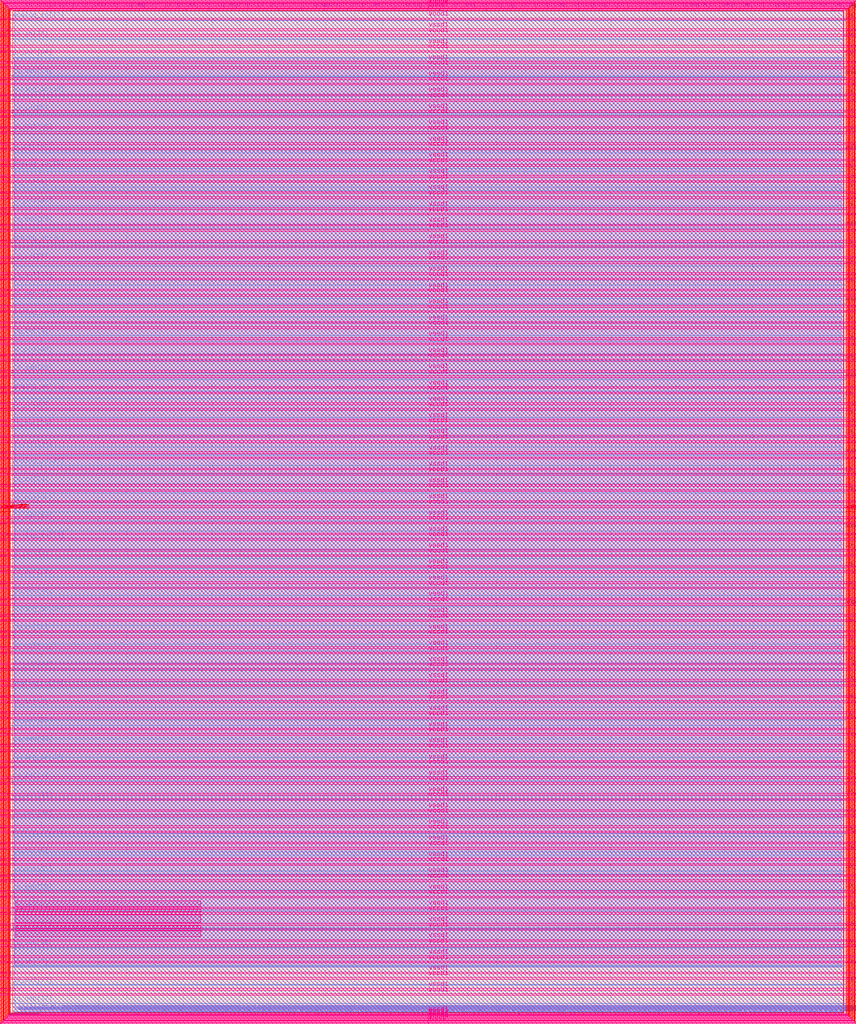
<source format=lef>
VERSION 5.7 ;
  NOWIREEXTENSIONATPIN ON ;
  DIVIDERCHAR "/" ;
  BUSBITCHARS "[]" ;
MACRO user_project_wrapper
  CLASS BLOCK ;
  FOREIGN user_project_wrapper ;
  ORIGIN 0.000 0.000 ;
  SIZE 2920.000 BY 3520.000 ;
  PIN analog_io[0]
    DIRECTION INOUT ;
    USE SIGNAL ;
    PORT
      LAYER met3 ;
        RECT 2917.600 1426.380 2924.800 1427.580 ;
    END
  END analog_io[0]
  PIN analog_io[10]
    DIRECTION INOUT ;
    USE SIGNAL ;
    PORT
      LAYER met2 ;
        RECT 2230.490 3517.600 2231.050 3524.800 ;
    END
  END analog_io[10]
  PIN analog_io[11]
    DIRECTION INOUT ;
    USE SIGNAL ;
    PORT
      LAYER met2 ;
        RECT 1905.730 3517.600 1906.290 3524.800 ;
    END
  END analog_io[11]
  PIN analog_io[12]
    DIRECTION INOUT ;
    USE SIGNAL ;
    PORT
      LAYER met2 ;
        RECT 1581.430 3517.600 1581.990 3524.800 ;
    END
  END analog_io[12]
  PIN analog_io[13]
    DIRECTION INOUT ;
    USE SIGNAL ;
    PORT
      LAYER met2 ;
        RECT 1257.130 3517.600 1257.690 3524.800 ;
    END
  END analog_io[13]
  PIN analog_io[14]
    DIRECTION INOUT ;
    USE SIGNAL ;
    PORT
      LAYER met2 ;
        RECT 932.370 3517.600 932.930 3524.800 ;
    END
  END analog_io[14]
  PIN analog_io[15]
    DIRECTION INOUT ;
    USE SIGNAL ;
    PORT
      LAYER met2 ;
        RECT 608.070 3517.600 608.630 3524.800 ;
    END
  END analog_io[15]
  PIN analog_io[16]
    DIRECTION INOUT ;
    USE SIGNAL ;
    PORT
      LAYER met2 ;
        RECT 283.770 3517.600 284.330 3524.800 ;
    END
  END analog_io[16]
  PIN analog_io[17]
    DIRECTION INOUT ;
    USE SIGNAL ;
    PORT
      LAYER met3 ;
        RECT -4.800 3486.100 2.400 3487.300 ;
    END
  END analog_io[17]
  PIN analog_io[18]
    DIRECTION INOUT ;
    USE SIGNAL ;
    PORT
      LAYER met3 ;
        RECT -4.800 3224.980 2.400 3226.180 ;
    END
  END analog_io[18]
  PIN analog_io[19]
    DIRECTION INOUT ;
    USE SIGNAL ;
    PORT
      LAYER met3 ;
        RECT -4.800 2964.540 2.400 2965.740 ;
    END
  END analog_io[19]
  PIN analog_io[1]
    DIRECTION INOUT ;
    USE SIGNAL ;
    PORT
      LAYER met3 ;
        RECT 2917.600 1692.260 2924.800 1693.460 ;
    END
  END analog_io[1]
  PIN analog_io[20]
    DIRECTION INOUT ;
    USE SIGNAL ;
    PORT
      LAYER met3 ;
        RECT -4.800 2703.420 2.400 2704.620 ;
    END
  END analog_io[20]
  PIN analog_io[21]
    DIRECTION INOUT ;
    USE SIGNAL ;
    PORT
      LAYER met3 ;
        RECT -4.800 2442.980 2.400 2444.180 ;
    END
  END analog_io[21]
  PIN analog_io[22]
    DIRECTION INOUT ;
    USE SIGNAL ;
    PORT
      LAYER met3 ;
        RECT -4.800 2182.540 2.400 2183.740 ;
    END
  END analog_io[22]
  PIN analog_io[23]
    DIRECTION INOUT ;
    USE SIGNAL ;
    PORT
      LAYER met3 ;
        RECT -4.800 1921.420 2.400 1922.620 ;
    END
  END analog_io[23]
  PIN analog_io[24]
    DIRECTION INOUT ;
    USE SIGNAL ;
    PORT
      LAYER met3 ;
        RECT -4.800 1660.980 2.400 1662.180 ;
    END
  END analog_io[24]
  PIN analog_io[25]
    DIRECTION INOUT ;
    USE SIGNAL ;
    PORT
      LAYER met3 ;
        RECT -4.800 1399.860 2.400 1401.060 ;
    END
  END analog_io[25]
  PIN analog_io[26]
    DIRECTION INOUT ;
    USE SIGNAL ;
    PORT
      LAYER met3 ;
        RECT -4.800 1139.420 2.400 1140.620 ;
    END
  END analog_io[26]
  PIN analog_io[27]
    DIRECTION INOUT ;
    USE SIGNAL ;
    PORT
      LAYER met3 ;
        RECT -4.800 878.980 2.400 880.180 ;
    END
  END analog_io[27]
  PIN analog_io[28]
    DIRECTION INOUT ;
    USE SIGNAL ;
    PORT
      LAYER met3 ;
        RECT -4.800 617.860 2.400 619.060 ;
    END
  END analog_io[28]
  PIN analog_io[2]
    DIRECTION INOUT ;
    USE SIGNAL ;
    PORT
      LAYER met3 ;
        RECT 2917.600 1958.140 2924.800 1959.340 ;
    END
  END analog_io[2]
  PIN analog_io[3]
    DIRECTION INOUT ;
    USE SIGNAL ;
    PORT
      LAYER met3 ;
        RECT 2917.600 2223.340 2924.800 2224.540 ;
    END
  END analog_io[3]
  PIN analog_io[4]
    DIRECTION INOUT ;
    USE SIGNAL ;
    PORT
      LAYER met3 ;
        RECT 2917.600 2489.220 2924.800 2490.420 ;
    END
  END analog_io[4]
  PIN analog_io[5]
    DIRECTION INOUT ;
    USE SIGNAL ;
    PORT
      LAYER met3 ;
        RECT 2917.600 2755.100 2924.800 2756.300 ;
    END
  END analog_io[5]
  PIN analog_io[6]
    DIRECTION INOUT ;
    USE SIGNAL ;
    PORT
      LAYER met3 ;
        RECT 2917.600 3020.300 2924.800 3021.500 ;
    END
  END analog_io[6]
  PIN analog_io[7]
    DIRECTION INOUT ;
    USE SIGNAL ;
    PORT
      LAYER met3 ;
        RECT 2917.600 3286.180 2924.800 3287.380 ;
    END
  END analog_io[7]
  PIN analog_io[8]
    DIRECTION INOUT ;
    USE SIGNAL ;
    PORT
      LAYER met2 ;
        RECT 2879.090 3517.600 2879.650 3524.800 ;
    END
  END analog_io[8]
  PIN analog_io[9]
    DIRECTION INOUT ;
    USE SIGNAL ;
    PORT
      LAYER met2 ;
        RECT 2554.790 3517.600 2555.350 3524.800 ;
    END
  END analog_io[9]
  PIN io_in[0]
    DIRECTION INPUT ;
    USE SIGNAL ;
    PORT
      LAYER met3 ;
        RECT 2917.600 32.380 2924.800 33.580 ;
    END
  END io_in[0]
  PIN io_in[10]
    DIRECTION INPUT ;
    USE SIGNAL ;
    PORT
      LAYER met3 ;
        RECT 2917.600 2289.980 2924.800 2291.180 ;
    END
  END io_in[10]
  PIN io_in[11]
    DIRECTION INPUT ;
    USE SIGNAL ;
    PORT
      LAYER met3 ;
        RECT 2917.600 2555.860 2924.800 2557.060 ;
    END
  END io_in[11]
  PIN io_in[12]
    DIRECTION INPUT ;
    USE SIGNAL ;
    PORT
      LAYER met3 ;
        RECT 2917.600 2821.060 2924.800 2822.260 ;
    END
  END io_in[12]
  PIN io_in[13]
    DIRECTION INPUT ;
    USE SIGNAL ;
    PORT
      LAYER met3 ;
        RECT 2917.600 3086.940 2924.800 3088.140 ;
    END
  END io_in[13]
  PIN io_in[14]
    DIRECTION INPUT ;
    USE SIGNAL ;
    PORT
      LAYER met3 ;
        RECT 2917.600 3352.820 2924.800 3354.020 ;
    END
  END io_in[14]
  PIN io_in[15]
    DIRECTION INPUT ;
    USE SIGNAL ;
    PORT
      LAYER met2 ;
        RECT 2798.130 3517.600 2798.690 3524.800 ;
    END
  END io_in[15]
  PIN io_in[16]
    DIRECTION INPUT ;
    USE SIGNAL ;
    PORT
      LAYER met2 ;
        RECT 2473.830 3517.600 2474.390 3524.800 ;
    END
  END io_in[16]
  PIN io_in[17]
    DIRECTION INPUT ;
    USE SIGNAL ;
    PORT
      LAYER met2 ;
        RECT 2149.070 3517.600 2149.630 3524.800 ;
    END
  END io_in[17]
  PIN io_in[18]
    DIRECTION INPUT ;
    USE SIGNAL ;
    PORT
      LAYER met2 ;
        RECT 1824.770 3517.600 1825.330 3524.800 ;
    END
  END io_in[18]
  PIN io_in[19]
    DIRECTION INPUT ;
    USE SIGNAL ;
    PORT
      LAYER met2 ;
        RECT 1500.470 3517.600 1501.030 3524.800 ;
    END
  END io_in[19]
  PIN io_in[1]
    DIRECTION INPUT ;
    USE SIGNAL ;
    PORT
      LAYER met3 ;
        RECT 2917.600 230.940 2924.800 232.140 ;
    END
  END io_in[1]
  PIN io_in[20]
    DIRECTION INPUT ;
    USE SIGNAL ;
    PORT
      LAYER met2 ;
        RECT 1175.710 3517.600 1176.270 3524.800 ;
    END
  END io_in[20]
  PIN io_in[21]
    DIRECTION INPUT ;
    USE SIGNAL ;
    PORT
      LAYER met2 ;
        RECT 851.410 3517.600 851.970 3524.800 ;
    END
  END io_in[21]
  PIN io_in[22]
    DIRECTION INPUT ;
    USE SIGNAL ;
    PORT
      LAYER met2 ;
        RECT 527.110 3517.600 527.670 3524.800 ;
    END
  END io_in[22]
  PIN io_in[23]
    DIRECTION INPUT ;
    USE SIGNAL ;
    PORT
      LAYER met2 ;
        RECT 202.350 3517.600 202.910 3524.800 ;
    END
  END io_in[23]
  PIN io_in[24]
    DIRECTION INPUT ;
    USE SIGNAL ;
    PORT
      LAYER met3 ;
        RECT -4.800 3420.820 2.400 3422.020 ;
    END
  END io_in[24]
  PIN io_in[25]
    DIRECTION INPUT ;
    USE SIGNAL ;
    PORT
      LAYER met3 ;
        RECT -4.800 3159.700 2.400 3160.900 ;
    END
  END io_in[25]
  PIN io_in[26]
    DIRECTION INPUT ;
    USE SIGNAL ;
    PORT
      LAYER met3 ;
        RECT -4.800 2899.260 2.400 2900.460 ;
    END
  END io_in[26]
  PIN io_in[27]
    DIRECTION INPUT ;
    USE SIGNAL ;
    PORT
      LAYER met3 ;
        RECT -4.800 2638.820 2.400 2640.020 ;
    END
  END io_in[27]
  PIN io_in[28]
    DIRECTION INPUT ;
    USE SIGNAL ;
    PORT
      LAYER met3 ;
        RECT -4.800 2377.700 2.400 2378.900 ;
    END
  END io_in[28]
  PIN io_in[29]
    DIRECTION INPUT ;
    USE SIGNAL ;
    PORT
      LAYER met3 ;
        RECT -4.800 2117.260 2.400 2118.460 ;
    END
  END io_in[29]
  PIN io_in[2]
    DIRECTION INPUT ;
    USE SIGNAL ;
    PORT
      LAYER met3 ;
        RECT 2917.600 430.180 2924.800 431.380 ;
    END
  END io_in[2]
  PIN io_in[30]
    DIRECTION INPUT ;
    USE SIGNAL ;
    PORT
      LAYER met3 ;
        RECT -4.800 1856.140 2.400 1857.340 ;
    END
  END io_in[30]
  PIN io_in[31]
    DIRECTION INPUT ;
    USE SIGNAL ;
    PORT
      LAYER met3 ;
        RECT -4.800 1595.700 2.400 1596.900 ;
    END
  END io_in[31]
  PIN io_in[32]
    DIRECTION INPUT ;
    USE SIGNAL ;
    PORT
      LAYER met3 ;
        RECT -4.800 1335.260 2.400 1336.460 ;
    END
  END io_in[32]
  PIN io_in[33]
    DIRECTION INPUT ;
    USE SIGNAL ;
    PORT
      LAYER met3 ;
        RECT -4.800 1074.140 2.400 1075.340 ;
    END
  END io_in[33]
  PIN io_in[34]
    DIRECTION INPUT ;
    USE SIGNAL ;
    PORT
      LAYER met3 ;
        RECT -4.800 813.700 2.400 814.900 ;
    END
  END io_in[34]
  PIN io_in[35]
    DIRECTION INPUT ;
    USE SIGNAL ;
    PORT
      LAYER met3 ;
        RECT -4.800 552.580 2.400 553.780 ;
    END
  END io_in[35]
  PIN io_in[36]
    DIRECTION INPUT ;
    USE SIGNAL ;
    PORT
      LAYER met3 ;
        RECT -4.800 357.420 2.400 358.620 ;
    END
  END io_in[36]
  PIN io_in[37]
    DIRECTION INPUT ;
    USE SIGNAL ;
    PORT
      LAYER met3 ;
        RECT -4.800 161.580 2.400 162.780 ;
    END
  END io_in[37]
  PIN io_in[3]
    DIRECTION INPUT ;
    USE SIGNAL ;
    PORT
      LAYER met3 ;
        RECT 2917.600 629.420 2924.800 630.620 ;
    END
  END io_in[3]
  PIN io_in[4]
    DIRECTION INPUT ;
    USE SIGNAL ;
    PORT
      LAYER met3 ;
        RECT 2917.600 828.660 2924.800 829.860 ;
    END
  END io_in[4]
  PIN io_in[5]
    DIRECTION INPUT ;
    USE SIGNAL ;
    PORT
      LAYER met3 ;
        RECT 2917.600 1027.900 2924.800 1029.100 ;
    END
  END io_in[5]
  PIN io_in[6]
    DIRECTION INPUT ;
    USE SIGNAL ;
    PORT
      LAYER met3 ;
        RECT 2917.600 1227.140 2924.800 1228.340 ;
    END
  END io_in[6]
  PIN io_in[7]
    DIRECTION INPUT ;
    USE SIGNAL ;
    PORT
      LAYER met3 ;
        RECT 2917.600 1493.020 2924.800 1494.220 ;
    END
  END io_in[7]
  PIN io_in[8]
    DIRECTION INPUT ;
    USE SIGNAL ;
    PORT
      LAYER met3 ;
        RECT 2917.600 1758.900 2924.800 1760.100 ;
    END
  END io_in[8]
  PIN io_in[9]
    DIRECTION INPUT ;
    USE SIGNAL ;
    PORT
      LAYER met3 ;
        RECT 2917.600 2024.100 2924.800 2025.300 ;
    END
  END io_in[9]
  PIN io_oeb[0]
    DIRECTION OUTPUT TRISTATE ;
    USE SIGNAL ;
    PORT
      LAYER met3 ;
        RECT 2917.600 164.980 2924.800 166.180 ;
    END
  END io_oeb[0]
  PIN io_oeb[10]
    DIRECTION OUTPUT TRISTATE ;
    USE SIGNAL ;
    PORT
      LAYER met3 ;
        RECT 2917.600 2422.580 2924.800 2423.780 ;
    END
  END io_oeb[10]
  PIN io_oeb[11]
    DIRECTION OUTPUT TRISTATE ;
    USE SIGNAL ;
    PORT
      LAYER met3 ;
        RECT 2917.600 2688.460 2924.800 2689.660 ;
    END
  END io_oeb[11]
  PIN io_oeb[12]
    DIRECTION OUTPUT TRISTATE ;
    USE SIGNAL ;
    PORT
      LAYER met3 ;
        RECT 2917.600 2954.340 2924.800 2955.540 ;
    END
  END io_oeb[12]
  PIN io_oeb[13]
    DIRECTION OUTPUT TRISTATE ;
    USE SIGNAL ;
    PORT
      LAYER met3 ;
        RECT 2917.600 3219.540 2924.800 3220.740 ;
    END
  END io_oeb[13]
  PIN io_oeb[14]
    DIRECTION OUTPUT TRISTATE ;
    USE SIGNAL ;
    PORT
      LAYER met3 ;
        RECT 2917.600 3485.420 2924.800 3486.620 ;
    END
  END io_oeb[14]
  PIN io_oeb[15]
    DIRECTION OUTPUT TRISTATE ;
    USE SIGNAL ;
    PORT
      LAYER met2 ;
        RECT 2635.750 3517.600 2636.310 3524.800 ;
    END
  END io_oeb[15]
  PIN io_oeb[16]
    DIRECTION OUTPUT TRISTATE ;
    USE SIGNAL ;
    PORT
      LAYER met2 ;
        RECT 2311.450 3517.600 2312.010 3524.800 ;
    END
  END io_oeb[16]
  PIN io_oeb[17]
    DIRECTION OUTPUT TRISTATE ;
    USE SIGNAL ;
    PORT
      LAYER met2 ;
        RECT 1987.150 3517.600 1987.710 3524.800 ;
    END
  END io_oeb[17]
  PIN io_oeb[18]
    DIRECTION OUTPUT TRISTATE ;
    USE SIGNAL ;
    PORT
      LAYER met2 ;
        RECT 1662.390 3517.600 1662.950 3524.800 ;
    END
  END io_oeb[18]
  PIN io_oeb[19]
    DIRECTION OUTPUT TRISTATE ;
    USE SIGNAL ;
    PORT
      LAYER met2 ;
        RECT 1338.090 3517.600 1338.650 3524.800 ;
    END
  END io_oeb[19]
  PIN io_oeb[1]
    DIRECTION OUTPUT TRISTATE ;
    USE SIGNAL ;
    PORT
      LAYER met3 ;
        RECT 2917.600 364.220 2924.800 365.420 ;
    END
  END io_oeb[1]
  PIN io_oeb[20]
    DIRECTION OUTPUT TRISTATE ;
    USE SIGNAL ;
    PORT
      LAYER met2 ;
        RECT 1013.790 3517.600 1014.350 3524.800 ;
    END
  END io_oeb[20]
  PIN io_oeb[21]
    DIRECTION OUTPUT TRISTATE ;
    USE SIGNAL ;
    PORT
      LAYER met2 ;
        RECT 689.030 3517.600 689.590 3524.800 ;
    END
  END io_oeb[21]
  PIN io_oeb[22]
    DIRECTION OUTPUT TRISTATE ;
    USE SIGNAL ;
    PORT
      LAYER met2 ;
        RECT 364.730 3517.600 365.290 3524.800 ;
    END
  END io_oeb[22]
  PIN io_oeb[23]
    DIRECTION OUTPUT TRISTATE ;
    USE SIGNAL ;
    PORT
      LAYER met2 ;
        RECT 40.430 3517.600 40.990 3524.800 ;
    END
  END io_oeb[23]
  PIN io_oeb[24]
    DIRECTION OUTPUT TRISTATE ;
    USE SIGNAL ;
    PORT
      LAYER met3 ;
        RECT -4.800 3290.260 2.400 3291.460 ;
    END
  END io_oeb[24]
  PIN io_oeb[25]
    DIRECTION OUTPUT TRISTATE ;
    USE SIGNAL ;
    PORT
      LAYER met3 ;
        RECT -4.800 3029.820 2.400 3031.020 ;
    END
  END io_oeb[25]
  PIN io_oeb[26]
    DIRECTION OUTPUT TRISTATE ;
    USE SIGNAL ;
    PORT
      LAYER met3 ;
        RECT -4.800 2768.700 2.400 2769.900 ;
    END
  END io_oeb[26]
  PIN io_oeb[27]
    DIRECTION OUTPUT TRISTATE ;
    USE SIGNAL ;
    PORT
      LAYER met3 ;
        RECT -4.800 2508.260 2.400 2509.460 ;
    END
  END io_oeb[27]
  PIN io_oeb[28]
    DIRECTION OUTPUT TRISTATE ;
    USE SIGNAL ;
    PORT
      LAYER met3 ;
        RECT -4.800 2247.140 2.400 2248.340 ;
    END
  END io_oeb[28]
  PIN io_oeb[29]
    DIRECTION OUTPUT TRISTATE ;
    USE SIGNAL ;
    PORT
      LAYER met3 ;
        RECT -4.800 1986.700 2.400 1987.900 ;
    END
  END io_oeb[29]
  PIN io_oeb[2]
    DIRECTION OUTPUT TRISTATE ;
    USE SIGNAL ;
    PORT
      LAYER met3 ;
        RECT 2917.600 563.460 2924.800 564.660 ;
    END
  END io_oeb[2]
  PIN io_oeb[30]
    DIRECTION OUTPUT TRISTATE ;
    USE SIGNAL ;
    PORT
      LAYER met3 ;
        RECT -4.800 1726.260 2.400 1727.460 ;
    END
  END io_oeb[30]
  PIN io_oeb[31]
    DIRECTION OUTPUT TRISTATE ;
    USE SIGNAL ;
    PORT
      LAYER met3 ;
        RECT -4.800 1465.140 2.400 1466.340 ;
    END
  END io_oeb[31]
  PIN io_oeb[32]
    DIRECTION OUTPUT TRISTATE ;
    USE SIGNAL ;
    PORT
      LAYER met3 ;
        RECT -4.800 1204.700 2.400 1205.900 ;
    END
  END io_oeb[32]
  PIN io_oeb[33]
    DIRECTION OUTPUT TRISTATE ;
    USE SIGNAL ;
    PORT
      LAYER met3 ;
        RECT -4.800 943.580 2.400 944.780 ;
    END
  END io_oeb[33]
  PIN io_oeb[34]
    DIRECTION OUTPUT TRISTATE ;
    USE SIGNAL ;
    PORT
      LAYER met3 ;
        RECT -4.800 683.140 2.400 684.340 ;
    END
  END io_oeb[34]
  PIN io_oeb[35]
    DIRECTION OUTPUT TRISTATE ;
    USE SIGNAL ;
    PORT
      LAYER met3 ;
        RECT -4.800 422.700 2.400 423.900 ;
    END
  END io_oeb[35]
  PIN io_oeb[36]
    DIRECTION OUTPUT TRISTATE ;
    USE SIGNAL ;
    PORT
      LAYER met3 ;
        RECT -4.800 226.860 2.400 228.060 ;
    END
  END io_oeb[36]
  PIN io_oeb[37]
    DIRECTION OUTPUT TRISTATE ;
    USE SIGNAL ;
    PORT
      LAYER met3 ;
        RECT -4.800 31.700 2.400 32.900 ;
    END
  END io_oeb[37]
  PIN io_oeb[3]
    DIRECTION OUTPUT TRISTATE ;
    USE SIGNAL ;
    PORT
      LAYER met3 ;
        RECT 2917.600 762.700 2924.800 763.900 ;
    END
  END io_oeb[3]
  PIN io_oeb[4]
    DIRECTION OUTPUT TRISTATE ;
    USE SIGNAL ;
    PORT
      LAYER met3 ;
        RECT 2917.600 961.940 2924.800 963.140 ;
    END
  END io_oeb[4]
  PIN io_oeb[5]
    DIRECTION OUTPUT TRISTATE ;
    USE SIGNAL ;
    PORT
      LAYER met3 ;
        RECT 2917.600 1161.180 2924.800 1162.380 ;
    END
  END io_oeb[5]
  PIN io_oeb[6]
    DIRECTION OUTPUT TRISTATE ;
    USE SIGNAL ;
    PORT
      LAYER met3 ;
        RECT 2917.600 1360.420 2924.800 1361.620 ;
    END
  END io_oeb[6]
  PIN io_oeb[7]
    DIRECTION OUTPUT TRISTATE ;
    USE SIGNAL ;
    PORT
      LAYER met3 ;
        RECT 2917.600 1625.620 2924.800 1626.820 ;
    END
  END io_oeb[7]
  PIN io_oeb[8]
    DIRECTION OUTPUT TRISTATE ;
    USE SIGNAL ;
    PORT
      LAYER met3 ;
        RECT 2917.600 1891.500 2924.800 1892.700 ;
    END
  END io_oeb[8]
  PIN io_oeb[9]
    DIRECTION OUTPUT TRISTATE ;
    USE SIGNAL ;
    PORT
      LAYER met3 ;
        RECT 2917.600 2157.380 2924.800 2158.580 ;
    END
  END io_oeb[9]
  PIN io_out[0]
    DIRECTION OUTPUT TRISTATE ;
    USE SIGNAL ;
    PORT
      LAYER met3 ;
        RECT 2917.600 98.340 2924.800 99.540 ;
    END
  END io_out[0]
  PIN io_out[10]
    DIRECTION OUTPUT TRISTATE ;
    USE SIGNAL ;
    PORT
      LAYER met3 ;
        RECT 2917.600 2356.620 2924.800 2357.820 ;
    END
  END io_out[10]
  PIN io_out[11]
    DIRECTION OUTPUT TRISTATE ;
    USE SIGNAL ;
    PORT
      LAYER met3 ;
        RECT 2917.600 2621.820 2924.800 2623.020 ;
    END
  END io_out[11]
  PIN io_out[12]
    DIRECTION OUTPUT TRISTATE ;
    USE SIGNAL ;
    PORT
      LAYER met3 ;
        RECT 2917.600 2887.700 2924.800 2888.900 ;
    END
  END io_out[12]
  PIN io_out[13]
    DIRECTION OUTPUT TRISTATE ;
    USE SIGNAL ;
    PORT
      LAYER met3 ;
        RECT 2917.600 3153.580 2924.800 3154.780 ;
    END
  END io_out[13]
  PIN io_out[14]
    DIRECTION OUTPUT TRISTATE ;
    USE SIGNAL ;
    PORT
      LAYER met3 ;
        RECT 2917.600 3418.780 2924.800 3419.980 ;
    END
  END io_out[14]
  PIN io_out[15]
    DIRECTION OUTPUT TRISTATE ;
    USE SIGNAL ;
    PORT
      LAYER met2 ;
        RECT 2717.170 3517.600 2717.730 3524.800 ;
    END
  END io_out[15]
  PIN io_out[16]
    DIRECTION OUTPUT TRISTATE ;
    USE SIGNAL ;
    PORT
      LAYER met2 ;
        RECT 2392.410 3517.600 2392.970 3524.800 ;
    END
  END io_out[16]
  PIN io_out[17]
    DIRECTION OUTPUT TRISTATE ;
    USE SIGNAL ;
    PORT
      LAYER met2 ;
        RECT 2068.110 3517.600 2068.670 3524.800 ;
    END
  END io_out[17]
  PIN io_out[18]
    DIRECTION OUTPUT TRISTATE ;
    USE SIGNAL ;
    PORT
      LAYER met2 ;
        RECT 1743.810 3517.600 1744.370 3524.800 ;
    END
  END io_out[18]
  PIN io_out[19]
    DIRECTION OUTPUT TRISTATE ;
    USE SIGNAL ;
    PORT
      LAYER met2 ;
        RECT 1419.050 3517.600 1419.610 3524.800 ;
    END
  END io_out[19]
  PIN io_out[1]
    DIRECTION OUTPUT TRISTATE ;
    USE SIGNAL ;
    PORT
      LAYER met3 ;
        RECT 2917.600 297.580 2924.800 298.780 ;
    END
  END io_out[1]
  PIN io_out[20]
    DIRECTION OUTPUT TRISTATE ;
    USE SIGNAL ;
    PORT
      LAYER met2 ;
        RECT 1094.750 3517.600 1095.310 3524.800 ;
    END
  END io_out[20]
  PIN io_out[21]
    DIRECTION OUTPUT TRISTATE ;
    USE SIGNAL ;
    PORT
      LAYER met2 ;
        RECT 770.450 3517.600 771.010 3524.800 ;
    END
  END io_out[21]
  PIN io_out[22]
    DIRECTION OUTPUT TRISTATE ;
    USE SIGNAL ;
    PORT
      LAYER met2 ;
        RECT 445.690 3517.600 446.250 3524.800 ;
    END
  END io_out[22]
  PIN io_out[23]
    DIRECTION OUTPUT TRISTATE ;
    USE SIGNAL ;
    PORT
      LAYER met2 ;
        RECT 121.390 3517.600 121.950 3524.800 ;
    END
  END io_out[23]
  PIN io_out[24]
    DIRECTION OUTPUT TRISTATE ;
    USE SIGNAL ;
    PORT
      LAYER met3 ;
        RECT -4.800 3355.540 2.400 3356.740 ;
    END
  END io_out[24]
  PIN io_out[25]
    DIRECTION OUTPUT TRISTATE ;
    USE SIGNAL ;
    PORT
      LAYER met3 ;
        RECT -4.800 3095.100 2.400 3096.300 ;
    END
  END io_out[25]
  PIN io_out[26]
    DIRECTION OUTPUT TRISTATE ;
    USE SIGNAL ;
    PORT
      LAYER met3 ;
        RECT -4.800 2833.980 2.400 2835.180 ;
    END
  END io_out[26]
  PIN io_out[27]
    DIRECTION OUTPUT TRISTATE ;
    USE SIGNAL ;
    PORT
      LAYER met3 ;
        RECT -4.800 2573.540 2.400 2574.740 ;
    END
  END io_out[27]
  PIN io_out[28]
    DIRECTION OUTPUT TRISTATE ;
    USE SIGNAL ;
    PORT
      LAYER met3 ;
        RECT -4.800 2312.420 2.400 2313.620 ;
    END
  END io_out[28]
  PIN io_out[29]
    DIRECTION OUTPUT TRISTATE ;
    USE SIGNAL ;
    PORT
      LAYER met3 ;
        RECT -4.800 2051.980 2.400 2053.180 ;
    END
  END io_out[29]
  PIN io_out[2]
    DIRECTION OUTPUT TRISTATE ;
    USE SIGNAL ;
    PORT
      LAYER met3 ;
        RECT 2917.600 496.820 2924.800 498.020 ;
    END
  END io_out[2]
  PIN io_out[30]
    DIRECTION OUTPUT TRISTATE ;
    USE SIGNAL ;
    PORT
      LAYER met3 ;
        RECT -4.800 1791.540 2.400 1792.740 ;
    END
  END io_out[30]
  PIN io_out[31]
    DIRECTION OUTPUT TRISTATE ;
    USE SIGNAL ;
    PORT
      LAYER met3 ;
        RECT -4.800 1530.420 2.400 1531.620 ;
    END
  END io_out[31]
  PIN io_out[32]
    DIRECTION OUTPUT TRISTATE ;
    USE SIGNAL ;
    PORT
      LAYER met3 ;
        RECT -4.800 1269.980 2.400 1271.180 ;
    END
  END io_out[32]
  PIN io_out[33]
    DIRECTION OUTPUT TRISTATE ;
    USE SIGNAL ;
    PORT
      LAYER met3 ;
        RECT -4.800 1008.860 2.400 1010.060 ;
    END
  END io_out[33]
  PIN io_out[34]
    DIRECTION OUTPUT TRISTATE ;
    USE SIGNAL ;
    PORT
      LAYER met3 ;
        RECT -4.800 748.420 2.400 749.620 ;
    END
  END io_out[34]
  PIN io_out[35]
    DIRECTION OUTPUT TRISTATE ;
    USE SIGNAL ;
    PORT
      LAYER met3 ;
        RECT -4.800 487.300 2.400 488.500 ;
    END
  END io_out[35]
  PIN io_out[36]
    DIRECTION OUTPUT TRISTATE ;
    USE SIGNAL ;
    PORT
      LAYER met3 ;
        RECT -4.800 292.140 2.400 293.340 ;
    END
  END io_out[36]
  PIN io_out[37]
    DIRECTION OUTPUT TRISTATE ;
    USE SIGNAL ;
    PORT
      LAYER met3 ;
        RECT -4.800 96.300 2.400 97.500 ;
    END
  END io_out[37]
  PIN io_out[3]
    DIRECTION OUTPUT TRISTATE ;
    USE SIGNAL ;
    PORT
      LAYER met3 ;
        RECT 2917.600 696.060 2924.800 697.260 ;
    END
  END io_out[3]
  PIN io_out[4]
    DIRECTION OUTPUT TRISTATE ;
    USE SIGNAL ;
    PORT
      LAYER met3 ;
        RECT 2917.600 895.300 2924.800 896.500 ;
    END
  END io_out[4]
  PIN io_out[5]
    DIRECTION OUTPUT TRISTATE ;
    USE SIGNAL ;
    PORT
      LAYER met3 ;
        RECT 2917.600 1094.540 2924.800 1095.740 ;
    END
  END io_out[5]
  PIN io_out[6]
    DIRECTION OUTPUT TRISTATE ;
    USE SIGNAL ;
    PORT
      LAYER met3 ;
        RECT 2917.600 1293.780 2924.800 1294.980 ;
    END
  END io_out[6]
  PIN io_out[7]
    DIRECTION OUTPUT TRISTATE ;
    USE SIGNAL ;
    PORT
      LAYER met3 ;
        RECT 2917.600 1559.660 2924.800 1560.860 ;
    END
  END io_out[7]
  PIN io_out[8]
    DIRECTION OUTPUT TRISTATE ;
    USE SIGNAL ;
    PORT
      LAYER met3 ;
        RECT 2917.600 1824.860 2924.800 1826.060 ;
    END
  END io_out[8]
  PIN io_out[9]
    DIRECTION OUTPUT TRISTATE ;
    USE SIGNAL ;
    PORT
      LAYER met3 ;
        RECT 2917.600 2090.740 2924.800 2091.940 ;
    END
  END io_out[9]
  PIN la_data_in[0]
    DIRECTION INPUT ;
    USE SIGNAL ;
    PORT
      LAYER met2 ;
        RECT 629.230 -4.800 629.790 2.400 ;
    END
  END la_data_in[0]
  PIN la_data_in[100]
    DIRECTION INPUT ;
    USE SIGNAL ;
    PORT
      LAYER met2 ;
        RECT 2402.530 -4.800 2403.090 2.400 ;
    END
  END la_data_in[100]
  PIN la_data_in[101]
    DIRECTION INPUT ;
    USE SIGNAL ;
    PORT
      LAYER met2 ;
        RECT 2420.010 -4.800 2420.570 2.400 ;
    END
  END la_data_in[101]
  PIN la_data_in[102]
    DIRECTION INPUT ;
    USE SIGNAL ;
    PORT
      LAYER met2 ;
        RECT 2437.950 -4.800 2438.510 2.400 ;
    END
  END la_data_in[102]
  PIN la_data_in[103]
    DIRECTION INPUT ;
    USE SIGNAL ;
    PORT
      LAYER met2 ;
        RECT 2455.430 -4.800 2455.990 2.400 ;
    END
  END la_data_in[103]
  PIN la_data_in[104]
    DIRECTION INPUT ;
    USE SIGNAL ;
    PORT
      LAYER met2 ;
        RECT 2473.370 -4.800 2473.930 2.400 ;
    END
  END la_data_in[104]
  PIN la_data_in[105]
    DIRECTION INPUT ;
    USE SIGNAL ;
    PORT
      LAYER met2 ;
        RECT 2490.850 -4.800 2491.410 2.400 ;
    END
  END la_data_in[105]
  PIN la_data_in[106]
    DIRECTION INPUT ;
    USE SIGNAL ;
    PORT
      LAYER met2 ;
        RECT 2508.790 -4.800 2509.350 2.400 ;
    END
  END la_data_in[106]
  PIN la_data_in[107]
    DIRECTION INPUT ;
    USE SIGNAL ;
    PORT
      LAYER met2 ;
        RECT 2526.730 -4.800 2527.290 2.400 ;
    END
  END la_data_in[107]
  PIN la_data_in[108]
    DIRECTION INPUT ;
    USE SIGNAL ;
    PORT
      LAYER met2 ;
        RECT 2544.210 -4.800 2544.770 2.400 ;
    END
  END la_data_in[108]
  PIN la_data_in[109]
    DIRECTION INPUT ;
    USE SIGNAL ;
    PORT
      LAYER met2 ;
        RECT 2562.150 -4.800 2562.710 2.400 ;
    END
  END la_data_in[109]
  PIN la_data_in[10]
    DIRECTION INPUT ;
    USE SIGNAL ;
    PORT
      LAYER met2 ;
        RECT 806.330 -4.800 806.890 2.400 ;
    END
  END la_data_in[10]
  PIN la_data_in[110]
    DIRECTION INPUT ;
    USE SIGNAL ;
    PORT
      LAYER met2 ;
        RECT 2579.630 -4.800 2580.190 2.400 ;
    END
  END la_data_in[110]
  PIN la_data_in[111]
    DIRECTION INPUT ;
    USE SIGNAL ;
    PORT
      LAYER met2 ;
        RECT 2597.570 -4.800 2598.130 2.400 ;
    END
  END la_data_in[111]
  PIN la_data_in[112]
    DIRECTION INPUT ;
    USE SIGNAL ;
    PORT
      LAYER met2 ;
        RECT 2615.050 -4.800 2615.610 2.400 ;
    END
  END la_data_in[112]
  PIN la_data_in[113]
    DIRECTION INPUT ;
    USE SIGNAL ;
    PORT
      LAYER met2 ;
        RECT 2632.990 -4.800 2633.550 2.400 ;
    END
  END la_data_in[113]
  PIN la_data_in[114]
    DIRECTION INPUT ;
    USE SIGNAL ;
    PORT
      LAYER met2 ;
        RECT 2650.470 -4.800 2651.030 2.400 ;
    END
  END la_data_in[114]
  PIN la_data_in[115]
    DIRECTION INPUT ;
    USE SIGNAL ;
    PORT
      LAYER met2 ;
        RECT 2668.410 -4.800 2668.970 2.400 ;
    END
  END la_data_in[115]
  PIN la_data_in[116]
    DIRECTION INPUT ;
    USE SIGNAL ;
    PORT
      LAYER met2 ;
        RECT 2685.890 -4.800 2686.450 2.400 ;
    END
  END la_data_in[116]
  PIN la_data_in[117]
    DIRECTION INPUT ;
    USE SIGNAL ;
    PORT
      LAYER met2 ;
        RECT 2703.830 -4.800 2704.390 2.400 ;
    END
  END la_data_in[117]
  PIN la_data_in[118]
    DIRECTION INPUT ;
    USE SIGNAL ;
    PORT
      LAYER met2 ;
        RECT 2721.770 -4.800 2722.330 2.400 ;
    END
  END la_data_in[118]
  PIN la_data_in[119]
    DIRECTION INPUT ;
    USE SIGNAL ;
    PORT
      LAYER met2 ;
        RECT 2739.250 -4.800 2739.810 2.400 ;
    END
  END la_data_in[119]
  PIN la_data_in[11]
    DIRECTION INPUT ;
    USE SIGNAL ;
    PORT
      LAYER met2 ;
        RECT 824.270 -4.800 824.830 2.400 ;
    END
  END la_data_in[11]
  PIN la_data_in[120]
    DIRECTION INPUT ;
    USE SIGNAL ;
    PORT
      LAYER met2 ;
        RECT 2757.190 -4.800 2757.750 2.400 ;
    END
  END la_data_in[120]
  PIN la_data_in[121]
    DIRECTION INPUT ;
    USE SIGNAL ;
    PORT
      LAYER met2 ;
        RECT 2774.670 -4.800 2775.230 2.400 ;
    END
  END la_data_in[121]
  PIN la_data_in[122]
    DIRECTION INPUT ;
    USE SIGNAL ;
    PORT
      LAYER met2 ;
        RECT 2792.610 -4.800 2793.170 2.400 ;
    END
  END la_data_in[122]
  PIN la_data_in[123]
    DIRECTION INPUT ;
    USE SIGNAL ;
    PORT
      LAYER met2 ;
        RECT 2810.090 -4.800 2810.650 2.400 ;
    END
  END la_data_in[123]
  PIN la_data_in[124]
    DIRECTION INPUT ;
    USE SIGNAL ;
    PORT
      LAYER met2 ;
        RECT 2828.030 -4.800 2828.590 2.400 ;
    END
  END la_data_in[124]
  PIN la_data_in[125]
    DIRECTION INPUT ;
    USE SIGNAL ;
    PORT
      LAYER met2 ;
        RECT 2845.510 -4.800 2846.070 2.400 ;
    END
  END la_data_in[125]
  PIN la_data_in[126]
    DIRECTION INPUT ;
    USE SIGNAL ;
    PORT
      LAYER met2 ;
        RECT 2863.450 -4.800 2864.010 2.400 ;
    END
  END la_data_in[126]
  PIN la_data_in[127]
    DIRECTION INPUT ;
    USE SIGNAL ;
    PORT
      LAYER met2 ;
        RECT 2881.390 -4.800 2881.950 2.400 ;
    END
  END la_data_in[127]
  PIN la_data_in[12]
    DIRECTION INPUT ;
    USE SIGNAL ;
    PORT
      LAYER met2 ;
        RECT 841.750 -4.800 842.310 2.400 ;
    END
  END la_data_in[12]
  PIN la_data_in[13]
    DIRECTION INPUT ;
    USE SIGNAL ;
    PORT
      LAYER met2 ;
        RECT 859.690 -4.800 860.250 2.400 ;
    END
  END la_data_in[13]
  PIN la_data_in[14]
    DIRECTION INPUT ;
    USE SIGNAL ;
    PORT
      LAYER met2 ;
        RECT 877.170 -4.800 877.730 2.400 ;
    END
  END la_data_in[14]
  PIN la_data_in[15]
    DIRECTION INPUT ;
    USE SIGNAL ;
    PORT
      LAYER met2 ;
        RECT 895.110 -4.800 895.670 2.400 ;
    END
  END la_data_in[15]
  PIN la_data_in[16]
    DIRECTION INPUT ;
    USE SIGNAL ;
    PORT
      LAYER met2 ;
        RECT 912.590 -4.800 913.150 2.400 ;
    END
  END la_data_in[16]
  PIN la_data_in[17]
    DIRECTION INPUT ;
    USE SIGNAL ;
    PORT
      LAYER met2 ;
        RECT 930.530 -4.800 931.090 2.400 ;
    END
  END la_data_in[17]
  PIN la_data_in[18]
    DIRECTION INPUT ;
    USE SIGNAL ;
    PORT
      LAYER met2 ;
        RECT 948.470 -4.800 949.030 2.400 ;
    END
  END la_data_in[18]
  PIN la_data_in[19]
    DIRECTION INPUT ;
    USE SIGNAL ;
    PORT
      LAYER met2 ;
        RECT 965.950 -4.800 966.510 2.400 ;
    END
  END la_data_in[19]
  PIN la_data_in[1]
    DIRECTION INPUT ;
    USE SIGNAL ;
    PORT
      LAYER met2 ;
        RECT 646.710 -4.800 647.270 2.400 ;
    END
  END la_data_in[1]
  PIN la_data_in[20]
    DIRECTION INPUT ;
    USE SIGNAL ;
    PORT
      LAYER met2 ;
        RECT 983.890 -4.800 984.450 2.400 ;
    END
  END la_data_in[20]
  PIN la_data_in[21]
    DIRECTION INPUT ;
    USE SIGNAL ;
    PORT
      LAYER met2 ;
        RECT 1001.370 -4.800 1001.930 2.400 ;
    END
  END la_data_in[21]
  PIN la_data_in[22]
    DIRECTION INPUT ;
    USE SIGNAL ;
    PORT
      LAYER met2 ;
        RECT 1019.310 -4.800 1019.870 2.400 ;
    END
  END la_data_in[22]
  PIN la_data_in[23]
    DIRECTION INPUT ;
    USE SIGNAL ;
    PORT
      LAYER met2 ;
        RECT 1036.790 -4.800 1037.350 2.400 ;
    END
  END la_data_in[23]
  PIN la_data_in[24]
    DIRECTION INPUT ;
    USE SIGNAL ;
    PORT
      LAYER met2 ;
        RECT 1054.730 -4.800 1055.290 2.400 ;
    END
  END la_data_in[24]
  PIN la_data_in[25]
    DIRECTION INPUT ;
    USE SIGNAL ;
    PORT
      LAYER met2 ;
        RECT 1072.210 -4.800 1072.770 2.400 ;
    END
  END la_data_in[25]
  PIN la_data_in[26]
    DIRECTION INPUT ;
    USE SIGNAL ;
    PORT
      LAYER met2 ;
        RECT 1090.150 -4.800 1090.710 2.400 ;
    END
  END la_data_in[26]
  PIN la_data_in[27]
    DIRECTION INPUT ;
    USE SIGNAL ;
    PORT
      LAYER met2 ;
        RECT 1107.630 -4.800 1108.190 2.400 ;
    END
  END la_data_in[27]
  PIN la_data_in[28]
    DIRECTION INPUT ;
    USE SIGNAL ;
    PORT
      LAYER met2 ;
        RECT 1125.570 -4.800 1126.130 2.400 ;
    END
  END la_data_in[28]
  PIN la_data_in[29]
    DIRECTION INPUT ;
    USE SIGNAL ;
    PORT
      LAYER met2 ;
        RECT 1143.510 -4.800 1144.070 2.400 ;
    END
  END la_data_in[29]
  PIN la_data_in[2]
    DIRECTION INPUT ;
    USE SIGNAL ;
    PORT
      LAYER met2 ;
        RECT 664.650 -4.800 665.210 2.400 ;
    END
  END la_data_in[2]
  PIN la_data_in[30]
    DIRECTION INPUT ;
    USE SIGNAL ;
    PORT
      LAYER met2 ;
        RECT 1160.990 -4.800 1161.550 2.400 ;
    END
  END la_data_in[30]
  PIN la_data_in[31]
    DIRECTION INPUT ;
    USE SIGNAL ;
    PORT
      LAYER met2 ;
        RECT 1178.930 -4.800 1179.490 2.400 ;
    END
  END la_data_in[31]
  PIN la_data_in[32]
    DIRECTION INPUT ;
    USE SIGNAL ;
    PORT
      LAYER met2 ;
        RECT 1196.410 -4.800 1196.970 2.400 ;
    END
  END la_data_in[32]
  PIN la_data_in[33]
    DIRECTION INPUT ;
    USE SIGNAL ;
    PORT
      LAYER met2 ;
        RECT 1214.350 -4.800 1214.910 2.400 ;
    END
  END la_data_in[33]
  PIN la_data_in[34]
    DIRECTION INPUT ;
    USE SIGNAL ;
    PORT
      LAYER met2 ;
        RECT 1231.830 -4.800 1232.390 2.400 ;
    END
  END la_data_in[34]
  PIN la_data_in[35]
    DIRECTION INPUT ;
    USE SIGNAL ;
    PORT
      LAYER met2 ;
        RECT 1249.770 -4.800 1250.330 2.400 ;
    END
  END la_data_in[35]
  PIN la_data_in[36]
    DIRECTION INPUT ;
    USE SIGNAL ;
    PORT
      LAYER met2 ;
        RECT 1267.250 -4.800 1267.810 2.400 ;
    END
  END la_data_in[36]
  PIN la_data_in[37]
    DIRECTION INPUT ;
    USE SIGNAL ;
    PORT
      LAYER met2 ;
        RECT 1285.190 -4.800 1285.750 2.400 ;
    END
  END la_data_in[37]
  PIN la_data_in[38]
    DIRECTION INPUT ;
    USE SIGNAL ;
    PORT
      LAYER met2 ;
        RECT 1303.130 -4.800 1303.690 2.400 ;
    END
  END la_data_in[38]
  PIN la_data_in[39]
    DIRECTION INPUT ;
    USE SIGNAL ;
    PORT
      LAYER met2 ;
        RECT 1320.610 -4.800 1321.170 2.400 ;
    END
  END la_data_in[39]
  PIN la_data_in[3]
    DIRECTION INPUT ;
    USE SIGNAL ;
    PORT
      LAYER met2 ;
        RECT 682.130 -4.800 682.690 2.400 ;
    END
  END la_data_in[3]
  PIN la_data_in[40]
    DIRECTION INPUT ;
    USE SIGNAL ;
    PORT
      LAYER met2 ;
        RECT 1338.550 -4.800 1339.110 2.400 ;
    END
  END la_data_in[40]
  PIN la_data_in[41]
    DIRECTION INPUT ;
    USE SIGNAL ;
    PORT
      LAYER met2 ;
        RECT 1356.030 -4.800 1356.590 2.400 ;
    END
  END la_data_in[41]
  PIN la_data_in[42]
    DIRECTION INPUT ;
    USE SIGNAL ;
    PORT
      LAYER met2 ;
        RECT 1373.970 -4.800 1374.530 2.400 ;
    END
  END la_data_in[42]
  PIN la_data_in[43]
    DIRECTION INPUT ;
    USE SIGNAL ;
    PORT
      LAYER met2 ;
        RECT 1391.450 -4.800 1392.010 2.400 ;
    END
  END la_data_in[43]
  PIN la_data_in[44]
    DIRECTION INPUT ;
    USE SIGNAL ;
    PORT
      LAYER met2 ;
        RECT 1409.390 -4.800 1409.950 2.400 ;
    END
  END la_data_in[44]
  PIN la_data_in[45]
    DIRECTION INPUT ;
    USE SIGNAL ;
    PORT
      LAYER met2 ;
        RECT 1426.870 -4.800 1427.430 2.400 ;
    END
  END la_data_in[45]
  PIN la_data_in[46]
    DIRECTION INPUT ;
    USE SIGNAL ;
    PORT
      LAYER met2 ;
        RECT 1444.810 -4.800 1445.370 2.400 ;
    END
  END la_data_in[46]
  PIN la_data_in[47]
    DIRECTION INPUT ;
    USE SIGNAL ;
    PORT
      LAYER met2 ;
        RECT 1462.750 -4.800 1463.310 2.400 ;
    END
  END la_data_in[47]
  PIN la_data_in[48]
    DIRECTION INPUT ;
    USE SIGNAL ;
    PORT
      LAYER met2 ;
        RECT 1480.230 -4.800 1480.790 2.400 ;
    END
  END la_data_in[48]
  PIN la_data_in[49]
    DIRECTION INPUT ;
    USE SIGNAL ;
    PORT
      LAYER met2 ;
        RECT 1498.170 -4.800 1498.730 2.400 ;
    END
  END la_data_in[49]
  PIN la_data_in[4]
    DIRECTION INPUT ;
    USE SIGNAL ;
    PORT
      LAYER met2 ;
        RECT 700.070 -4.800 700.630 2.400 ;
    END
  END la_data_in[4]
  PIN la_data_in[50]
    DIRECTION INPUT ;
    USE SIGNAL ;
    PORT
      LAYER met2 ;
        RECT 1515.650 -4.800 1516.210 2.400 ;
    END
  END la_data_in[50]
  PIN la_data_in[51]
    DIRECTION INPUT ;
    USE SIGNAL ;
    PORT
      LAYER met2 ;
        RECT 1533.590 -4.800 1534.150 2.400 ;
    END
  END la_data_in[51]
  PIN la_data_in[52]
    DIRECTION INPUT ;
    USE SIGNAL ;
    PORT
      LAYER met2 ;
        RECT 1551.070 -4.800 1551.630 2.400 ;
    END
  END la_data_in[52]
  PIN la_data_in[53]
    DIRECTION INPUT ;
    USE SIGNAL ;
    PORT
      LAYER met2 ;
        RECT 1569.010 -4.800 1569.570 2.400 ;
    END
  END la_data_in[53]
  PIN la_data_in[54]
    DIRECTION INPUT ;
    USE SIGNAL ;
    PORT
      LAYER met2 ;
        RECT 1586.490 -4.800 1587.050 2.400 ;
    END
  END la_data_in[54]
  PIN la_data_in[55]
    DIRECTION INPUT ;
    USE SIGNAL ;
    PORT
      LAYER met2 ;
        RECT 1604.430 -4.800 1604.990 2.400 ;
    END
  END la_data_in[55]
  PIN la_data_in[56]
    DIRECTION INPUT ;
    USE SIGNAL ;
    PORT
      LAYER met2 ;
        RECT 1621.910 -4.800 1622.470 2.400 ;
    END
  END la_data_in[56]
  PIN la_data_in[57]
    DIRECTION INPUT ;
    USE SIGNAL ;
    PORT
      LAYER met2 ;
        RECT 1639.850 -4.800 1640.410 2.400 ;
    END
  END la_data_in[57]
  PIN la_data_in[58]
    DIRECTION INPUT ;
    USE SIGNAL ;
    PORT
      LAYER met2 ;
        RECT 1657.790 -4.800 1658.350 2.400 ;
    END
  END la_data_in[58]
  PIN la_data_in[59]
    DIRECTION INPUT ;
    USE SIGNAL ;
    PORT
      LAYER met2 ;
        RECT 1675.270 -4.800 1675.830 2.400 ;
    END
  END la_data_in[59]
  PIN la_data_in[5]
    DIRECTION INPUT ;
    USE SIGNAL ;
    PORT
      LAYER met2 ;
        RECT 717.550 -4.800 718.110 2.400 ;
    END
  END la_data_in[5]
  PIN la_data_in[60]
    DIRECTION INPUT ;
    USE SIGNAL ;
    PORT
      LAYER met2 ;
        RECT 1693.210 -4.800 1693.770 2.400 ;
    END
  END la_data_in[60]
  PIN la_data_in[61]
    DIRECTION INPUT ;
    USE SIGNAL ;
    PORT
      LAYER met2 ;
        RECT 1710.690 -4.800 1711.250 2.400 ;
    END
  END la_data_in[61]
  PIN la_data_in[62]
    DIRECTION INPUT ;
    USE SIGNAL ;
    PORT
      LAYER met2 ;
        RECT 1728.630 -4.800 1729.190 2.400 ;
    END
  END la_data_in[62]
  PIN la_data_in[63]
    DIRECTION INPUT ;
    USE SIGNAL ;
    PORT
      LAYER met2 ;
        RECT 1746.110 -4.800 1746.670 2.400 ;
    END
  END la_data_in[63]
  PIN la_data_in[64]
    DIRECTION INPUT ;
    USE SIGNAL ;
    PORT
      LAYER met2 ;
        RECT 1764.050 -4.800 1764.610 2.400 ;
    END
  END la_data_in[64]
  PIN la_data_in[65]
    DIRECTION INPUT ;
    USE SIGNAL ;
    PORT
      LAYER met2 ;
        RECT 1781.530 -4.800 1782.090 2.400 ;
    END
  END la_data_in[65]
  PIN la_data_in[66]
    DIRECTION INPUT ;
    USE SIGNAL ;
    PORT
      LAYER met2 ;
        RECT 1799.470 -4.800 1800.030 2.400 ;
    END
  END la_data_in[66]
  PIN la_data_in[67]
    DIRECTION INPUT ;
    USE SIGNAL ;
    PORT
      LAYER met2 ;
        RECT 1817.410 -4.800 1817.970 2.400 ;
    END
  END la_data_in[67]
  PIN la_data_in[68]
    DIRECTION INPUT ;
    USE SIGNAL ;
    PORT
      LAYER met2 ;
        RECT 1834.890 -4.800 1835.450 2.400 ;
    END
  END la_data_in[68]
  PIN la_data_in[69]
    DIRECTION INPUT ;
    USE SIGNAL ;
    PORT
      LAYER met2 ;
        RECT 1852.830 -4.800 1853.390 2.400 ;
    END
  END la_data_in[69]
  PIN la_data_in[6]
    DIRECTION INPUT ;
    USE SIGNAL ;
    PORT
      LAYER met2 ;
        RECT 735.490 -4.800 736.050 2.400 ;
    END
  END la_data_in[6]
  PIN la_data_in[70]
    DIRECTION INPUT ;
    USE SIGNAL ;
    PORT
      LAYER met2 ;
        RECT 1870.310 -4.800 1870.870 2.400 ;
    END
  END la_data_in[70]
  PIN la_data_in[71]
    DIRECTION INPUT ;
    USE SIGNAL ;
    PORT
      LAYER met2 ;
        RECT 1888.250 -4.800 1888.810 2.400 ;
    END
  END la_data_in[71]
  PIN la_data_in[72]
    DIRECTION INPUT ;
    USE SIGNAL ;
    PORT
      LAYER met2 ;
        RECT 1905.730 -4.800 1906.290 2.400 ;
    END
  END la_data_in[72]
  PIN la_data_in[73]
    DIRECTION INPUT ;
    USE SIGNAL ;
    PORT
      LAYER met2 ;
        RECT 1923.670 -4.800 1924.230 2.400 ;
    END
  END la_data_in[73]
  PIN la_data_in[74]
    DIRECTION INPUT ;
    USE SIGNAL ;
    PORT
      LAYER met2 ;
        RECT 1941.150 -4.800 1941.710 2.400 ;
    END
  END la_data_in[74]
  PIN la_data_in[75]
    DIRECTION INPUT ;
    USE SIGNAL ;
    PORT
      LAYER met2 ;
        RECT 1959.090 -4.800 1959.650 2.400 ;
    END
  END la_data_in[75]
  PIN la_data_in[76]
    DIRECTION INPUT ;
    USE SIGNAL ;
    PORT
      LAYER met2 ;
        RECT 1976.570 -4.800 1977.130 2.400 ;
    END
  END la_data_in[76]
  PIN la_data_in[77]
    DIRECTION INPUT ;
    USE SIGNAL ;
    PORT
      LAYER met2 ;
        RECT 1994.510 -4.800 1995.070 2.400 ;
    END
  END la_data_in[77]
  PIN la_data_in[78]
    DIRECTION INPUT ;
    USE SIGNAL ;
    PORT
      LAYER met2 ;
        RECT 2012.450 -4.800 2013.010 2.400 ;
    END
  END la_data_in[78]
  PIN la_data_in[79]
    DIRECTION INPUT ;
    USE SIGNAL ;
    PORT
      LAYER met2 ;
        RECT 2029.930 -4.800 2030.490 2.400 ;
    END
  END la_data_in[79]
  PIN la_data_in[7]
    DIRECTION INPUT ;
    USE SIGNAL ;
    PORT
      LAYER met2 ;
        RECT 752.970 -4.800 753.530 2.400 ;
    END
  END la_data_in[7]
  PIN la_data_in[80]
    DIRECTION INPUT ;
    USE SIGNAL ;
    PORT
      LAYER met2 ;
        RECT 2047.870 -4.800 2048.430 2.400 ;
    END
  END la_data_in[80]
  PIN la_data_in[81]
    DIRECTION INPUT ;
    USE SIGNAL ;
    PORT
      LAYER met2 ;
        RECT 2065.350 -4.800 2065.910 2.400 ;
    END
  END la_data_in[81]
  PIN la_data_in[82]
    DIRECTION INPUT ;
    USE SIGNAL ;
    PORT
      LAYER met2 ;
        RECT 2083.290 -4.800 2083.850 2.400 ;
    END
  END la_data_in[82]
  PIN la_data_in[83]
    DIRECTION INPUT ;
    USE SIGNAL ;
    PORT
      LAYER met2 ;
        RECT 2100.770 -4.800 2101.330 2.400 ;
    END
  END la_data_in[83]
  PIN la_data_in[84]
    DIRECTION INPUT ;
    USE SIGNAL ;
    PORT
      LAYER met2 ;
        RECT 2118.710 -4.800 2119.270 2.400 ;
    END
  END la_data_in[84]
  PIN la_data_in[85]
    DIRECTION INPUT ;
    USE SIGNAL ;
    PORT
      LAYER met2 ;
        RECT 2136.190 -4.800 2136.750 2.400 ;
    END
  END la_data_in[85]
  PIN la_data_in[86]
    DIRECTION INPUT ;
    USE SIGNAL ;
    PORT
      LAYER met2 ;
        RECT 2154.130 -4.800 2154.690 2.400 ;
    END
  END la_data_in[86]
  PIN la_data_in[87]
    DIRECTION INPUT ;
    USE SIGNAL ;
    PORT
      LAYER met2 ;
        RECT 2172.070 -4.800 2172.630 2.400 ;
    END
  END la_data_in[87]
  PIN la_data_in[88]
    DIRECTION INPUT ;
    USE SIGNAL ;
    PORT
      LAYER met2 ;
        RECT 2189.550 -4.800 2190.110 2.400 ;
    END
  END la_data_in[88]
  PIN la_data_in[89]
    DIRECTION INPUT ;
    USE SIGNAL ;
    PORT
      LAYER met2 ;
        RECT 2207.490 -4.800 2208.050 2.400 ;
    END
  END la_data_in[89]
  PIN la_data_in[8]
    DIRECTION INPUT ;
    USE SIGNAL ;
    PORT
      LAYER met2 ;
        RECT 770.910 -4.800 771.470 2.400 ;
    END
  END la_data_in[8]
  PIN la_data_in[90]
    DIRECTION INPUT ;
    USE SIGNAL ;
    PORT
      LAYER met2 ;
        RECT 2224.970 -4.800 2225.530 2.400 ;
    END
  END la_data_in[90]
  PIN la_data_in[91]
    DIRECTION INPUT ;
    USE SIGNAL ;
    PORT
      LAYER met2 ;
        RECT 2242.910 -4.800 2243.470 2.400 ;
    END
  END la_data_in[91]
  PIN la_data_in[92]
    DIRECTION INPUT ;
    USE SIGNAL ;
    PORT
      LAYER met2 ;
        RECT 2260.390 -4.800 2260.950 2.400 ;
    END
  END la_data_in[92]
  PIN la_data_in[93]
    DIRECTION INPUT ;
    USE SIGNAL ;
    PORT
      LAYER met2 ;
        RECT 2278.330 -4.800 2278.890 2.400 ;
    END
  END la_data_in[93]
  PIN la_data_in[94]
    DIRECTION INPUT ;
    USE SIGNAL ;
    PORT
      LAYER met2 ;
        RECT 2295.810 -4.800 2296.370 2.400 ;
    END
  END la_data_in[94]
  PIN la_data_in[95]
    DIRECTION INPUT ;
    USE SIGNAL ;
    PORT
      LAYER met2 ;
        RECT 2313.750 -4.800 2314.310 2.400 ;
    END
  END la_data_in[95]
  PIN la_data_in[96]
    DIRECTION INPUT ;
    USE SIGNAL ;
    PORT
      LAYER met2 ;
        RECT 2331.230 -4.800 2331.790 2.400 ;
    END
  END la_data_in[96]
  PIN la_data_in[97]
    DIRECTION INPUT ;
    USE SIGNAL ;
    PORT
      LAYER met2 ;
        RECT 2349.170 -4.800 2349.730 2.400 ;
    END
  END la_data_in[97]
  PIN la_data_in[98]
    DIRECTION INPUT ;
    USE SIGNAL ;
    PORT
      LAYER met2 ;
        RECT 2367.110 -4.800 2367.670 2.400 ;
    END
  END la_data_in[98]
  PIN la_data_in[99]
    DIRECTION INPUT ;
    USE SIGNAL ;
    PORT
      LAYER met2 ;
        RECT 2384.590 -4.800 2385.150 2.400 ;
    END
  END la_data_in[99]
  PIN la_data_in[9]
    DIRECTION INPUT ;
    USE SIGNAL ;
    PORT
      LAYER met2 ;
        RECT 788.850 -4.800 789.410 2.400 ;
    END
  END la_data_in[9]
  PIN la_data_out[0]
    DIRECTION OUTPUT TRISTATE ;
    USE SIGNAL ;
    PORT
      LAYER met2 ;
        RECT 634.750 -4.800 635.310 2.400 ;
    END
  END la_data_out[0]
  PIN la_data_out[100]
    DIRECTION OUTPUT TRISTATE ;
    USE SIGNAL ;
    PORT
      LAYER met2 ;
        RECT 2408.510 -4.800 2409.070 2.400 ;
    END
  END la_data_out[100]
  PIN la_data_out[101]
    DIRECTION OUTPUT TRISTATE ;
    USE SIGNAL ;
    PORT
      LAYER met2 ;
        RECT 2425.990 -4.800 2426.550 2.400 ;
    END
  END la_data_out[101]
  PIN la_data_out[102]
    DIRECTION OUTPUT TRISTATE ;
    USE SIGNAL ;
    PORT
      LAYER met2 ;
        RECT 2443.930 -4.800 2444.490 2.400 ;
    END
  END la_data_out[102]
  PIN la_data_out[103]
    DIRECTION OUTPUT TRISTATE ;
    USE SIGNAL ;
    PORT
      LAYER met2 ;
        RECT 2461.410 -4.800 2461.970 2.400 ;
    END
  END la_data_out[103]
  PIN la_data_out[104]
    DIRECTION OUTPUT TRISTATE ;
    USE SIGNAL ;
    PORT
      LAYER met2 ;
        RECT 2479.350 -4.800 2479.910 2.400 ;
    END
  END la_data_out[104]
  PIN la_data_out[105]
    DIRECTION OUTPUT TRISTATE ;
    USE SIGNAL ;
    PORT
      LAYER met2 ;
        RECT 2496.830 -4.800 2497.390 2.400 ;
    END
  END la_data_out[105]
  PIN la_data_out[106]
    DIRECTION OUTPUT TRISTATE ;
    USE SIGNAL ;
    PORT
      LAYER met2 ;
        RECT 2514.770 -4.800 2515.330 2.400 ;
    END
  END la_data_out[106]
  PIN la_data_out[107]
    DIRECTION OUTPUT TRISTATE ;
    USE SIGNAL ;
    PORT
      LAYER met2 ;
        RECT 2532.250 -4.800 2532.810 2.400 ;
    END
  END la_data_out[107]
  PIN la_data_out[108]
    DIRECTION OUTPUT TRISTATE ;
    USE SIGNAL ;
    PORT
      LAYER met2 ;
        RECT 2550.190 -4.800 2550.750 2.400 ;
    END
  END la_data_out[108]
  PIN la_data_out[109]
    DIRECTION OUTPUT TRISTATE ;
    USE SIGNAL ;
    PORT
      LAYER met2 ;
        RECT 2567.670 -4.800 2568.230 2.400 ;
    END
  END la_data_out[109]
  PIN la_data_out[10]
    DIRECTION OUTPUT TRISTATE ;
    USE SIGNAL ;
    PORT
      LAYER met2 ;
        RECT 812.310 -4.800 812.870 2.400 ;
    END
  END la_data_out[10]
  PIN la_data_out[110]
    DIRECTION OUTPUT TRISTATE ;
    USE SIGNAL ;
    PORT
      LAYER met2 ;
        RECT 2585.610 -4.800 2586.170 2.400 ;
    END
  END la_data_out[110]
  PIN la_data_out[111]
    DIRECTION OUTPUT TRISTATE ;
    USE SIGNAL ;
    PORT
      LAYER met2 ;
        RECT 2603.550 -4.800 2604.110 2.400 ;
    END
  END la_data_out[111]
  PIN la_data_out[112]
    DIRECTION OUTPUT TRISTATE ;
    USE SIGNAL ;
    PORT
      LAYER met2 ;
        RECT 2621.030 -4.800 2621.590 2.400 ;
    END
  END la_data_out[112]
  PIN la_data_out[113]
    DIRECTION OUTPUT TRISTATE ;
    USE SIGNAL ;
    PORT
      LAYER met2 ;
        RECT 2638.970 -4.800 2639.530 2.400 ;
    END
  END la_data_out[113]
  PIN la_data_out[114]
    DIRECTION OUTPUT TRISTATE ;
    USE SIGNAL ;
    PORT
      LAYER met2 ;
        RECT 2656.450 -4.800 2657.010 2.400 ;
    END
  END la_data_out[114]
  PIN la_data_out[115]
    DIRECTION OUTPUT TRISTATE ;
    USE SIGNAL ;
    PORT
      LAYER met2 ;
        RECT 2674.390 -4.800 2674.950 2.400 ;
    END
  END la_data_out[115]
  PIN la_data_out[116]
    DIRECTION OUTPUT TRISTATE ;
    USE SIGNAL ;
    PORT
      LAYER met2 ;
        RECT 2691.870 -4.800 2692.430 2.400 ;
    END
  END la_data_out[116]
  PIN la_data_out[117]
    DIRECTION OUTPUT TRISTATE ;
    USE SIGNAL ;
    PORT
      LAYER met2 ;
        RECT 2709.810 -4.800 2710.370 2.400 ;
    END
  END la_data_out[117]
  PIN la_data_out[118]
    DIRECTION OUTPUT TRISTATE ;
    USE SIGNAL ;
    PORT
      LAYER met2 ;
        RECT 2727.290 -4.800 2727.850 2.400 ;
    END
  END la_data_out[118]
  PIN la_data_out[119]
    DIRECTION OUTPUT TRISTATE ;
    USE SIGNAL ;
    PORT
      LAYER met2 ;
        RECT 2745.230 -4.800 2745.790 2.400 ;
    END
  END la_data_out[119]
  PIN la_data_out[11]
    DIRECTION OUTPUT TRISTATE ;
    USE SIGNAL ;
    PORT
      LAYER met2 ;
        RECT 830.250 -4.800 830.810 2.400 ;
    END
  END la_data_out[11]
  PIN la_data_out[120]
    DIRECTION OUTPUT TRISTATE ;
    USE SIGNAL ;
    PORT
      LAYER met2 ;
        RECT 2763.170 -4.800 2763.730 2.400 ;
    END
  END la_data_out[120]
  PIN la_data_out[121]
    DIRECTION OUTPUT TRISTATE ;
    USE SIGNAL ;
    PORT
      LAYER met2 ;
        RECT 2780.650 -4.800 2781.210 2.400 ;
    END
  END la_data_out[121]
  PIN la_data_out[122]
    DIRECTION OUTPUT TRISTATE ;
    USE SIGNAL ;
    PORT
      LAYER met2 ;
        RECT 2798.590 -4.800 2799.150 2.400 ;
    END
  END la_data_out[122]
  PIN la_data_out[123]
    DIRECTION OUTPUT TRISTATE ;
    USE SIGNAL ;
    PORT
      LAYER met2 ;
        RECT 2816.070 -4.800 2816.630 2.400 ;
    END
  END la_data_out[123]
  PIN la_data_out[124]
    DIRECTION OUTPUT TRISTATE ;
    USE SIGNAL ;
    PORT
      LAYER met2 ;
        RECT 2834.010 -4.800 2834.570 2.400 ;
    END
  END la_data_out[124]
  PIN la_data_out[125]
    DIRECTION OUTPUT TRISTATE ;
    USE SIGNAL ;
    PORT
      LAYER met2 ;
        RECT 2851.490 -4.800 2852.050 2.400 ;
    END
  END la_data_out[125]
  PIN la_data_out[126]
    DIRECTION OUTPUT TRISTATE ;
    USE SIGNAL ;
    PORT
      LAYER met2 ;
        RECT 2869.430 -4.800 2869.990 2.400 ;
    END
  END la_data_out[126]
  PIN la_data_out[127]
    DIRECTION OUTPUT TRISTATE ;
    USE SIGNAL ;
    PORT
      LAYER met2 ;
        RECT 2886.910 -4.800 2887.470 2.400 ;
    END
  END la_data_out[127]
  PIN la_data_out[12]
    DIRECTION OUTPUT TRISTATE ;
    USE SIGNAL ;
    PORT
      LAYER met2 ;
        RECT 847.730 -4.800 848.290 2.400 ;
    END
  END la_data_out[12]
  PIN la_data_out[13]
    DIRECTION OUTPUT TRISTATE ;
    USE SIGNAL ;
    PORT
      LAYER met2 ;
        RECT 865.670 -4.800 866.230 2.400 ;
    END
  END la_data_out[13]
  PIN la_data_out[14]
    DIRECTION OUTPUT TRISTATE ;
    USE SIGNAL ;
    PORT
      LAYER met2 ;
        RECT 883.150 -4.800 883.710 2.400 ;
    END
  END la_data_out[14]
  PIN la_data_out[15]
    DIRECTION OUTPUT TRISTATE ;
    USE SIGNAL ;
    PORT
      LAYER met2 ;
        RECT 901.090 -4.800 901.650 2.400 ;
    END
  END la_data_out[15]
  PIN la_data_out[16]
    DIRECTION OUTPUT TRISTATE ;
    USE SIGNAL ;
    PORT
      LAYER met2 ;
        RECT 918.570 -4.800 919.130 2.400 ;
    END
  END la_data_out[16]
  PIN la_data_out[17]
    DIRECTION OUTPUT TRISTATE ;
    USE SIGNAL ;
    PORT
      LAYER met2 ;
        RECT 936.510 -4.800 937.070 2.400 ;
    END
  END la_data_out[17]
  PIN la_data_out[18]
    DIRECTION OUTPUT TRISTATE ;
    USE SIGNAL ;
    PORT
      LAYER met2 ;
        RECT 953.990 -4.800 954.550 2.400 ;
    END
  END la_data_out[18]
  PIN la_data_out[19]
    DIRECTION OUTPUT TRISTATE ;
    USE SIGNAL ;
    PORT
      LAYER met2 ;
        RECT 971.930 -4.800 972.490 2.400 ;
    END
  END la_data_out[19]
  PIN la_data_out[1]
    DIRECTION OUTPUT TRISTATE ;
    USE SIGNAL ;
    PORT
      LAYER met2 ;
        RECT 652.690 -4.800 653.250 2.400 ;
    END
  END la_data_out[1]
  PIN la_data_out[20]
    DIRECTION OUTPUT TRISTATE ;
    USE SIGNAL ;
    PORT
      LAYER met2 ;
        RECT 989.410 -4.800 989.970 2.400 ;
    END
  END la_data_out[20]
  PIN la_data_out[21]
    DIRECTION OUTPUT TRISTATE ;
    USE SIGNAL ;
    PORT
      LAYER met2 ;
        RECT 1007.350 -4.800 1007.910 2.400 ;
    END
  END la_data_out[21]
  PIN la_data_out[22]
    DIRECTION OUTPUT TRISTATE ;
    USE SIGNAL ;
    PORT
      LAYER met2 ;
        RECT 1025.290 -4.800 1025.850 2.400 ;
    END
  END la_data_out[22]
  PIN la_data_out[23]
    DIRECTION OUTPUT TRISTATE ;
    USE SIGNAL ;
    PORT
      LAYER met2 ;
        RECT 1042.770 -4.800 1043.330 2.400 ;
    END
  END la_data_out[23]
  PIN la_data_out[24]
    DIRECTION OUTPUT TRISTATE ;
    USE SIGNAL ;
    PORT
      LAYER met2 ;
        RECT 1060.710 -4.800 1061.270 2.400 ;
    END
  END la_data_out[24]
  PIN la_data_out[25]
    DIRECTION OUTPUT TRISTATE ;
    USE SIGNAL ;
    PORT
      LAYER met2 ;
        RECT 1078.190 -4.800 1078.750 2.400 ;
    END
  END la_data_out[25]
  PIN la_data_out[26]
    DIRECTION OUTPUT TRISTATE ;
    USE SIGNAL ;
    PORT
      LAYER met2 ;
        RECT 1096.130 -4.800 1096.690 2.400 ;
    END
  END la_data_out[26]
  PIN la_data_out[27]
    DIRECTION OUTPUT TRISTATE ;
    USE SIGNAL ;
    PORT
      LAYER met2 ;
        RECT 1113.610 -4.800 1114.170 2.400 ;
    END
  END la_data_out[27]
  PIN la_data_out[28]
    DIRECTION OUTPUT TRISTATE ;
    USE SIGNAL ;
    PORT
      LAYER met2 ;
        RECT 1131.550 -4.800 1132.110 2.400 ;
    END
  END la_data_out[28]
  PIN la_data_out[29]
    DIRECTION OUTPUT TRISTATE ;
    USE SIGNAL ;
    PORT
      LAYER met2 ;
        RECT 1149.030 -4.800 1149.590 2.400 ;
    END
  END la_data_out[29]
  PIN la_data_out[2]
    DIRECTION OUTPUT TRISTATE ;
    USE SIGNAL ;
    PORT
      LAYER met2 ;
        RECT 670.630 -4.800 671.190 2.400 ;
    END
  END la_data_out[2]
  PIN la_data_out[30]
    DIRECTION OUTPUT TRISTATE ;
    USE SIGNAL ;
    PORT
      LAYER met2 ;
        RECT 1166.970 -4.800 1167.530 2.400 ;
    END
  END la_data_out[30]
  PIN la_data_out[31]
    DIRECTION OUTPUT TRISTATE ;
    USE SIGNAL ;
    PORT
      LAYER met2 ;
        RECT 1184.910 -4.800 1185.470 2.400 ;
    END
  END la_data_out[31]
  PIN la_data_out[32]
    DIRECTION OUTPUT TRISTATE ;
    USE SIGNAL ;
    PORT
      LAYER met2 ;
        RECT 1202.390 -4.800 1202.950 2.400 ;
    END
  END la_data_out[32]
  PIN la_data_out[33]
    DIRECTION OUTPUT TRISTATE ;
    USE SIGNAL ;
    PORT
      LAYER met2 ;
        RECT 1220.330 -4.800 1220.890 2.400 ;
    END
  END la_data_out[33]
  PIN la_data_out[34]
    DIRECTION OUTPUT TRISTATE ;
    USE SIGNAL ;
    PORT
      LAYER met2 ;
        RECT 1237.810 -4.800 1238.370 2.400 ;
    END
  END la_data_out[34]
  PIN la_data_out[35]
    DIRECTION OUTPUT TRISTATE ;
    USE SIGNAL ;
    PORT
      LAYER met2 ;
        RECT 1255.750 -4.800 1256.310 2.400 ;
    END
  END la_data_out[35]
  PIN la_data_out[36]
    DIRECTION OUTPUT TRISTATE ;
    USE SIGNAL ;
    PORT
      LAYER met2 ;
        RECT 1273.230 -4.800 1273.790 2.400 ;
    END
  END la_data_out[36]
  PIN la_data_out[37]
    DIRECTION OUTPUT TRISTATE ;
    USE SIGNAL ;
    PORT
      LAYER met2 ;
        RECT 1291.170 -4.800 1291.730 2.400 ;
    END
  END la_data_out[37]
  PIN la_data_out[38]
    DIRECTION OUTPUT TRISTATE ;
    USE SIGNAL ;
    PORT
      LAYER met2 ;
        RECT 1308.650 -4.800 1309.210 2.400 ;
    END
  END la_data_out[38]
  PIN la_data_out[39]
    DIRECTION OUTPUT TRISTATE ;
    USE SIGNAL ;
    PORT
      LAYER met2 ;
        RECT 1326.590 -4.800 1327.150 2.400 ;
    END
  END la_data_out[39]
  PIN la_data_out[3]
    DIRECTION OUTPUT TRISTATE ;
    USE SIGNAL ;
    PORT
      LAYER met2 ;
        RECT 688.110 -4.800 688.670 2.400 ;
    END
  END la_data_out[3]
  PIN la_data_out[40]
    DIRECTION OUTPUT TRISTATE ;
    USE SIGNAL ;
    PORT
      LAYER met2 ;
        RECT 1344.070 -4.800 1344.630 2.400 ;
    END
  END la_data_out[40]
  PIN la_data_out[41]
    DIRECTION OUTPUT TRISTATE ;
    USE SIGNAL ;
    PORT
      LAYER met2 ;
        RECT 1362.010 -4.800 1362.570 2.400 ;
    END
  END la_data_out[41]
  PIN la_data_out[42]
    DIRECTION OUTPUT TRISTATE ;
    USE SIGNAL ;
    PORT
      LAYER met2 ;
        RECT 1379.950 -4.800 1380.510 2.400 ;
    END
  END la_data_out[42]
  PIN la_data_out[43]
    DIRECTION OUTPUT TRISTATE ;
    USE SIGNAL ;
    PORT
      LAYER met2 ;
        RECT 1397.430 -4.800 1397.990 2.400 ;
    END
  END la_data_out[43]
  PIN la_data_out[44]
    DIRECTION OUTPUT TRISTATE ;
    USE SIGNAL ;
    PORT
      LAYER met2 ;
        RECT 1415.370 -4.800 1415.930 2.400 ;
    END
  END la_data_out[44]
  PIN la_data_out[45]
    DIRECTION OUTPUT TRISTATE ;
    USE SIGNAL ;
    PORT
      LAYER met2 ;
        RECT 1432.850 -4.800 1433.410 2.400 ;
    END
  END la_data_out[45]
  PIN la_data_out[46]
    DIRECTION OUTPUT TRISTATE ;
    USE SIGNAL ;
    PORT
      LAYER met2 ;
        RECT 1450.790 -4.800 1451.350 2.400 ;
    END
  END la_data_out[46]
  PIN la_data_out[47]
    DIRECTION OUTPUT TRISTATE ;
    USE SIGNAL ;
    PORT
      LAYER met2 ;
        RECT 1468.270 -4.800 1468.830 2.400 ;
    END
  END la_data_out[47]
  PIN la_data_out[48]
    DIRECTION OUTPUT TRISTATE ;
    USE SIGNAL ;
    PORT
      LAYER met2 ;
        RECT 1486.210 -4.800 1486.770 2.400 ;
    END
  END la_data_out[48]
  PIN la_data_out[49]
    DIRECTION OUTPUT TRISTATE ;
    USE SIGNAL ;
    PORT
      LAYER met2 ;
        RECT 1503.690 -4.800 1504.250 2.400 ;
    END
  END la_data_out[49]
  PIN la_data_out[4]
    DIRECTION OUTPUT TRISTATE ;
    USE SIGNAL ;
    PORT
      LAYER met2 ;
        RECT 706.050 -4.800 706.610 2.400 ;
    END
  END la_data_out[4]
  PIN la_data_out[50]
    DIRECTION OUTPUT TRISTATE ;
    USE SIGNAL ;
    PORT
      LAYER met2 ;
        RECT 1521.630 -4.800 1522.190 2.400 ;
    END
  END la_data_out[50]
  PIN la_data_out[51]
    DIRECTION OUTPUT TRISTATE ;
    USE SIGNAL ;
    PORT
      LAYER met2 ;
        RECT 1539.570 -4.800 1540.130 2.400 ;
    END
  END la_data_out[51]
  PIN la_data_out[52]
    DIRECTION OUTPUT TRISTATE ;
    USE SIGNAL ;
    PORT
      LAYER met2 ;
        RECT 1557.050 -4.800 1557.610 2.400 ;
    END
  END la_data_out[52]
  PIN la_data_out[53]
    DIRECTION OUTPUT TRISTATE ;
    USE SIGNAL ;
    PORT
      LAYER met2 ;
        RECT 1574.990 -4.800 1575.550 2.400 ;
    END
  END la_data_out[53]
  PIN la_data_out[54]
    DIRECTION OUTPUT TRISTATE ;
    USE SIGNAL ;
    PORT
      LAYER met2 ;
        RECT 1592.470 -4.800 1593.030 2.400 ;
    END
  END la_data_out[54]
  PIN la_data_out[55]
    DIRECTION OUTPUT TRISTATE ;
    USE SIGNAL ;
    PORT
      LAYER met2 ;
        RECT 1610.410 -4.800 1610.970 2.400 ;
    END
  END la_data_out[55]
  PIN la_data_out[56]
    DIRECTION OUTPUT TRISTATE ;
    USE SIGNAL ;
    PORT
      LAYER met2 ;
        RECT 1627.890 -4.800 1628.450 2.400 ;
    END
  END la_data_out[56]
  PIN la_data_out[57]
    DIRECTION OUTPUT TRISTATE ;
    USE SIGNAL ;
    PORT
      LAYER met2 ;
        RECT 1645.830 -4.800 1646.390 2.400 ;
    END
  END la_data_out[57]
  PIN la_data_out[58]
    DIRECTION OUTPUT TRISTATE ;
    USE SIGNAL ;
    PORT
      LAYER met2 ;
        RECT 1663.310 -4.800 1663.870 2.400 ;
    END
  END la_data_out[58]
  PIN la_data_out[59]
    DIRECTION OUTPUT TRISTATE ;
    USE SIGNAL ;
    PORT
      LAYER met2 ;
        RECT 1681.250 -4.800 1681.810 2.400 ;
    END
  END la_data_out[59]
  PIN la_data_out[5]
    DIRECTION OUTPUT TRISTATE ;
    USE SIGNAL ;
    PORT
      LAYER met2 ;
        RECT 723.530 -4.800 724.090 2.400 ;
    END
  END la_data_out[5]
  PIN la_data_out[60]
    DIRECTION OUTPUT TRISTATE ;
    USE SIGNAL ;
    PORT
      LAYER met2 ;
        RECT 1699.190 -4.800 1699.750 2.400 ;
    END
  END la_data_out[60]
  PIN la_data_out[61]
    DIRECTION OUTPUT TRISTATE ;
    USE SIGNAL ;
    PORT
      LAYER met2 ;
        RECT 1716.670 -4.800 1717.230 2.400 ;
    END
  END la_data_out[61]
  PIN la_data_out[62]
    DIRECTION OUTPUT TRISTATE ;
    USE SIGNAL ;
    PORT
      LAYER met2 ;
        RECT 1734.610 -4.800 1735.170 2.400 ;
    END
  END la_data_out[62]
  PIN la_data_out[63]
    DIRECTION OUTPUT TRISTATE ;
    USE SIGNAL ;
    PORT
      LAYER met2 ;
        RECT 1752.090 -4.800 1752.650 2.400 ;
    END
  END la_data_out[63]
  PIN la_data_out[64]
    DIRECTION OUTPUT TRISTATE ;
    USE SIGNAL ;
    PORT
      LAYER met2 ;
        RECT 1770.030 -4.800 1770.590 2.400 ;
    END
  END la_data_out[64]
  PIN la_data_out[65]
    DIRECTION OUTPUT TRISTATE ;
    USE SIGNAL ;
    PORT
      LAYER met2 ;
        RECT 1787.510 -4.800 1788.070 2.400 ;
    END
  END la_data_out[65]
  PIN la_data_out[66]
    DIRECTION OUTPUT TRISTATE ;
    USE SIGNAL ;
    PORT
      LAYER met2 ;
        RECT 1805.450 -4.800 1806.010 2.400 ;
    END
  END la_data_out[66]
  PIN la_data_out[67]
    DIRECTION OUTPUT TRISTATE ;
    USE SIGNAL ;
    PORT
      LAYER met2 ;
        RECT 1822.930 -4.800 1823.490 2.400 ;
    END
  END la_data_out[67]
  PIN la_data_out[68]
    DIRECTION OUTPUT TRISTATE ;
    USE SIGNAL ;
    PORT
      LAYER met2 ;
        RECT 1840.870 -4.800 1841.430 2.400 ;
    END
  END la_data_out[68]
  PIN la_data_out[69]
    DIRECTION OUTPUT TRISTATE ;
    USE SIGNAL ;
    PORT
      LAYER met2 ;
        RECT 1858.350 -4.800 1858.910 2.400 ;
    END
  END la_data_out[69]
  PIN la_data_out[6]
    DIRECTION OUTPUT TRISTATE ;
    USE SIGNAL ;
    PORT
      LAYER met2 ;
        RECT 741.470 -4.800 742.030 2.400 ;
    END
  END la_data_out[6]
  PIN la_data_out[70]
    DIRECTION OUTPUT TRISTATE ;
    USE SIGNAL ;
    PORT
      LAYER met2 ;
        RECT 1876.290 -4.800 1876.850 2.400 ;
    END
  END la_data_out[70]
  PIN la_data_out[71]
    DIRECTION OUTPUT TRISTATE ;
    USE SIGNAL ;
    PORT
      LAYER met2 ;
        RECT 1894.230 -4.800 1894.790 2.400 ;
    END
  END la_data_out[71]
  PIN la_data_out[72]
    DIRECTION OUTPUT TRISTATE ;
    USE SIGNAL ;
    PORT
      LAYER met2 ;
        RECT 1911.710 -4.800 1912.270 2.400 ;
    END
  END la_data_out[72]
  PIN la_data_out[73]
    DIRECTION OUTPUT TRISTATE ;
    USE SIGNAL ;
    PORT
      LAYER met2 ;
        RECT 1929.650 -4.800 1930.210 2.400 ;
    END
  END la_data_out[73]
  PIN la_data_out[74]
    DIRECTION OUTPUT TRISTATE ;
    USE SIGNAL ;
    PORT
      LAYER met2 ;
        RECT 1947.130 -4.800 1947.690 2.400 ;
    END
  END la_data_out[74]
  PIN la_data_out[75]
    DIRECTION OUTPUT TRISTATE ;
    USE SIGNAL ;
    PORT
      LAYER met2 ;
        RECT 1965.070 -4.800 1965.630 2.400 ;
    END
  END la_data_out[75]
  PIN la_data_out[76]
    DIRECTION OUTPUT TRISTATE ;
    USE SIGNAL ;
    PORT
      LAYER met2 ;
        RECT 1982.550 -4.800 1983.110 2.400 ;
    END
  END la_data_out[76]
  PIN la_data_out[77]
    DIRECTION OUTPUT TRISTATE ;
    USE SIGNAL ;
    PORT
      LAYER met2 ;
        RECT 2000.490 -4.800 2001.050 2.400 ;
    END
  END la_data_out[77]
  PIN la_data_out[78]
    DIRECTION OUTPUT TRISTATE ;
    USE SIGNAL ;
    PORT
      LAYER met2 ;
        RECT 2017.970 -4.800 2018.530 2.400 ;
    END
  END la_data_out[78]
  PIN la_data_out[79]
    DIRECTION OUTPUT TRISTATE ;
    USE SIGNAL ;
    PORT
      LAYER met2 ;
        RECT 2035.910 -4.800 2036.470 2.400 ;
    END
  END la_data_out[79]
  PIN la_data_out[7]
    DIRECTION OUTPUT TRISTATE ;
    USE SIGNAL ;
    PORT
      LAYER met2 ;
        RECT 758.950 -4.800 759.510 2.400 ;
    END
  END la_data_out[7]
  PIN la_data_out[80]
    DIRECTION OUTPUT TRISTATE ;
    USE SIGNAL ;
    PORT
      LAYER met2 ;
        RECT 2053.850 -4.800 2054.410 2.400 ;
    END
  END la_data_out[80]
  PIN la_data_out[81]
    DIRECTION OUTPUT TRISTATE ;
    USE SIGNAL ;
    PORT
      LAYER met2 ;
        RECT 2071.330 -4.800 2071.890 2.400 ;
    END
  END la_data_out[81]
  PIN la_data_out[82]
    DIRECTION OUTPUT TRISTATE ;
    USE SIGNAL ;
    PORT
      LAYER met2 ;
        RECT 2089.270 -4.800 2089.830 2.400 ;
    END
  END la_data_out[82]
  PIN la_data_out[83]
    DIRECTION OUTPUT TRISTATE ;
    USE SIGNAL ;
    PORT
      LAYER met2 ;
        RECT 2106.750 -4.800 2107.310 2.400 ;
    END
  END la_data_out[83]
  PIN la_data_out[84]
    DIRECTION OUTPUT TRISTATE ;
    USE SIGNAL ;
    PORT
      LAYER met2 ;
        RECT 2124.690 -4.800 2125.250 2.400 ;
    END
  END la_data_out[84]
  PIN la_data_out[85]
    DIRECTION OUTPUT TRISTATE ;
    USE SIGNAL ;
    PORT
      LAYER met2 ;
        RECT 2142.170 -4.800 2142.730 2.400 ;
    END
  END la_data_out[85]
  PIN la_data_out[86]
    DIRECTION OUTPUT TRISTATE ;
    USE SIGNAL ;
    PORT
      LAYER met2 ;
        RECT 2160.110 -4.800 2160.670 2.400 ;
    END
  END la_data_out[86]
  PIN la_data_out[87]
    DIRECTION OUTPUT TRISTATE ;
    USE SIGNAL ;
    PORT
      LAYER met2 ;
        RECT 2177.590 -4.800 2178.150 2.400 ;
    END
  END la_data_out[87]
  PIN la_data_out[88]
    DIRECTION OUTPUT TRISTATE ;
    USE SIGNAL ;
    PORT
      LAYER met2 ;
        RECT 2195.530 -4.800 2196.090 2.400 ;
    END
  END la_data_out[88]
  PIN la_data_out[89]
    DIRECTION OUTPUT TRISTATE ;
    USE SIGNAL ;
    PORT
      LAYER met2 ;
        RECT 2213.010 -4.800 2213.570 2.400 ;
    END
  END la_data_out[89]
  PIN la_data_out[8]
    DIRECTION OUTPUT TRISTATE ;
    USE SIGNAL ;
    PORT
      LAYER met2 ;
        RECT 776.890 -4.800 777.450 2.400 ;
    END
  END la_data_out[8]
  PIN la_data_out[90]
    DIRECTION OUTPUT TRISTATE ;
    USE SIGNAL ;
    PORT
      LAYER met2 ;
        RECT 2230.950 -4.800 2231.510 2.400 ;
    END
  END la_data_out[90]
  PIN la_data_out[91]
    DIRECTION OUTPUT TRISTATE ;
    USE SIGNAL ;
    PORT
      LAYER met2 ;
        RECT 2248.890 -4.800 2249.450 2.400 ;
    END
  END la_data_out[91]
  PIN la_data_out[92]
    DIRECTION OUTPUT TRISTATE ;
    USE SIGNAL ;
    PORT
      LAYER met2 ;
        RECT 2266.370 -4.800 2266.930 2.400 ;
    END
  END la_data_out[92]
  PIN la_data_out[93]
    DIRECTION OUTPUT TRISTATE ;
    USE SIGNAL ;
    PORT
      LAYER met2 ;
        RECT 2284.310 -4.800 2284.870 2.400 ;
    END
  END la_data_out[93]
  PIN la_data_out[94]
    DIRECTION OUTPUT TRISTATE ;
    USE SIGNAL ;
    PORT
      LAYER met2 ;
        RECT 2301.790 -4.800 2302.350 2.400 ;
    END
  END la_data_out[94]
  PIN la_data_out[95]
    DIRECTION OUTPUT TRISTATE ;
    USE SIGNAL ;
    PORT
      LAYER met2 ;
        RECT 2319.730 -4.800 2320.290 2.400 ;
    END
  END la_data_out[95]
  PIN la_data_out[96]
    DIRECTION OUTPUT TRISTATE ;
    USE SIGNAL ;
    PORT
      LAYER met2 ;
        RECT 2337.210 -4.800 2337.770 2.400 ;
    END
  END la_data_out[96]
  PIN la_data_out[97]
    DIRECTION OUTPUT TRISTATE ;
    USE SIGNAL ;
    PORT
      LAYER met2 ;
        RECT 2355.150 -4.800 2355.710 2.400 ;
    END
  END la_data_out[97]
  PIN la_data_out[98]
    DIRECTION OUTPUT TRISTATE ;
    USE SIGNAL ;
    PORT
      LAYER met2 ;
        RECT 2372.630 -4.800 2373.190 2.400 ;
    END
  END la_data_out[98]
  PIN la_data_out[99]
    DIRECTION OUTPUT TRISTATE ;
    USE SIGNAL ;
    PORT
      LAYER met2 ;
        RECT 2390.570 -4.800 2391.130 2.400 ;
    END
  END la_data_out[99]
  PIN la_data_out[9]
    DIRECTION OUTPUT TRISTATE ;
    USE SIGNAL ;
    PORT
      LAYER met2 ;
        RECT 794.370 -4.800 794.930 2.400 ;
    END
  END la_data_out[9]
  PIN la_oenb[0]
    DIRECTION INPUT ;
    USE SIGNAL ;
    PORT
      LAYER met2 ;
        RECT 640.730 -4.800 641.290 2.400 ;
    END
  END la_oenb[0]
  PIN la_oenb[100]
    DIRECTION INPUT ;
    USE SIGNAL ;
    PORT
      LAYER met2 ;
        RECT 2414.030 -4.800 2414.590 2.400 ;
    END
  END la_oenb[100]
  PIN la_oenb[101]
    DIRECTION INPUT ;
    USE SIGNAL ;
    PORT
      LAYER met2 ;
        RECT 2431.970 -4.800 2432.530 2.400 ;
    END
  END la_oenb[101]
  PIN la_oenb[102]
    DIRECTION INPUT ;
    USE SIGNAL ;
    PORT
      LAYER met2 ;
        RECT 2449.450 -4.800 2450.010 2.400 ;
    END
  END la_oenb[102]
  PIN la_oenb[103]
    DIRECTION INPUT ;
    USE SIGNAL ;
    PORT
      LAYER met2 ;
        RECT 2467.390 -4.800 2467.950 2.400 ;
    END
  END la_oenb[103]
  PIN la_oenb[104]
    DIRECTION INPUT ;
    USE SIGNAL ;
    PORT
      LAYER met2 ;
        RECT 2485.330 -4.800 2485.890 2.400 ;
    END
  END la_oenb[104]
  PIN la_oenb[105]
    DIRECTION INPUT ;
    USE SIGNAL ;
    PORT
      LAYER met2 ;
        RECT 2502.810 -4.800 2503.370 2.400 ;
    END
  END la_oenb[105]
  PIN la_oenb[106]
    DIRECTION INPUT ;
    USE SIGNAL ;
    PORT
      LAYER met2 ;
        RECT 2520.750 -4.800 2521.310 2.400 ;
    END
  END la_oenb[106]
  PIN la_oenb[107]
    DIRECTION INPUT ;
    USE SIGNAL ;
    PORT
      LAYER met2 ;
        RECT 2538.230 -4.800 2538.790 2.400 ;
    END
  END la_oenb[107]
  PIN la_oenb[108]
    DIRECTION INPUT ;
    USE SIGNAL ;
    PORT
      LAYER met2 ;
        RECT 2556.170 -4.800 2556.730 2.400 ;
    END
  END la_oenb[108]
  PIN la_oenb[109]
    DIRECTION INPUT ;
    USE SIGNAL ;
    PORT
      LAYER met2 ;
        RECT 2573.650 -4.800 2574.210 2.400 ;
    END
  END la_oenb[109]
  PIN la_oenb[10]
    DIRECTION INPUT ;
    USE SIGNAL ;
    PORT
      LAYER met2 ;
        RECT 818.290 -4.800 818.850 2.400 ;
    END
  END la_oenb[10]
  PIN la_oenb[110]
    DIRECTION INPUT ;
    USE SIGNAL ;
    PORT
      LAYER met2 ;
        RECT 2591.590 -4.800 2592.150 2.400 ;
    END
  END la_oenb[110]
  PIN la_oenb[111]
    DIRECTION INPUT ;
    USE SIGNAL ;
    PORT
      LAYER met2 ;
        RECT 2609.070 -4.800 2609.630 2.400 ;
    END
  END la_oenb[111]
  PIN la_oenb[112]
    DIRECTION INPUT ;
    USE SIGNAL ;
    PORT
      LAYER met2 ;
        RECT 2627.010 -4.800 2627.570 2.400 ;
    END
  END la_oenb[112]
  PIN la_oenb[113]
    DIRECTION INPUT ;
    USE SIGNAL ;
    PORT
      LAYER met2 ;
        RECT 2644.950 -4.800 2645.510 2.400 ;
    END
  END la_oenb[113]
  PIN la_oenb[114]
    DIRECTION INPUT ;
    USE SIGNAL ;
    PORT
      LAYER met2 ;
        RECT 2662.430 -4.800 2662.990 2.400 ;
    END
  END la_oenb[114]
  PIN la_oenb[115]
    DIRECTION INPUT ;
    USE SIGNAL ;
    PORT
      LAYER met2 ;
        RECT 2680.370 -4.800 2680.930 2.400 ;
    END
  END la_oenb[115]
  PIN la_oenb[116]
    DIRECTION INPUT ;
    USE SIGNAL ;
    PORT
      LAYER met2 ;
        RECT 2697.850 -4.800 2698.410 2.400 ;
    END
  END la_oenb[116]
  PIN la_oenb[117]
    DIRECTION INPUT ;
    USE SIGNAL ;
    PORT
      LAYER met2 ;
        RECT 2715.790 -4.800 2716.350 2.400 ;
    END
  END la_oenb[117]
  PIN la_oenb[118]
    DIRECTION INPUT ;
    USE SIGNAL ;
    PORT
      LAYER met2 ;
        RECT 2733.270 -4.800 2733.830 2.400 ;
    END
  END la_oenb[118]
  PIN la_oenb[119]
    DIRECTION INPUT ;
    USE SIGNAL ;
    PORT
      LAYER met2 ;
        RECT 2751.210 -4.800 2751.770 2.400 ;
    END
  END la_oenb[119]
  PIN la_oenb[11]
    DIRECTION INPUT ;
    USE SIGNAL ;
    PORT
      LAYER met2 ;
        RECT 835.770 -4.800 836.330 2.400 ;
    END
  END la_oenb[11]
  PIN la_oenb[120]
    DIRECTION INPUT ;
    USE SIGNAL ;
    PORT
      LAYER met2 ;
        RECT 2768.690 -4.800 2769.250 2.400 ;
    END
  END la_oenb[120]
  PIN la_oenb[121]
    DIRECTION INPUT ;
    USE SIGNAL ;
    PORT
      LAYER met2 ;
        RECT 2786.630 -4.800 2787.190 2.400 ;
    END
  END la_oenb[121]
  PIN la_oenb[122]
    DIRECTION INPUT ;
    USE SIGNAL ;
    PORT
      LAYER met2 ;
        RECT 2804.110 -4.800 2804.670 2.400 ;
    END
  END la_oenb[122]
  PIN la_oenb[123]
    DIRECTION INPUT ;
    USE SIGNAL ;
    PORT
      LAYER met2 ;
        RECT 2822.050 -4.800 2822.610 2.400 ;
    END
  END la_oenb[123]
  PIN la_oenb[124]
    DIRECTION INPUT ;
    USE SIGNAL ;
    PORT
      LAYER met2 ;
        RECT 2839.990 -4.800 2840.550 2.400 ;
    END
  END la_oenb[124]
  PIN la_oenb[125]
    DIRECTION INPUT ;
    USE SIGNAL ;
    PORT
      LAYER met2 ;
        RECT 2857.470 -4.800 2858.030 2.400 ;
    END
  END la_oenb[125]
  PIN la_oenb[126]
    DIRECTION INPUT ;
    USE SIGNAL ;
    PORT
      LAYER met2 ;
        RECT 2875.410 -4.800 2875.970 2.400 ;
    END
  END la_oenb[126]
  PIN la_oenb[127]
    DIRECTION INPUT ;
    USE SIGNAL ;
    PORT
      LAYER met2 ;
        RECT 2892.890 -4.800 2893.450 2.400 ;
    END
  END la_oenb[127]
  PIN la_oenb[12]
    DIRECTION INPUT ;
    USE SIGNAL ;
    PORT
      LAYER met2 ;
        RECT 853.710 -4.800 854.270 2.400 ;
    END
  END la_oenb[12]
  PIN la_oenb[13]
    DIRECTION INPUT ;
    USE SIGNAL ;
    PORT
      LAYER met2 ;
        RECT 871.190 -4.800 871.750 2.400 ;
    END
  END la_oenb[13]
  PIN la_oenb[14]
    DIRECTION INPUT ;
    USE SIGNAL ;
    PORT
      LAYER met2 ;
        RECT 889.130 -4.800 889.690 2.400 ;
    END
  END la_oenb[14]
  PIN la_oenb[15]
    DIRECTION INPUT ;
    USE SIGNAL ;
    PORT
      LAYER met2 ;
        RECT 907.070 -4.800 907.630 2.400 ;
    END
  END la_oenb[15]
  PIN la_oenb[16]
    DIRECTION INPUT ;
    USE SIGNAL ;
    PORT
      LAYER met2 ;
        RECT 924.550 -4.800 925.110 2.400 ;
    END
  END la_oenb[16]
  PIN la_oenb[17]
    DIRECTION INPUT ;
    USE SIGNAL ;
    PORT
      LAYER met2 ;
        RECT 942.490 -4.800 943.050 2.400 ;
    END
  END la_oenb[17]
  PIN la_oenb[18]
    DIRECTION INPUT ;
    USE SIGNAL ;
    PORT
      LAYER met2 ;
        RECT 959.970 -4.800 960.530 2.400 ;
    END
  END la_oenb[18]
  PIN la_oenb[19]
    DIRECTION INPUT ;
    USE SIGNAL ;
    PORT
      LAYER met2 ;
        RECT 977.910 -4.800 978.470 2.400 ;
    END
  END la_oenb[19]
  PIN la_oenb[1]
    DIRECTION INPUT ;
    USE SIGNAL ;
    PORT
      LAYER met2 ;
        RECT 658.670 -4.800 659.230 2.400 ;
    END
  END la_oenb[1]
  PIN la_oenb[20]
    DIRECTION INPUT ;
    USE SIGNAL ;
    PORT
      LAYER met2 ;
        RECT 995.390 -4.800 995.950 2.400 ;
    END
  END la_oenb[20]
  PIN la_oenb[21]
    DIRECTION INPUT ;
    USE SIGNAL ;
    PORT
      LAYER met2 ;
        RECT 1013.330 -4.800 1013.890 2.400 ;
    END
  END la_oenb[21]
  PIN la_oenb[22]
    DIRECTION INPUT ;
    USE SIGNAL ;
    PORT
      LAYER met2 ;
        RECT 1030.810 -4.800 1031.370 2.400 ;
    END
  END la_oenb[22]
  PIN la_oenb[23]
    DIRECTION INPUT ;
    USE SIGNAL ;
    PORT
      LAYER met2 ;
        RECT 1048.750 -4.800 1049.310 2.400 ;
    END
  END la_oenb[23]
  PIN la_oenb[24]
    DIRECTION INPUT ;
    USE SIGNAL ;
    PORT
      LAYER met2 ;
        RECT 1066.690 -4.800 1067.250 2.400 ;
    END
  END la_oenb[24]
  PIN la_oenb[25]
    DIRECTION INPUT ;
    USE SIGNAL ;
    PORT
      LAYER met2 ;
        RECT 1084.170 -4.800 1084.730 2.400 ;
    END
  END la_oenb[25]
  PIN la_oenb[26]
    DIRECTION INPUT ;
    USE SIGNAL ;
    PORT
      LAYER met2 ;
        RECT 1102.110 -4.800 1102.670 2.400 ;
    END
  END la_oenb[26]
  PIN la_oenb[27]
    DIRECTION INPUT ;
    USE SIGNAL ;
    PORT
      LAYER met2 ;
        RECT 1119.590 -4.800 1120.150 2.400 ;
    END
  END la_oenb[27]
  PIN la_oenb[28]
    DIRECTION INPUT ;
    USE SIGNAL ;
    PORT
      LAYER met2 ;
        RECT 1137.530 -4.800 1138.090 2.400 ;
    END
  END la_oenb[28]
  PIN la_oenb[29]
    DIRECTION INPUT ;
    USE SIGNAL ;
    PORT
      LAYER met2 ;
        RECT 1155.010 -4.800 1155.570 2.400 ;
    END
  END la_oenb[29]
  PIN la_oenb[2]
    DIRECTION INPUT ;
    USE SIGNAL ;
    PORT
      LAYER met2 ;
        RECT 676.150 -4.800 676.710 2.400 ;
    END
  END la_oenb[2]
  PIN la_oenb[30]
    DIRECTION INPUT ;
    USE SIGNAL ;
    PORT
      LAYER met2 ;
        RECT 1172.950 -4.800 1173.510 2.400 ;
    END
  END la_oenb[30]
  PIN la_oenb[31]
    DIRECTION INPUT ;
    USE SIGNAL ;
    PORT
      LAYER met2 ;
        RECT 1190.430 -4.800 1190.990 2.400 ;
    END
  END la_oenb[31]
  PIN la_oenb[32]
    DIRECTION INPUT ;
    USE SIGNAL ;
    PORT
      LAYER met2 ;
        RECT 1208.370 -4.800 1208.930 2.400 ;
    END
  END la_oenb[32]
  PIN la_oenb[33]
    DIRECTION INPUT ;
    USE SIGNAL ;
    PORT
      LAYER met2 ;
        RECT 1225.850 -4.800 1226.410 2.400 ;
    END
  END la_oenb[33]
  PIN la_oenb[34]
    DIRECTION INPUT ;
    USE SIGNAL ;
    PORT
      LAYER met2 ;
        RECT 1243.790 -4.800 1244.350 2.400 ;
    END
  END la_oenb[34]
  PIN la_oenb[35]
    DIRECTION INPUT ;
    USE SIGNAL ;
    PORT
      LAYER met2 ;
        RECT 1261.730 -4.800 1262.290 2.400 ;
    END
  END la_oenb[35]
  PIN la_oenb[36]
    DIRECTION INPUT ;
    USE SIGNAL ;
    PORT
      LAYER met2 ;
        RECT 1279.210 -4.800 1279.770 2.400 ;
    END
  END la_oenb[36]
  PIN la_oenb[37]
    DIRECTION INPUT ;
    USE SIGNAL ;
    PORT
      LAYER met2 ;
        RECT 1297.150 -4.800 1297.710 2.400 ;
    END
  END la_oenb[37]
  PIN la_oenb[38]
    DIRECTION INPUT ;
    USE SIGNAL ;
    PORT
      LAYER met2 ;
        RECT 1314.630 -4.800 1315.190 2.400 ;
    END
  END la_oenb[38]
  PIN la_oenb[39]
    DIRECTION INPUT ;
    USE SIGNAL ;
    PORT
      LAYER met2 ;
        RECT 1332.570 -4.800 1333.130 2.400 ;
    END
  END la_oenb[39]
  PIN la_oenb[3]
    DIRECTION INPUT ;
    USE SIGNAL ;
    PORT
      LAYER met2 ;
        RECT 694.090 -4.800 694.650 2.400 ;
    END
  END la_oenb[3]
  PIN la_oenb[40]
    DIRECTION INPUT ;
    USE SIGNAL ;
    PORT
      LAYER met2 ;
        RECT 1350.050 -4.800 1350.610 2.400 ;
    END
  END la_oenb[40]
  PIN la_oenb[41]
    DIRECTION INPUT ;
    USE SIGNAL ;
    PORT
      LAYER met2 ;
        RECT 1367.990 -4.800 1368.550 2.400 ;
    END
  END la_oenb[41]
  PIN la_oenb[42]
    DIRECTION INPUT ;
    USE SIGNAL ;
    PORT
      LAYER met2 ;
        RECT 1385.470 -4.800 1386.030 2.400 ;
    END
  END la_oenb[42]
  PIN la_oenb[43]
    DIRECTION INPUT ;
    USE SIGNAL ;
    PORT
      LAYER met2 ;
        RECT 1403.410 -4.800 1403.970 2.400 ;
    END
  END la_oenb[43]
  PIN la_oenb[44]
    DIRECTION INPUT ;
    USE SIGNAL ;
    PORT
      LAYER met2 ;
        RECT 1421.350 -4.800 1421.910 2.400 ;
    END
  END la_oenb[44]
  PIN la_oenb[45]
    DIRECTION INPUT ;
    USE SIGNAL ;
    PORT
      LAYER met2 ;
        RECT 1438.830 -4.800 1439.390 2.400 ;
    END
  END la_oenb[45]
  PIN la_oenb[46]
    DIRECTION INPUT ;
    USE SIGNAL ;
    PORT
      LAYER met2 ;
        RECT 1456.770 -4.800 1457.330 2.400 ;
    END
  END la_oenb[46]
  PIN la_oenb[47]
    DIRECTION INPUT ;
    USE SIGNAL ;
    PORT
      LAYER met2 ;
        RECT 1474.250 -4.800 1474.810 2.400 ;
    END
  END la_oenb[47]
  PIN la_oenb[48]
    DIRECTION INPUT ;
    USE SIGNAL ;
    PORT
      LAYER met2 ;
        RECT 1492.190 -4.800 1492.750 2.400 ;
    END
  END la_oenb[48]
  PIN la_oenb[49]
    DIRECTION INPUT ;
    USE SIGNAL ;
    PORT
      LAYER met2 ;
        RECT 1509.670 -4.800 1510.230 2.400 ;
    END
  END la_oenb[49]
  PIN la_oenb[4]
    DIRECTION INPUT ;
    USE SIGNAL ;
    PORT
      LAYER met2 ;
        RECT 712.030 -4.800 712.590 2.400 ;
    END
  END la_oenb[4]
  PIN la_oenb[50]
    DIRECTION INPUT ;
    USE SIGNAL ;
    PORT
      LAYER met2 ;
        RECT 1527.610 -4.800 1528.170 2.400 ;
    END
  END la_oenb[50]
  PIN la_oenb[51]
    DIRECTION INPUT ;
    USE SIGNAL ;
    PORT
      LAYER met2 ;
        RECT 1545.090 -4.800 1545.650 2.400 ;
    END
  END la_oenb[51]
  PIN la_oenb[52]
    DIRECTION INPUT ;
    USE SIGNAL ;
    PORT
      LAYER met2 ;
        RECT 1563.030 -4.800 1563.590 2.400 ;
    END
  END la_oenb[52]
  PIN la_oenb[53]
    DIRECTION INPUT ;
    USE SIGNAL ;
    PORT
      LAYER met2 ;
        RECT 1580.970 -4.800 1581.530 2.400 ;
    END
  END la_oenb[53]
  PIN la_oenb[54]
    DIRECTION INPUT ;
    USE SIGNAL ;
    PORT
      LAYER met2 ;
        RECT 1598.450 -4.800 1599.010 2.400 ;
    END
  END la_oenb[54]
  PIN la_oenb[55]
    DIRECTION INPUT ;
    USE SIGNAL ;
    PORT
      LAYER met2 ;
        RECT 1616.390 -4.800 1616.950 2.400 ;
    END
  END la_oenb[55]
  PIN la_oenb[56]
    DIRECTION INPUT ;
    USE SIGNAL ;
    PORT
      LAYER met2 ;
        RECT 1633.870 -4.800 1634.430 2.400 ;
    END
  END la_oenb[56]
  PIN la_oenb[57]
    DIRECTION INPUT ;
    USE SIGNAL ;
    PORT
      LAYER met2 ;
        RECT 1651.810 -4.800 1652.370 2.400 ;
    END
  END la_oenb[57]
  PIN la_oenb[58]
    DIRECTION INPUT ;
    USE SIGNAL ;
    PORT
      LAYER met2 ;
        RECT 1669.290 -4.800 1669.850 2.400 ;
    END
  END la_oenb[58]
  PIN la_oenb[59]
    DIRECTION INPUT ;
    USE SIGNAL ;
    PORT
      LAYER met2 ;
        RECT 1687.230 -4.800 1687.790 2.400 ;
    END
  END la_oenb[59]
  PIN la_oenb[5]
    DIRECTION INPUT ;
    USE SIGNAL ;
    PORT
      LAYER met2 ;
        RECT 729.510 -4.800 730.070 2.400 ;
    END
  END la_oenb[5]
  PIN la_oenb[60]
    DIRECTION INPUT ;
    USE SIGNAL ;
    PORT
      LAYER met2 ;
        RECT 1704.710 -4.800 1705.270 2.400 ;
    END
  END la_oenb[60]
  PIN la_oenb[61]
    DIRECTION INPUT ;
    USE SIGNAL ;
    PORT
      LAYER met2 ;
        RECT 1722.650 -4.800 1723.210 2.400 ;
    END
  END la_oenb[61]
  PIN la_oenb[62]
    DIRECTION INPUT ;
    USE SIGNAL ;
    PORT
      LAYER met2 ;
        RECT 1740.130 -4.800 1740.690 2.400 ;
    END
  END la_oenb[62]
  PIN la_oenb[63]
    DIRECTION INPUT ;
    USE SIGNAL ;
    PORT
      LAYER met2 ;
        RECT 1758.070 -4.800 1758.630 2.400 ;
    END
  END la_oenb[63]
  PIN la_oenb[64]
    DIRECTION INPUT ;
    USE SIGNAL ;
    PORT
      LAYER met2 ;
        RECT 1776.010 -4.800 1776.570 2.400 ;
    END
  END la_oenb[64]
  PIN la_oenb[65]
    DIRECTION INPUT ;
    USE SIGNAL ;
    PORT
      LAYER met2 ;
        RECT 1793.490 -4.800 1794.050 2.400 ;
    END
  END la_oenb[65]
  PIN la_oenb[66]
    DIRECTION INPUT ;
    USE SIGNAL ;
    PORT
      LAYER met2 ;
        RECT 1811.430 -4.800 1811.990 2.400 ;
    END
  END la_oenb[66]
  PIN la_oenb[67]
    DIRECTION INPUT ;
    USE SIGNAL ;
    PORT
      LAYER met2 ;
        RECT 1828.910 -4.800 1829.470 2.400 ;
    END
  END la_oenb[67]
  PIN la_oenb[68]
    DIRECTION INPUT ;
    USE SIGNAL ;
    PORT
      LAYER met2 ;
        RECT 1846.850 -4.800 1847.410 2.400 ;
    END
  END la_oenb[68]
  PIN la_oenb[69]
    DIRECTION INPUT ;
    USE SIGNAL ;
    PORT
      LAYER met2 ;
        RECT 1864.330 -4.800 1864.890 2.400 ;
    END
  END la_oenb[69]
  PIN la_oenb[6]
    DIRECTION INPUT ;
    USE SIGNAL ;
    PORT
      LAYER met2 ;
        RECT 747.450 -4.800 748.010 2.400 ;
    END
  END la_oenb[6]
  PIN la_oenb[70]
    DIRECTION INPUT ;
    USE SIGNAL ;
    PORT
      LAYER met2 ;
        RECT 1882.270 -4.800 1882.830 2.400 ;
    END
  END la_oenb[70]
  PIN la_oenb[71]
    DIRECTION INPUT ;
    USE SIGNAL ;
    PORT
      LAYER met2 ;
        RECT 1899.750 -4.800 1900.310 2.400 ;
    END
  END la_oenb[71]
  PIN la_oenb[72]
    DIRECTION INPUT ;
    USE SIGNAL ;
    PORT
      LAYER met2 ;
        RECT 1917.690 -4.800 1918.250 2.400 ;
    END
  END la_oenb[72]
  PIN la_oenb[73]
    DIRECTION INPUT ;
    USE SIGNAL ;
    PORT
      LAYER met2 ;
        RECT 1935.630 -4.800 1936.190 2.400 ;
    END
  END la_oenb[73]
  PIN la_oenb[74]
    DIRECTION INPUT ;
    USE SIGNAL ;
    PORT
      LAYER met2 ;
        RECT 1953.110 -4.800 1953.670 2.400 ;
    END
  END la_oenb[74]
  PIN la_oenb[75]
    DIRECTION INPUT ;
    USE SIGNAL ;
    PORT
      LAYER met2 ;
        RECT 1971.050 -4.800 1971.610 2.400 ;
    END
  END la_oenb[75]
  PIN la_oenb[76]
    DIRECTION INPUT ;
    USE SIGNAL ;
    PORT
      LAYER met2 ;
        RECT 1988.530 -4.800 1989.090 2.400 ;
    END
  END la_oenb[76]
  PIN la_oenb[77]
    DIRECTION INPUT ;
    USE SIGNAL ;
    PORT
      LAYER met2 ;
        RECT 2006.470 -4.800 2007.030 2.400 ;
    END
  END la_oenb[77]
  PIN la_oenb[78]
    DIRECTION INPUT ;
    USE SIGNAL ;
    PORT
      LAYER met2 ;
        RECT 2023.950 -4.800 2024.510 2.400 ;
    END
  END la_oenb[78]
  PIN la_oenb[79]
    DIRECTION INPUT ;
    USE SIGNAL ;
    PORT
      LAYER met2 ;
        RECT 2041.890 -4.800 2042.450 2.400 ;
    END
  END la_oenb[79]
  PIN la_oenb[7]
    DIRECTION INPUT ;
    USE SIGNAL ;
    PORT
      LAYER met2 ;
        RECT 764.930 -4.800 765.490 2.400 ;
    END
  END la_oenb[7]
  PIN la_oenb[80]
    DIRECTION INPUT ;
    USE SIGNAL ;
    PORT
      LAYER met2 ;
        RECT 2059.370 -4.800 2059.930 2.400 ;
    END
  END la_oenb[80]
  PIN la_oenb[81]
    DIRECTION INPUT ;
    USE SIGNAL ;
    PORT
      LAYER met2 ;
        RECT 2077.310 -4.800 2077.870 2.400 ;
    END
  END la_oenb[81]
  PIN la_oenb[82]
    DIRECTION INPUT ;
    USE SIGNAL ;
    PORT
      LAYER met2 ;
        RECT 2094.790 -4.800 2095.350 2.400 ;
    END
  END la_oenb[82]
  PIN la_oenb[83]
    DIRECTION INPUT ;
    USE SIGNAL ;
    PORT
      LAYER met2 ;
        RECT 2112.730 -4.800 2113.290 2.400 ;
    END
  END la_oenb[83]
  PIN la_oenb[84]
    DIRECTION INPUT ;
    USE SIGNAL ;
    PORT
      LAYER met2 ;
        RECT 2130.670 -4.800 2131.230 2.400 ;
    END
  END la_oenb[84]
  PIN la_oenb[85]
    DIRECTION INPUT ;
    USE SIGNAL ;
    PORT
      LAYER met2 ;
        RECT 2148.150 -4.800 2148.710 2.400 ;
    END
  END la_oenb[85]
  PIN la_oenb[86]
    DIRECTION INPUT ;
    USE SIGNAL ;
    PORT
      LAYER met2 ;
        RECT 2166.090 -4.800 2166.650 2.400 ;
    END
  END la_oenb[86]
  PIN la_oenb[87]
    DIRECTION INPUT ;
    USE SIGNAL ;
    PORT
      LAYER met2 ;
        RECT 2183.570 -4.800 2184.130 2.400 ;
    END
  END la_oenb[87]
  PIN la_oenb[88]
    DIRECTION INPUT ;
    USE SIGNAL ;
    PORT
      LAYER met2 ;
        RECT 2201.510 -4.800 2202.070 2.400 ;
    END
  END la_oenb[88]
  PIN la_oenb[89]
    DIRECTION INPUT ;
    USE SIGNAL ;
    PORT
      LAYER met2 ;
        RECT 2218.990 -4.800 2219.550 2.400 ;
    END
  END la_oenb[89]
  PIN la_oenb[8]
    DIRECTION INPUT ;
    USE SIGNAL ;
    PORT
      LAYER met2 ;
        RECT 782.870 -4.800 783.430 2.400 ;
    END
  END la_oenb[8]
  PIN la_oenb[90]
    DIRECTION INPUT ;
    USE SIGNAL ;
    PORT
      LAYER met2 ;
        RECT 2236.930 -4.800 2237.490 2.400 ;
    END
  END la_oenb[90]
  PIN la_oenb[91]
    DIRECTION INPUT ;
    USE SIGNAL ;
    PORT
      LAYER met2 ;
        RECT 2254.410 -4.800 2254.970 2.400 ;
    END
  END la_oenb[91]
  PIN la_oenb[92]
    DIRECTION INPUT ;
    USE SIGNAL ;
    PORT
      LAYER met2 ;
        RECT 2272.350 -4.800 2272.910 2.400 ;
    END
  END la_oenb[92]
  PIN la_oenb[93]
    DIRECTION INPUT ;
    USE SIGNAL ;
    PORT
      LAYER met2 ;
        RECT 2290.290 -4.800 2290.850 2.400 ;
    END
  END la_oenb[93]
  PIN la_oenb[94]
    DIRECTION INPUT ;
    USE SIGNAL ;
    PORT
      LAYER met2 ;
        RECT 2307.770 -4.800 2308.330 2.400 ;
    END
  END la_oenb[94]
  PIN la_oenb[95]
    DIRECTION INPUT ;
    USE SIGNAL ;
    PORT
      LAYER met2 ;
        RECT 2325.710 -4.800 2326.270 2.400 ;
    END
  END la_oenb[95]
  PIN la_oenb[96]
    DIRECTION INPUT ;
    USE SIGNAL ;
    PORT
      LAYER met2 ;
        RECT 2343.190 -4.800 2343.750 2.400 ;
    END
  END la_oenb[96]
  PIN la_oenb[97]
    DIRECTION INPUT ;
    USE SIGNAL ;
    PORT
      LAYER met2 ;
        RECT 2361.130 -4.800 2361.690 2.400 ;
    END
  END la_oenb[97]
  PIN la_oenb[98]
    DIRECTION INPUT ;
    USE SIGNAL ;
    PORT
      LAYER met2 ;
        RECT 2378.610 -4.800 2379.170 2.400 ;
    END
  END la_oenb[98]
  PIN la_oenb[99]
    DIRECTION INPUT ;
    USE SIGNAL ;
    PORT
      LAYER met2 ;
        RECT 2396.550 -4.800 2397.110 2.400 ;
    END
  END la_oenb[99]
  PIN la_oenb[9]
    DIRECTION INPUT ;
    USE SIGNAL ;
    PORT
      LAYER met2 ;
        RECT 800.350 -4.800 800.910 2.400 ;
    END
  END la_oenb[9]
  PIN user_clock2
    DIRECTION INPUT ;
    USE SIGNAL ;
    PORT
      LAYER met2 ;
        RECT 2898.870 -4.800 2899.430 2.400 ;
    END
  END user_clock2
  PIN user_irq[0]
    DIRECTION OUTPUT TRISTATE ;
    USE SIGNAL ;
    PORT
      LAYER met2 ;
        RECT 2904.850 -4.800 2905.410 2.400 ;
    END
  END user_irq[0]
  PIN user_irq[1]
    DIRECTION OUTPUT TRISTATE ;
    USE SIGNAL ;
    PORT
      LAYER met2 ;
        RECT 2910.830 -4.800 2911.390 2.400 ;
    END
  END user_irq[1]
  PIN user_irq[2]
    DIRECTION OUTPUT TRISTATE ;
    USE SIGNAL ;
    PORT
      LAYER met2 ;
        RECT 2916.810 -4.800 2917.370 2.400 ;
    END
  END user_irq[2]
  PIN vccd1
    DIRECTION INOUT ;
    USE POWER ;
    PORT
      LAYER met4 ;
        RECT -10.030 -4.670 -6.930 3524.350 ;
    END
    PORT
      LAYER met5 ;
        RECT -10.030 -4.670 2929.650 -1.570 ;
    END
    PORT
      LAYER met5 ;
        RECT -10.030 3521.250 2929.650 3524.350 ;
    END
    PORT
      LAYER met4 ;
        RECT 2926.550 -4.670 2929.650 3524.350 ;
    END
    PORT
      LAYER met5 ;
        RECT -43.630 60.835 2963.250 67.035 ;
    END
    PORT
      LAYER met5 ;
        RECT -43.630 117.955 2963.250 124.155 ;
    END
    PORT
      LAYER met5 ;
        RECT -43.630 175.075 2963.250 181.275 ;
    END
    PORT
      LAYER met5 ;
        RECT -43.630 232.195 2963.250 238.395 ;
    END
    PORT
      LAYER met5 ;
        RECT -43.630 289.315 2963.250 295.515 ;
    END
    PORT
      LAYER met5 ;
        RECT -43.630 346.435 2963.250 352.635 ;
    END
    PORT
      LAYER met5 ;
        RECT -43.630 403.555 2963.250 409.755 ;
    END
    PORT
      LAYER met5 ;
        RECT -43.630 460.675 2963.250 466.875 ;
    END
    PORT
      LAYER met5 ;
        RECT -43.630 517.795 2963.250 523.995 ;
    END
    PORT
      LAYER met5 ;
        RECT -43.630 574.915 2963.250 581.115 ;
    END
    PORT
      LAYER met5 ;
        RECT -43.630 632.035 2963.250 638.235 ;
    END
    PORT
      LAYER met5 ;
        RECT -43.630 689.155 2963.250 695.355 ;
    END
    PORT
      LAYER met5 ;
        RECT -43.630 746.275 2963.250 752.475 ;
    END
    PORT
      LAYER met5 ;
        RECT -43.630 803.395 2963.250 809.595 ;
    END
    PORT
      LAYER met5 ;
        RECT -43.630 860.515 2963.250 866.715 ;
    END
    PORT
      LAYER met5 ;
        RECT -43.630 917.635 2963.250 923.835 ;
    END
    PORT
      LAYER met5 ;
        RECT -43.630 974.755 2963.250 980.955 ;
    END
    PORT
      LAYER met5 ;
        RECT -43.630 1031.875 2963.250 1038.075 ;
    END
    PORT
      LAYER met5 ;
        RECT -43.630 1088.995 2963.250 1095.195 ;
    END
    PORT
      LAYER met5 ;
        RECT -43.630 1146.115 2963.250 1152.315 ;
    END
    PORT
      LAYER met5 ;
        RECT -43.630 1203.235 2963.250 1209.435 ;
    END
    PORT
      LAYER met5 ;
        RECT -43.630 1260.355 2963.250 1266.555 ;
    END
    PORT
      LAYER met5 ;
        RECT -43.630 1317.475 2963.250 1323.675 ;
    END
    PORT
      LAYER met5 ;
        RECT -43.630 1374.595 2963.250 1380.795 ;
    END
    PORT
      LAYER met5 ;
        RECT -43.630 1431.715 2963.250 1437.915 ;
    END
    PORT
      LAYER met5 ;
        RECT -43.630 1488.835 2963.250 1495.035 ;
    END
    PORT
      LAYER met5 ;
        RECT -43.630 1545.955 2963.250 1552.155 ;
    END
    PORT
      LAYER met5 ;
        RECT -43.630 1603.075 2963.250 1609.275 ;
    END
    PORT
      LAYER met5 ;
        RECT -43.630 1660.195 2963.250 1666.395 ;
    END
    PORT
      LAYER met5 ;
        RECT -43.630 1717.315 2963.250 1723.515 ;
    END
    PORT
      LAYER met5 ;
        RECT -43.630 1774.435 2963.250 1780.635 ;
    END
    PORT
      LAYER met5 ;
        RECT -43.630 1831.555 2963.250 1837.755 ;
    END
    PORT
      LAYER met5 ;
        RECT -43.630 1888.675 2963.250 1894.875 ;
    END
    PORT
      LAYER met5 ;
        RECT -43.630 1945.795 2963.250 1951.995 ;
    END
    PORT
      LAYER met5 ;
        RECT -43.630 2002.915 2963.250 2009.115 ;
    END
    PORT
      LAYER met5 ;
        RECT -43.630 2060.035 2963.250 2066.235 ;
    END
    PORT
      LAYER met5 ;
        RECT -43.630 2117.155 2963.250 2123.355 ;
    END
    PORT
      LAYER met5 ;
        RECT -43.630 2174.275 2963.250 2180.475 ;
    END
    PORT
      LAYER met5 ;
        RECT -43.630 2231.395 2963.250 2237.595 ;
    END
    PORT
      LAYER met5 ;
        RECT -43.630 2288.515 2963.250 2294.715 ;
    END
    PORT
      LAYER met5 ;
        RECT -43.630 2345.635 2963.250 2351.835 ;
    END
    PORT
      LAYER met5 ;
        RECT -43.630 2402.755 2963.250 2408.955 ;
    END
    PORT
      LAYER met5 ;
        RECT -43.630 2459.875 2963.250 2466.075 ;
    END
    PORT
      LAYER met5 ;
        RECT -43.630 2516.995 2963.250 2523.195 ;
    END
    PORT
      LAYER met5 ;
        RECT -43.630 2574.115 2963.250 2580.315 ;
    END
    PORT
      LAYER met5 ;
        RECT -43.630 2631.235 2963.250 2637.435 ;
    END
    PORT
      LAYER met5 ;
        RECT -43.630 2688.355 2963.250 2694.555 ;
    END
    PORT
      LAYER met5 ;
        RECT -43.630 2745.475 2963.250 2751.675 ;
    END
    PORT
      LAYER met5 ;
        RECT -43.630 2802.595 2963.250 2808.795 ;
    END
    PORT
      LAYER met5 ;
        RECT -43.630 2859.715 2963.250 2865.915 ;
    END
    PORT
      LAYER met5 ;
        RECT -43.630 2916.835 2963.250 2923.035 ;
    END
    PORT
      LAYER met5 ;
        RECT -43.630 2973.955 2963.250 2980.155 ;
    END
    PORT
      LAYER met5 ;
        RECT -43.630 3031.075 2963.250 3037.275 ;
    END
    PORT
      LAYER met5 ;
        RECT -43.630 3088.195 2963.250 3094.395 ;
    END
    PORT
      LAYER met5 ;
        RECT -43.630 3145.315 2963.250 3151.515 ;
    END
    PORT
      LAYER met5 ;
        RECT -43.630 3202.435 2963.250 3208.635 ;
    END
    PORT
      LAYER met5 ;
        RECT -43.630 3259.555 2963.250 3265.755 ;
    END
    PORT
      LAYER met5 ;
        RECT -43.630 3316.675 2963.250 3322.875 ;
    END
    PORT
      LAYER met5 ;
        RECT -43.630 3373.795 2963.250 3379.995 ;
    END
    PORT
      LAYER met5 ;
        RECT -43.630 3430.915 2963.250 3437.115 ;
    END
    PORT
      LAYER met5 ;
        RECT -43.630 3488.035 2963.250 3494.235 ;
    END
  END vccd1
  PIN vccd2
    DIRECTION INOUT ;
    USE POWER ;
    PORT
      LAYER met4 ;
        RECT -19.630 -14.270 -16.530 3533.950 ;
    END
    PORT
      LAYER met5 ;
        RECT -19.630 -14.270 2939.250 -11.170 ;
    END
    PORT
      LAYER met5 ;
        RECT -19.630 3530.850 2939.250 3533.950 ;
    END
    PORT
      LAYER met4 ;
        RECT 2936.150 -14.270 2939.250 3533.950 ;
    END
  END vccd2
  PIN vdda1
    DIRECTION INOUT ;
    USE POWER ;
    PORT
      LAYER met4 ;
        RECT -29.230 -23.870 -26.130 3543.550 ;
    END
    PORT
      LAYER met5 ;
        RECT -29.230 -23.870 2948.850 -20.770 ;
    END
    PORT
      LAYER met5 ;
        RECT -29.230 3540.450 2948.850 3543.550 ;
    END
    PORT
      LAYER met4 ;
        RECT 2945.750 -23.870 2948.850 3543.550 ;
    END
  END vdda1
  PIN vdda2
    DIRECTION INOUT ;
    USE POWER ;
    PORT
      LAYER met4 ;
        RECT -38.830 -33.470 -35.730 3553.150 ;
    END
    PORT
      LAYER met5 ;
        RECT -38.830 -33.470 2958.450 -30.370 ;
    END
    PORT
      LAYER met5 ;
        RECT -38.830 3550.050 2958.450 3553.150 ;
    END
    PORT
      LAYER met4 ;
        RECT 2955.350 -33.470 2958.450 3553.150 ;
    END
  END vdda2
  PIN vssa1
    DIRECTION INOUT ;
    USE GROUND ;
    PORT
      LAYER met4 ;
        RECT -34.030 -28.670 -30.930 3548.350 ;
    END
    PORT
      LAYER met5 ;
        RECT -34.030 -28.670 2953.650 -25.570 ;
    END
    PORT
      LAYER met5 ;
        RECT -34.030 3545.250 2953.650 3548.350 ;
    END
    PORT
      LAYER met4 ;
        RECT 2950.550 -28.670 2953.650 3548.350 ;
    END
  END vssa1
  PIN vssa2
    DIRECTION INOUT ;
    USE GROUND ;
    PORT
      LAYER met4 ;
        RECT -43.630 -38.270 -40.530 3557.950 ;
    END
    PORT
      LAYER met5 ;
        RECT -43.630 -38.270 2963.250 -35.170 ;
    END
    PORT
      LAYER met5 ;
        RECT -43.630 3554.850 2963.250 3557.950 ;
    END
    PORT
      LAYER met4 ;
        RECT 2960.150 -38.270 2963.250 3557.950 ;
    END
  END vssa2
  PIN vssd1
    DIRECTION INOUT ;
    USE GROUND ;
    PORT
      LAYER met4 ;
        RECT -14.830 -9.470 -11.730 3529.150 ;
    END
    PORT
      LAYER met5 ;
        RECT -14.830 -9.470 2934.450 -6.370 ;
    END
    PORT
      LAYER met5 ;
        RECT -14.830 3526.050 2934.450 3529.150 ;
    END
    PORT
      LAYER met4 ;
        RECT 2931.350 -9.470 2934.450 3529.150 ;
    END
    PORT
      LAYER met5 ;
        RECT -43.630 79.435 2963.250 85.635 ;
    END
    PORT
      LAYER met5 ;
        RECT -43.630 136.555 2963.250 142.755 ;
    END
    PORT
      LAYER met5 ;
        RECT -43.630 193.675 2963.250 199.875 ;
    END
    PORT
      LAYER met5 ;
        RECT -43.630 250.795 2963.250 256.995 ;
    END
    PORT
      LAYER met5 ;
        RECT -43.630 307.915 2963.250 314.115 ;
    END
    PORT
      LAYER met5 ;
        RECT -43.630 365.035 2963.250 371.235 ;
    END
    PORT
      LAYER met5 ;
        RECT -43.630 422.155 2963.250 428.355 ;
    END
    PORT
      LAYER met5 ;
        RECT -43.630 479.275 2963.250 485.475 ;
    END
    PORT
      LAYER met5 ;
        RECT -43.630 536.395 2963.250 542.595 ;
    END
    PORT
      LAYER met5 ;
        RECT -43.630 593.515 2963.250 599.715 ;
    END
    PORT
      LAYER met5 ;
        RECT -43.630 650.635 2963.250 656.835 ;
    END
    PORT
      LAYER met5 ;
        RECT -43.630 707.755 2963.250 713.955 ;
    END
    PORT
      LAYER met5 ;
        RECT -43.630 764.875 2963.250 771.075 ;
    END
    PORT
      LAYER met5 ;
        RECT -43.630 821.995 2963.250 828.195 ;
    END
    PORT
      LAYER met5 ;
        RECT -43.630 879.115 2963.250 885.315 ;
    END
    PORT
      LAYER met5 ;
        RECT -43.630 936.235 2963.250 942.435 ;
    END
    PORT
      LAYER met5 ;
        RECT -43.630 993.355 2963.250 999.555 ;
    END
    PORT
      LAYER met5 ;
        RECT -43.630 1050.475 2963.250 1056.675 ;
    END
    PORT
      LAYER met5 ;
        RECT -43.630 1107.595 2963.250 1113.795 ;
    END
    PORT
      LAYER met5 ;
        RECT -43.630 1164.715 2963.250 1170.915 ;
    END
    PORT
      LAYER met5 ;
        RECT -43.630 1221.835 2963.250 1228.035 ;
    END
    PORT
      LAYER met5 ;
        RECT -43.630 1278.955 2963.250 1285.155 ;
    END
    PORT
      LAYER met5 ;
        RECT -43.630 1336.075 2963.250 1342.275 ;
    END
    PORT
      LAYER met5 ;
        RECT -43.630 1393.195 2963.250 1399.395 ;
    END
    PORT
      LAYER met5 ;
        RECT -43.630 1450.315 2963.250 1456.515 ;
    END
    PORT
      LAYER met5 ;
        RECT -43.630 1507.435 2963.250 1513.635 ;
    END
    PORT
      LAYER met5 ;
        RECT -43.630 1564.555 2963.250 1570.755 ;
    END
    PORT
      LAYER met5 ;
        RECT -43.630 1621.675 2963.250 1627.875 ;
    END
    PORT
      LAYER met5 ;
        RECT -43.630 1678.795 2963.250 1684.995 ;
    END
    PORT
      LAYER met5 ;
        RECT -43.630 1735.915 2963.250 1742.115 ;
    END
    PORT
      LAYER met5 ;
        RECT -43.630 1793.035 2963.250 1799.235 ;
    END
    PORT
      LAYER met5 ;
        RECT -43.630 1850.155 2963.250 1856.355 ;
    END
    PORT
      LAYER met5 ;
        RECT -43.630 1907.275 2963.250 1913.475 ;
    END
    PORT
      LAYER met5 ;
        RECT -43.630 1964.395 2963.250 1970.595 ;
    END
    PORT
      LAYER met5 ;
        RECT -43.630 2021.515 2963.250 2027.715 ;
    END
    PORT
      LAYER met5 ;
        RECT -43.630 2078.635 2963.250 2084.835 ;
    END
    PORT
      LAYER met5 ;
        RECT -43.630 2135.755 2963.250 2141.955 ;
    END
    PORT
      LAYER met5 ;
        RECT -43.630 2192.875 2963.250 2199.075 ;
    END
    PORT
      LAYER met5 ;
        RECT -43.630 2249.995 2963.250 2256.195 ;
    END
    PORT
      LAYER met5 ;
        RECT -43.630 2307.115 2963.250 2313.315 ;
    END
    PORT
      LAYER met5 ;
        RECT -43.630 2364.235 2963.250 2370.435 ;
    END
    PORT
      LAYER met5 ;
        RECT -43.630 2421.355 2963.250 2427.555 ;
    END
    PORT
      LAYER met5 ;
        RECT -43.630 2478.475 2963.250 2484.675 ;
    END
    PORT
      LAYER met5 ;
        RECT -43.630 2535.595 2963.250 2541.795 ;
    END
    PORT
      LAYER met5 ;
        RECT -43.630 2592.715 2963.250 2598.915 ;
    END
    PORT
      LAYER met5 ;
        RECT -43.630 2649.835 2963.250 2656.035 ;
    END
    PORT
      LAYER met5 ;
        RECT -43.630 2706.955 2963.250 2713.155 ;
    END
    PORT
      LAYER met5 ;
        RECT -43.630 2764.075 2963.250 2770.275 ;
    END
    PORT
      LAYER met5 ;
        RECT -43.630 2821.195 2963.250 2827.395 ;
    END
    PORT
      LAYER met5 ;
        RECT -43.630 2878.315 2963.250 2884.515 ;
    END
    PORT
      LAYER met5 ;
        RECT -43.630 2935.435 2963.250 2941.635 ;
    END
    PORT
      LAYER met5 ;
        RECT -43.630 2992.555 2963.250 2998.755 ;
    END
    PORT
      LAYER met5 ;
        RECT -43.630 3049.675 2963.250 3055.875 ;
    END
    PORT
      LAYER met5 ;
        RECT -43.630 3106.795 2963.250 3112.995 ;
    END
    PORT
      LAYER met5 ;
        RECT -43.630 3163.915 2963.250 3170.115 ;
    END
    PORT
      LAYER met5 ;
        RECT -43.630 3221.035 2963.250 3227.235 ;
    END
    PORT
      LAYER met5 ;
        RECT -43.630 3278.155 2963.250 3284.355 ;
    END
    PORT
      LAYER met5 ;
        RECT -43.630 3335.275 2963.250 3341.475 ;
    END
    PORT
      LAYER met5 ;
        RECT -43.630 3392.395 2963.250 3398.595 ;
    END
    PORT
      LAYER met5 ;
        RECT -43.630 3449.515 2963.250 3455.715 ;
    END
  END vssd1
  PIN vssd2
    DIRECTION INOUT ;
    USE GROUND ;
    PORT
      LAYER met4 ;
        RECT -24.430 -19.070 -21.330 3538.750 ;
    END
    PORT
      LAYER met5 ;
        RECT -24.430 -19.070 2944.050 -15.970 ;
    END
    PORT
      LAYER met5 ;
        RECT -24.430 3535.650 2944.050 3538.750 ;
    END
    PORT
      LAYER met4 ;
        RECT 2940.950 -19.070 2944.050 3538.750 ;
    END
  END vssd2
  PIN wb_clk_i
    DIRECTION INPUT ;
    USE SIGNAL ;
    PORT
      LAYER met2 ;
        RECT 2.710 -4.800 3.270 2.400 ;
    END
  END wb_clk_i
  PIN wb_rst_i
    DIRECTION INPUT ;
    USE SIGNAL ;
    PORT
      LAYER met2 ;
        RECT 8.230 -4.800 8.790 2.400 ;
    END
  END wb_rst_i
  PIN wbs_ack_o
    DIRECTION OUTPUT TRISTATE ;
    USE SIGNAL ;
    PORT
      LAYER met2 ;
        RECT 14.210 -4.800 14.770 2.400 ;
    END
  END wbs_ack_o
  PIN wbs_adr_i[0]
    DIRECTION INPUT ;
    USE SIGNAL ;
    PORT
      LAYER met2 ;
        RECT 38.130 -4.800 38.690 2.400 ;
    END
  END wbs_adr_i[0]
  PIN wbs_adr_i[10]
    DIRECTION INPUT ;
    USE SIGNAL ;
    PORT
      LAYER met2 ;
        RECT 239.150 -4.800 239.710 2.400 ;
    END
  END wbs_adr_i[10]
  PIN wbs_adr_i[11]
    DIRECTION INPUT ;
    USE SIGNAL ;
    PORT
      LAYER met2 ;
        RECT 256.630 -4.800 257.190 2.400 ;
    END
  END wbs_adr_i[11]
  PIN wbs_adr_i[12]
    DIRECTION INPUT ;
    USE SIGNAL ;
    PORT
      LAYER met2 ;
        RECT 274.570 -4.800 275.130 2.400 ;
    END
  END wbs_adr_i[12]
  PIN wbs_adr_i[13]
    DIRECTION INPUT ;
    USE SIGNAL ;
    PORT
      LAYER met2 ;
        RECT 292.050 -4.800 292.610 2.400 ;
    END
  END wbs_adr_i[13]
  PIN wbs_adr_i[14]
    DIRECTION INPUT ;
    USE SIGNAL ;
    PORT
      LAYER met2 ;
        RECT 309.990 -4.800 310.550 2.400 ;
    END
  END wbs_adr_i[14]
  PIN wbs_adr_i[15]
    DIRECTION INPUT ;
    USE SIGNAL ;
    PORT
      LAYER met2 ;
        RECT 327.470 -4.800 328.030 2.400 ;
    END
  END wbs_adr_i[15]
  PIN wbs_adr_i[16]
    DIRECTION INPUT ;
    USE SIGNAL ;
    PORT
      LAYER met2 ;
        RECT 345.410 -4.800 345.970 2.400 ;
    END
  END wbs_adr_i[16]
  PIN wbs_adr_i[17]
    DIRECTION INPUT ;
    USE SIGNAL ;
    PORT
      LAYER met2 ;
        RECT 362.890 -4.800 363.450 2.400 ;
    END
  END wbs_adr_i[17]
  PIN wbs_adr_i[18]
    DIRECTION INPUT ;
    USE SIGNAL ;
    PORT
      LAYER met2 ;
        RECT 380.830 -4.800 381.390 2.400 ;
    END
  END wbs_adr_i[18]
  PIN wbs_adr_i[19]
    DIRECTION INPUT ;
    USE SIGNAL ;
    PORT
      LAYER met2 ;
        RECT 398.310 -4.800 398.870 2.400 ;
    END
  END wbs_adr_i[19]
  PIN wbs_adr_i[1]
    DIRECTION INPUT ;
    USE SIGNAL ;
    PORT
      LAYER met2 ;
        RECT 61.590 -4.800 62.150 2.400 ;
    END
  END wbs_adr_i[1]
  PIN wbs_adr_i[20]
    DIRECTION INPUT ;
    USE SIGNAL ;
    PORT
      LAYER met2 ;
        RECT 416.250 -4.800 416.810 2.400 ;
    END
  END wbs_adr_i[20]
  PIN wbs_adr_i[21]
    DIRECTION INPUT ;
    USE SIGNAL ;
    PORT
      LAYER met2 ;
        RECT 434.190 -4.800 434.750 2.400 ;
    END
  END wbs_adr_i[21]
  PIN wbs_adr_i[22]
    DIRECTION INPUT ;
    USE SIGNAL ;
    PORT
      LAYER met2 ;
        RECT 451.670 -4.800 452.230 2.400 ;
    END
  END wbs_adr_i[22]
  PIN wbs_adr_i[23]
    DIRECTION INPUT ;
    USE SIGNAL ;
    PORT
      LAYER met2 ;
        RECT 469.610 -4.800 470.170 2.400 ;
    END
  END wbs_adr_i[23]
  PIN wbs_adr_i[24]
    DIRECTION INPUT ;
    USE SIGNAL ;
    PORT
      LAYER met2 ;
        RECT 487.090 -4.800 487.650 2.400 ;
    END
  END wbs_adr_i[24]
  PIN wbs_adr_i[25]
    DIRECTION INPUT ;
    USE SIGNAL ;
    PORT
      LAYER met2 ;
        RECT 505.030 -4.800 505.590 2.400 ;
    END
  END wbs_adr_i[25]
  PIN wbs_adr_i[26]
    DIRECTION INPUT ;
    USE SIGNAL ;
    PORT
      LAYER met2 ;
        RECT 522.510 -4.800 523.070 2.400 ;
    END
  END wbs_adr_i[26]
  PIN wbs_adr_i[27]
    DIRECTION INPUT ;
    USE SIGNAL ;
    PORT
      LAYER met2 ;
        RECT 540.450 -4.800 541.010 2.400 ;
    END
  END wbs_adr_i[27]
  PIN wbs_adr_i[28]
    DIRECTION INPUT ;
    USE SIGNAL ;
    PORT
      LAYER met2 ;
        RECT 557.930 -4.800 558.490 2.400 ;
    END
  END wbs_adr_i[28]
  PIN wbs_adr_i[29]
    DIRECTION INPUT ;
    USE SIGNAL ;
    PORT
      LAYER met2 ;
        RECT 575.870 -4.800 576.430 2.400 ;
    END
  END wbs_adr_i[29]
  PIN wbs_adr_i[2]
    DIRECTION INPUT ;
    USE SIGNAL ;
    PORT
      LAYER met2 ;
        RECT 85.050 -4.800 85.610 2.400 ;
    END
  END wbs_adr_i[2]
  PIN wbs_adr_i[30]
    DIRECTION INPUT ;
    USE SIGNAL ;
    PORT
      LAYER met2 ;
        RECT 593.810 -4.800 594.370 2.400 ;
    END
  END wbs_adr_i[30]
  PIN wbs_adr_i[31]
    DIRECTION INPUT ;
    USE SIGNAL ;
    PORT
      LAYER met2 ;
        RECT 611.290 -4.800 611.850 2.400 ;
    END
  END wbs_adr_i[31]
  PIN wbs_adr_i[3]
    DIRECTION INPUT ;
    USE SIGNAL ;
    PORT
      LAYER met2 ;
        RECT 108.970 -4.800 109.530 2.400 ;
    END
  END wbs_adr_i[3]
  PIN wbs_adr_i[4]
    DIRECTION INPUT ;
    USE SIGNAL ;
    PORT
      LAYER met2 ;
        RECT 132.430 -4.800 132.990 2.400 ;
    END
  END wbs_adr_i[4]
  PIN wbs_adr_i[5]
    DIRECTION INPUT ;
    USE SIGNAL ;
    PORT
      LAYER met2 ;
        RECT 150.370 -4.800 150.930 2.400 ;
    END
  END wbs_adr_i[5]
  PIN wbs_adr_i[6]
    DIRECTION INPUT ;
    USE SIGNAL ;
    PORT
      LAYER met2 ;
        RECT 167.850 -4.800 168.410 2.400 ;
    END
  END wbs_adr_i[6]
  PIN wbs_adr_i[7]
    DIRECTION INPUT ;
    USE SIGNAL ;
    PORT
      LAYER met2 ;
        RECT 185.790 -4.800 186.350 2.400 ;
    END
  END wbs_adr_i[7]
  PIN wbs_adr_i[8]
    DIRECTION INPUT ;
    USE SIGNAL ;
    PORT
      LAYER met2 ;
        RECT 203.270 -4.800 203.830 2.400 ;
    END
  END wbs_adr_i[8]
  PIN wbs_adr_i[9]
    DIRECTION INPUT ;
    USE SIGNAL ;
    PORT
      LAYER met2 ;
        RECT 221.210 -4.800 221.770 2.400 ;
    END
  END wbs_adr_i[9]
  PIN wbs_cyc_i
    DIRECTION INPUT ;
    USE SIGNAL ;
    PORT
      LAYER met2 ;
        RECT 20.190 -4.800 20.750 2.400 ;
    END
  END wbs_cyc_i
  PIN wbs_dat_i[0]
    DIRECTION INPUT ;
    USE SIGNAL ;
    PORT
      LAYER met2 ;
        RECT 43.650 -4.800 44.210 2.400 ;
    END
  END wbs_dat_i[0]
  PIN wbs_dat_i[10]
    DIRECTION INPUT ;
    USE SIGNAL ;
    PORT
      LAYER met2 ;
        RECT 244.670 -4.800 245.230 2.400 ;
    END
  END wbs_dat_i[10]
  PIN wbs_dat_i[11]
    DIRECTION INPUT ;
    USE SIGNAL ;
    PORT
      LAYER met2 ;
        RECT 262.610 -4.800 263.170 2.400 ;
    END
  END wbs_dat_i[11]
  PIN wbs_dat_i[12]
    DIRECTION INPUT ;
    USE SIGNAL ;
    PORT
      LAYER met2 ;
        RECT 280.090 -4.800 280.650 2.400 ;
    END
  END wbs_dat_i[12]
  PIN wbs_dat_i[13]
    DIRECTION INPUT ;
    USE SIGNAL ;
    PORT
      LAYER met2 ;
        RECT 298.030 -4.800 298.590 2.400 ;
    END
  END wbs_dat_i[13]
  PIN wbs_dat_i[14]
    DIRECTION INPUT ;
    USE SIGNAL ;
    PORT
      LAYER met2 ;
        RECT 315.970 -4.800 316.530 2.400 ;
    END
  END wbs_dat_i[14]
  PIN wbs_dat_i[15]
    DIRECTION INPUT ;
    USE SIGNAL ;
    PORT
      LAYER met2 ;
        RECT 333.450 -4.800 334.010 2.400 ;
    END
  END wbs_dat_i[15]
  PIN wbs_dat_i[16]
    DIRECTION INPUT ;
    USE SIGNAL ;
    PORT
      LAYER met2 ;
        RECT 351.390 -4.800 351.950 2.400 ;
    END
  END wbs_dat_i[16]
  PIN wbs_dat_i[17]
    DIRECTION INPUT ;
    USE SIGNAL ;
    PORT
      LAYER met2 ;
        RECT 368.870 -4.800 369.430 2.400 ;
    END
  END wbs_dat_i[17]
  PIN wbs_dat_i[18]
    DIRECTION INPUT ;
    USE SIGNAL ;
    PORT
      LAYER met2 ;
        RECT 386.810 -4.800 387.370 2.400 ;
    END
  END wbs_dat_i[18]
  PIN wbs_dat_i[19]
    DIRECTION INPUT ;
    USE SIGNAL ;
    PORT
      LAYER met2 ;
        RECT 404.290 -4.800 404.850 2.400 ;
    END
  END wbs_dat_i[19]
  PIN wbs_dat_i[1]
    DIRECTION INPUT ;
    USE SIGNAL ;
    PORT
      LAYER met2 ;
        RECT 67.570 -4.800 68.130 2.400 ;
    END
  END wbs_dat_i[1]
  PIN wbs_dat_i[20]
    DIRECTION INPUT ;
    USE SIGNAL ;
    PORT
      LAYER met2 ;
        RECT 422.230 -4.800 422.790 2.400 ;
    END
  END wbs_dat_i[20]
  PIN wbs_dat_i[21]
    DIRECTION INPUT ;
    USE SIGNAL ;
    PORT
      LAYER met2 ;
        RECT 439.710 -4.800 440.270 2.400 ;
    END
  END wbs_dat_i[21]
  PIN wbs_dat_i[22]
    DIRECTION INPUT ;
    USE SIGNAL ;
    PORT
      LAYER met2 ;
        RECT 457.650 -4.800 458.210 2.400 ;
    END
  END wbs_dat_i[22]
  PIN wbs_dat_i[23]
    DIRECTION INPUT ;
    USE SIGNAL ;
    PORT
      LAYER met2 ;
        RECT 475.590 -4.800 476.150 2.400 ;
    END
  END wbs_dat_i[23]
  PIN wbs_dat_i[24]
    DIRECTION INPUT ;
    USE SIGNAL ;
    PORT
      LAYER met2 ;
        RECT 493.070 -4.800 493.630 2.400 ;
    END
  END wbs_dat_i[24]
  PIN wbs_dat_i[25]
    DIRECTION INPUT ;
    USE SIGNAL ;
    PORT
      LAYER met2 ;
        RECT 511.010 -4.800 511.570 2.400 ;
    END
  END wbs_dat_i[25]
  PIN wbs_dat_i[26]
    DIRECTION INPUT ;
    USE SIGNAL ;
    PORT
      LAYER met2 ;
        RECT 528.490 -4.800 529.050 2.400 ;
    END
  END wbs_dat_i[26]
  PIN wbs_dat_i[27]
    DIRECTION INPUT ;
    USE SIGNAL ;
    PORT
      LAYER met2 ;
        RECT 546.430 -4.800 546.990 2.400 ;
    END
  END wbs_dat_i[27]
  PIN wbs_dat_i[28]
    DIRECTION INPUT ;
    USE SIGNAL ;
    PORT
      LAYER met2 ;
        RECT 563.910 -4.800 564.470 2.400 ;
    END
  END wbs_dat_i[28]
  PIN wbs_dat_i[29]
    DIRECTION INPUT ;
    USE SIGNAL ;
    PORT
      LAYER met2 ;
        RECT 581.850 -4.800 582.410 2.400 ;
    END
  END wbs_dat_i[29]
  PIN wbs_dat_i[2]
    DIRECTION INPUT ;
    USE SIGNAL ;
    PORT
      LAYER met2 ;
        RECT 91.030 -4.800 91.590 2.400 ;
    END
  END wbs_dat_i[2]
  PIN wbs_dat_i[30]
    DIRECTION INPUT ;
    USE SIGNAL ;
    PORT
      LAYER met2 ;
        RECT 599.330 -4.800 599.890 2.400 ;
    END
  END wbs_dat_i[30]
  PIN wbs_dat_i[31]
    DIRECTION INPUT ;
    USE SIGNAL ;
    PORT
      LAYER met2 ;
        RECT 617.270 -4.800 617.830 2.400 ;
    END
  END wbs_dat_i[31]
  PIN wbs_dat_i[3]
    DIRECTION INPUT ;
    USE SIGNAL ;
    PORT
      LAYER met2 ;
        RECT 114.950 -4.800 115.510 2.400 ;
    END
  END wbs_dat_i[3]
  PIN wbs_dat_i[4]
    DIRECTION INPUT ;
    USE SIGNAL ;
    PORT
      LAYER met2 ;
        RECT 138.410 -4.800 138.970 2.400 ;
    END
  END wbs_dat_i[4]
  PIN wbs_dat_i[5]
    DIRECTION INPUT ;
    USE SIGNAL ;
    PORT
      LAYER met2 ;
        RECT 156.350 -4.800 156.910 2.400 ;
    END
  END wbs_dat_i[5]
  PIN wbs_dat_i[6]
    DIRECTION INPUT ;
    USE SIGNAL ;
    PORT
      LAYER met2 ;
        RECT 173.830 -4.800 174.390 2.400 ;
    END
  END wbs_dat_i[6]
  PIN wbs_dat_i[7]
    DIRECTION INPUT ;
    USE SIGNAL ;
    PORT
      LAYER met2 ;
        RECT 191.770 -4.800 192.330 2.400 ;
    END
  END wbs_dat_i[7]
  PIN wbs_dat_i[8]
    DIRECTION INPUT ;
    USE SIGNAL ;
    PORT
      LAYER met2 ;
        RECT 209.250 -4.800 209.810 2.400 ;
    END
  END wbs_dat_i[8]
  PIN wbs_dat_i[9]
    DIRECTION INPUT ;
    USE SIGNAL ;
    PORT
      LAYER met2 ;
        RECT 227.190 -4.800 227.750 2.400 ;
    END
  END wbs_dat_i[9]
  PIN wbs_dat_o[0]
    DIRECTION OUTPUT TRISTATE ;
    USE SIGNAL ;
    PORT
      LAYER met2 ;
        RECT 49.630 -4.800 50.190 2.400 ;
    END
  END wbs_dat_o[0]
  PIN wbs_dat_o[10]
    DIRECTION OUTPUT TRISTATE ;
    USE SIGNAL ;
    PORT
      LAYER met2 ;
        RECT 250.650 -4.800 251.210 2.400 ;
    END
  END wbs_dat_o[10]
  PIN wbs_dat_o[11]
    DIRECTION OUTPUT TRISTATE ;
    USE SIGNAL ;
    PORT
      LAYER met2 ;
        RECT 268.590 -4.800 269.150 2.400 ;
    END
  END wbs_dat_o[11]
  PIN wbs_dat_o[12]
    DIRECTION OUTPUT TRISTATE ;
    USE SIGNAL ;
    PORT
      LAYER met2 ;
        RECT 286.070 -4.800 286.630 2.400 ;
    END
  END wbs_dat_o[12]
  PIN wbs_dat_o[13]
    DIRECTION OUTPUT TRISTATE ;
    USE SIGNAL ;
    PORT
      LAYER met2 ;
        RECT 304.010 -4.800 304.570 2.400 ;
    END
  END wbs_dat_o[13]
  PIN wbs_dat_o[14]
    DIRECTION OUTPUT TRISTATE ;
    USE SIGNAL ;
    PORT
      LAYER met2 ;
        RECT 321.490 -4.800 322.050 2.400 ;
    END
  END wbs_dat_o[14]
  PIN wbs_dat_o[15]
    DIRECTION OUTPUT TRISTATE ;
    USE SIGNAL ;
    PORT
      LAYER met2 ;
        RECT 339.430 -4.800 339.990 2.400 ;
    END
  END wbs_dat_o[15]
  PIN wbs_dat_o[16]
    DIRECTION OUTPUT TRISTATE ;
    USE SIGNAL ;
    PORT
      LAYER met2 ;
        RECT 357.370 -4.800 357.930 2.400 ;
    END
  END wbs_dat_o[16]
  PIN wbs_dat_o[17]
    DIRECTION OUTPUT TRISTATE ;
    USE SIGNAL ;
    PORT
      LAYER met2 ;
        RECT 374.850 -4.800 375.410 2.400 ;
    END
  END wbs_dat_o[17]
  PIN wbs_dat_o[18]
    DIRECTION OUTPUT TRISTATE ;
    USE SIGNAL ;
    PORT
      LAYER met2 ;
        RECT 392.790 -4.800 393.350 2.400 ;
    END
  END wbs_dat_o[18]
  PIN wbs_dat_o[19]
    DIRECTION OUTPUT TRISTATE ;
    USE SIGNAL ;
    PORT
      LAYER met2 ;
        RECT 410.270 -4.800 410.830 2.400 ;
    END
  END wbs_dat_o[19]
  PIN wbs_dat_o[1]
    DIRECTION OUTPUT TRISTATE ;
    USE SIGNAL ;
    PORT
      LAYER met2 ;
        RECT 73.550 -4.800 74.110 2.400 ;
    END
  END wbs_dat_o[1]
  PIN wbs_dat_o[20]
    DIRECTION OUTPUT TRISTATE ;
    USE SIGNAL ;
    PORT
      LAYER met2 ;
        RECT 428.210 -4.800 428.770 2.400 ;
    END
  END wbs_dat_o[20]
  PIN wbs_dat_o[21]
    DIRECTION OUTPUT TRISTATE ;
    USE SIGNAL ;
    PORT
      LAYER met2 ;
        RECT 445.690 -4.800 446.250 2.400 ;
    END
  END wbs_dat_o[21]
  PIN wbs_dat_o[22]
    DIRECTION OUTPUT TRISTATE ;
    USE SIGNAL ;
    PORT
      LAYER met2 ;
        RECT 463.630 -4.800 464.190 2.400 ;
    END
  END wbs_dat_o[22]
  PIN wbs_dat_o[23]
    DIRECTION OUTPUT TRISTATE ;
    USE SIGNAL ;
    PORT
      LAYER met2 ;
        RECT 481.110 -4.800 481.670 2.400 ;
    END
  END wbs_dat_o[23]
  PIN wbs_dat_o[24]
    DIRECTION OUTPUT TRISTATE ;
    USE SIGNAL ;
    PORT
      LAYER met2 ;
        RECT 499.050 -4.800 499.610 2.400 ;
    END
  END wbs_dat_o[24]
  PIN wbs_dat_o[25]
    DIRECTION OUTPUT TRISTATE ;
    USE SIGNAL ;
    PORT
      LAYER met2 ;
        RECT 516.530 -4.800 517.090 2.400 ;
    END
  END wbs_dat_o[25]
  PIN wbs_dat_o[26]
    DIRECTION OUTPUT TRISTATE ;
    USE SIGNAL ;
    PORT
      LAYER met2 ;
        RECT 534.470 -4.800 535.030 2.400 ;
    END
  END wbs_dat_o[26]
  PIN wbs_dat_o[27]
    DIRECTION OUTPUT TRISTATE ;
    USE SIGNAL ;
    PORT
      LAYER met2 ;
        RECT 552.410 -4.800 552.970 2.400 ;
    END
  END wbs_dat_o[27]
  PIN wbs_dat_o[28]
    DIRECTION OUTPUT TRISTATE ;
    USE SIGNAL ;
    PORT
      LAYER met2 ;
        RECT 569.890 -4.800 570.450 2.400 ;
    END
  END wbs_dat_o[28]
  PIN wbs_dat_o[29]
    DIRECTION OUTPUT TRISTATE ;
    USE SIGNAL ;
    PORT
      LAYER met2 ;
        RECT 587.830 -4.800 588.390 2.400 ;
    END
  END wbs_dat_o[29]
  PIN wbs_dat_o[2]
    DIRECTION OUTPUT TRISTATE ;
    USE SIGNAL ;
    PORT
      LAYER met2 ;
        RECT 97.010 -4.800 97.570 2.400 ;
    END
  END wbs_dat_o[2]
  PIN wbs_dat_o[30]
    DIRECTION OUTPUT TRISTATE ;
    USE SIGNAL ;
    PORT
      LAYER met2 ;
        RECT 605.310 -4.800 605.870 2.400 ;
    END
  END wbs_dat_o[30]
  PIN wbs_dat_o[31]
    DIRECTION OUTPUT TRISTATE ;
    USE SIGNAL ;
    PORT
      LAYER met2 ;
        RECT 623.250 -4.800 623.810 2.400 ;
    END
  END wbs_dat_o[31]
  PIN wbs_dat_o[3]
    DIRECTION OUTPUT TRISTATE ;
    USE SIGNAL ;
    PORT
      LAYER met2 ;
        RECT 120.930 -4.800 121.490 2.400 ;
    END
  END wbs_dat_o[3]
  PIN wbs_dat_o[4]
    DIRECTION OUTPUT TRISTATE ;
    USE SIGNAL ;
    PORT
      LAYER met2 ;
        RECT 144.390 -4.800 144.950 2.400 ;
    END
  END wbs_dat_o[4]
  PIN wbs_dat_o[5]
    DIRECTION OUTPUT TRISTATE ;
    USE SIGNAL ;
    PORT
      LAYER met2 ;
        RECT 161.870 -4.800 162.430 2.400 ;
    END
  END wbs_dat_o[5]
  PIN wbs_dat_o[6]
    DIRECTION OUTPUT TRISTATE ;
    USE SIGNAL ;
    PORT
      LAYER met2 ;
        RECT 179.810 -4.800 180.370 2.400 ;
    END
  END wbs_dat_o[6]
  PIN wbs_dat_o[7]
    DIRECTION OUTPUT TRISTATE ;
    USE SIGNAL ;
    PORT
      LAYER met2 ;
        RECT 197.750 -4.800 198.310 2.400 ;
    END
  END wbs_dat_o[7]
  PIN wbs_dat_o[8]
    DIRECTION OUTPUT TRISTATE ;
    USE SIGNAL ;
    PORT
      LAYER met2 ;
        RECT 215.230 -4.800 215.790 2.400 ;
    END
  END wbs_dat_o[8]
  PIN wbs_dat_o[9]
    DIRECTION OUTPUT TRISTATE ;
    USE SIGNAL ;
    PORT
      LAYER met2 ;
        RECT 233.170 -4.800 233.730 2.400 ;
    END
  END wbs_dat_o[9]
  PIN wbs_sel_i[0]
    DIRECTION INPUT ;
    USE SIGNAL ;
    PORT
      LAYER met2 ;
        RECT 55.610 -4.800 56.170 2.400 ;
    END
  END wbs_sel_i[0]
  PIN wbs_sel_i[1]
    DIRECTION INPUT ;
    USE SIGNAL ;
    PORT
      LAYER met2 ;
        RECT 79.530 -4.800 80.090 2.400 ;
    END
  END wbs_sel_i[1]
  PIN wbs_sel_i[2]
    DIRECTION INPUT ;
    USE SIGNAL ;
    PORT
      LAYER met2 ;
        RECT 102.990 -4.800 103.550 2.400 ;
    END
  END wbs_sel_i[2]
  PIN wbs_sel_i[3]
    DIRECTION INPUT ;
    USE SIGNAL ;
    PORT
      LAYER met2 ;
        RECT 126.450 -4.800 127.010 2.400 ;
    END
  END wbs_sel_i[3]
  PIN wbs_stb_i
    DIRECTION INPUT ;
    USE SIGNAL ;
    PORT
      LAYER met2 ;
        RECT 26.170 -4.800 26.730 2.400 ;
    END
  END wbs_stb_i
  PIN wbs_we_i
    DIRECTION INPUT ;
    USE SIGNAL ;
    PORT
      LAYER met2 ;
        RECT 32.150 -4.800 32.710 2.400 ;
    END
  END wbs_we_i
  OBS
      LAYER li1 ;
        RECT 5.700 163.115 2909.960 3353.845 ;
      LAYER met1 ;
        RECT 6.130 160.520 2909.960 3356.440 ;
      LAYER met2 ;
        RECT 6.180 3517.320 40.150 3517.600 ;
        RECT 41.270 3517.320 121.110 3517.600 ;
        RECT 122.230 3517.320 202.070 3517.600 ;
        RECT 203.190 3517.320 283.490 3517.600 ;
        RECT 284.610 3517.320 364.450 3517.600 ;
        RECT 365.570 3517.320 445.410 3517.600 ;
        RECT 446.530 3517.320 526.830 3517.600 ;
        RECT 527.950 3517.320 607.790 3517.600 ;
        RECT 608.910 3517.320 688.750 3517.600 ;
        RECT 689.870 3517.320 770.170 3517.600 ;
        RECT 771.290 3517.320 851.130 3517.600 ;
        RECT 852.250 3517.320 932.090 3517.600 ;
        RECT 933.210 3517.320 1013.510 3517.600 ;
        RECT 1014.630 3517.320 1094.470 3517.600 ;
        RECT 1095.590 3517.320 1175.430 3517.600 ;
        RECT 1176.550 3517.320 1256.850 3517.600 ;
        RECT 1257.970 3517.320 1337.810 3517.600 ;
        RECT 1338.930 3517.320 1418.770 3517.600 ;
        RECT 1419.890 3517.320 1500.190 3517.600 ;
        RECT 1501.310 3517.320 1581.150 3517.600 ;
        RECT 1582.270 3517.320 1662.110 3517.600 ;
        RECT 1663.230 3517.320 1743.530 3517.600 ;
        RECT 1744.650 3517.320 1824.490 3517.600 ;
        RECT 1825.610 3517.320 1905.450 3517.600 ;
        RECT 1906.570 3517.320 1986.870 3517.600 ;
        RECT 1987.990 3517.320 2067.830 3517.600 ;
        RECT 2068.950 3517.320 2148.790 3517.600 ;
        RECT 2149.910 3517.320 2230.210 3517.600 ;
        RECT 2231.330 3517.320 2311.170 3517.600 ;
        RECT 2312.290 3517.320 2392.130 3517.600 ;
        RECT 2393.250 3517.320 2473.550 3517.600 ;
        RECT 2474.670 3517.320 2554.510 3517.600 ;
        RECT 2555.630 3517.320 2635.470 3517.600 ;
        RECT 2636.590 3517.320 2716.890 3517.600 ;
        RECT 2718.010 3517.320 2797.850 3517.600 ;
        RECT 2798.970 3517.320 2878.810 3517.600 ;
        RECT 2879.930 3517.320 2918.150 3517.600 ;
        RECT 6.180 2.680 2918.150 3517.320 ;
        RECT 6.180 2.400 7.950 2.680 ;
        RECT 9.070 2.400 13.930 2.680 ;
        RECT 15.050 2.400 19.910 2.680 ;
        RECT 21.030 2.400 25.890 2.680 ;
        RECT 27.010 2.400 31.870 2.680 ;
        RECT 32.990 2.400 37.850 2.680 ;
        RECT 38.970 2.400 43.370 2.680 ;
        RECT 44.490 2.400 49.350 2.680 ;
        RECT 50.470 2.400 55.330 2.680 ;
        RECT 56.450 2.400 61.310 2.680 ;
        RECT 62.430 2.400 67.290 2.680 ;
        RECT 68.410 2.400 73.270 2.680 ;
        RECT 74.390 2.400 79.250 2.680 ;
        RECT 80.370 2.400 84.770 2.680 ;
        RECT 85.890 2.400 90.750 2.680 ;
        RECT 91.870 2.400 96.730 2.680 ;
        RECT 97.850 2.400 102.710 2.680 ;
        RECT 103.830 2.400 108.690 2.680 ;
        RECT 109.810 2.400 114.670 2.680 ;
        RECT 115.790 2.400 120.650 2.680 ;
        RECT 121.770 2.400 126.170 2.680 ;
        RECT 127.290 2.400 132.150 2.680 ;
        RECT 133.270 2.400 138.130 2.680 ;
        RECT 139.250 2.400 144.110 2.680 ;
        RECT 145.230 2.400 150.090 2.680 ;
        RECT 151.210 2.400 156.070 2.680 ;
        RECT 157.190 2.400 161.590 2.680 ;
        RECT 162.710 2.400 167.570 2.680 ;
        RECT 168.690 2.400 173.550 2.680 ;
        RECT 174.670 2.400 179.530 2.680 ;
        RECT 180.650 2.400 185.510 2.680 ;
        RECT 186.630 2.400 191.490 2.680 ;
        RECT 192.610 2.400 197.470 2.680 ;
        RECT 198.590 2.400 202.990 2.680 ;
        RECT 204.110 2.400 208.970 2.680 ;
        RECT 210.090 2.400 214.950 2.680 ;
        RECT 216.070 2.400 220.930 2.680 ;
        RECT 222.050 2.400 226.910 2.680 ;
        RECT 228.030 2.400 232.890 2.680 ;
        RECT 234.010 2.400 238.870 2.680 ;
        RECT 239.990 2.400 244.390 2.680 ;
        RECT 245.510 2.400 250.370 2.680 ;
        RECT 251.490 2.400 256.350 2.680 ;
        RECT 257.470 2.400 262.330 2.680 ;
        RECT 263.450 2.400 268.310 2.680 ;
        RECT 269.430 2.400 274.290 2.680 ;
        RECT 275.410 2.400 279.810 2.680 ;
        RECT 280.930 2.400 285.790 2.680 ;
        RECT 286.910 2.400 291.770 2.680 ;
        RECT 292.890 2.400 297.750 2.680 ;
        RECT 298.870 2.400 303.730 2.680 ;
        RECT 304.850 2.400 309.710 2.680 ;
        RECT 310.830 2.400 315.690 2.680 ;
        RECT 316.810 2.400 321.210 2.680 ;
        RECT 322.330 2.400 327.190 2.680 ;
        RECT 328.310 2.400 333.170 2.680 ;
        RECT 334.290 2.400 339.150 2.680 ;
        RECT 340.270 2.400 345.130 2.680 ;
        RECT 346.250 2.400 351.110 2.680 ;
        RECT 352.230 2.400 357.090 2.680 ;
        RECT 358.210 2.400 362.610 2.680 ;
        RECT 363.730 2.400 368.590 2.680 ;
        RECT 369.710 2.400 374.570 2.680 ;
        RECT 375.690 2.400 380.550 2.680 ;
        RECT 381.670 2.400 386.530 2.680 ;
        RECT 387.650 2.400 392.510 2.680 ;
        RECT 393.630 2.400 398.030 2.680 ;
        RECT 399.150 2.400 404.010 2.680 ;
        RECT 405.130 2.400 409.990 2.680 ;
        RECT 411.110 2.400 415.970 2.680 ;
        RECT 417.090 2.400 421.950 2.680 ;
        RECT 423.070 2.400 427.930 2.680 ;
        RECT 429.050 2.400 433.910 2.680 ;
        RECT 435.030 2.400 439.430 2.680 ;
        RECT 440.550 2.400 445.410 2.680 ;
        RECT 446.530 2.400 451.390 2.680 ;
        RECT 452.510 2.400 457.370 2.680 ;
        RECT 458.490 2.400 463.350 2.680 ;
        RECT 464.470 2.400 469.330 2.680 ;
        RECT 470.450 2.400 475.310 2.680 ;
        RECT 476.430 2.400 480.830 2.680 ;
        RECT 481.950 2.400 486.810 2.680 ;
        RECT 487.930 2.400 492.790 2.680 ;
        RECT 493.910 2.400 498.770 2.680 ;
        RECT 499.890 2.400 504.750 2.680 ;
        RECT 505.870 2.400 510.730 2.680 ;
        RECT 511.850 2.400 516.250 2.680 ;
        RECT 517.370 2.400 522.230 2.680 ;
        RECT 523.350 2.400 528.210 2.680 ;
        RECT 529.330 2.400 534.190 2.680 ;
        RECT 535.310 2.400 540.170 2.680 ;
        RECT 541.290 2.400 546.150 2.680 ;
        RECT 547.270 2.400 552.130 2.680 ;
        RECT 553.250 2.400 557.650 2.680 ;
        RECT 558.770 2.400 563.630 2.680 ;
        RECT 564.750 2.400 569.610 2.680 ;
        RECT 570.730 2.400 575.590 2.680 ;
        RECT 576.710 2.400 581.570 2.680 ;
        RECT 582.690 2.400 587.550 2.680 ;
        RECT 588.670 2.400 593.530 2.680 ;
        RECT 594.650 2.400 599.050 2.680 ;
        RECT 600.170 2.400 605.030 2.680 ;
        RECT 606.150 2.400 611.010 2.680 ;
        RECT 612.130 2.400 616.990 2.680 ;
        RECT 618.110 2.400 622.970 2.680 ;
        RECT 624.090 2.400 628.950 2.680 ;
        RECT 630.070 2.400 634.470 2.680 ;
        RECT 635.590 2.400 640.450 2.680 ;
        RECT 641.570 2.400 646.430 2.680 ;
        RECT 647.550 2.400 652.410 2.680 ;
        RECT 653.530 2.400 658.390 2.680 ;
        RECT 659.510 2.400 664.370 2.680 ;
        RECT 665.490 2.400 670.350 2.680 ;
        RECT 671.470 2.400 675.870 2.680 ;
        RECT 676.990 2.400 681.850 2.680 ;
        RECT 682.970 2.400 687.830 2.680 ;
        RECT 688.950 2.400 693.810 2.680 ;
        RECT 694.930 2.400 699.790 2.680 ;
        RECT 700.910 2.400 705.770 2.680 ;
        RECT 706.890 2.400 711.750 2.680 ;
        RECT 712.870 2.400 717.270 2.680 ;
        RECT 718.390 2.400 723.250 2.680 ;
        RECT 724.370 2.400 729.230 2.680 ;
        RECT 730.350 2.400 735.210 2.680 ;
        RECT 736.330 2.400 741.190 2.680 ;
        RECT 742.310 2.400 747.170 2.680 ;
        RECT 748.290 2.400 752.690 2.680 ;
        RECT 753.810 2.400 758.670 2.680 ;
        RECT 759.790 2.400 764.650 2.680 ;
        RECT 765.770 2.400 770.630 2.680 ;
        RECT 771.750 2.400 776.610 2.680 ;
        RECT 777.730 2.400 782.590 2.680 ;
        RECT 783.710 2.400 788.570 2.680 ;
        RECT 789.690 2.400 794.090 2.680 ;
        RECT 795.210 2.400 800.070 2.680 ;
        RECT 801.190 2.400 806.050 2.680 ;
        RECT 807.170 2.400 812.030 2.680 ;
        RECT 813.150 2.400 818.010 2.680 ;
        RECT 819.130 2.400 823.990 2.680 ;
        RECT 825.110 2.400 829.970 2.680 ;
        RECT 831.090 2.400 835.490 2.680 ;
        RECT 836.610 2.400 841.470 2.680 ;
        RECT 842.590 2.400 847.450 2.680 ;
        RECT 848.570 2.400 853.430 2.680 ;
        RECT 854.550 2.400 859.410 2.680 ;
        RECT 860.530 2.400 865.390 2.680 ;
        RECT 866.510 2.400 870.910 2.680 ;
        RECT 872.030 2.400 876.890 2.680 ;
        RECT 878.010 2.400 882.870 2.680 ;
        RECT 883.990 2.400 888.850 2.680 ;
        RECT 889.970 2.400 894.830 2.680 ;
        RECT 895.950 2.400 900.810 2.680 ;
        RECT 901.930 2.400 906.790 2.680 ;
        RECT 907.910 2.400 912.310 2.680 ;
        RECT 913.430 2.400 918.290 2.680 ;
        RECT 919.410 2.400 924.270 2.680 ;
        RECT 925.390 2.400 930.250 2.680 ;
        RECT 931.370 2.400 936.230 2.680 ;
        RECT 937.350 2.400 942.210 2.680 ;
        RECT 943.330 2.400 948.190 2.680 ;
        RECT 949.310 2.400 953.710 2.680 ;
        RECT 954.830 2.400 959.690 2.680 ;
        RECT 960.810 2.400 965.670 2.680 ;
        RECT 966.790 2.400 971.650 2.680 ;
        RECT 972.770 2.400 977.630 2.680 ;
        RECT 978.750 2.400 983.610 2.680 ;
        RECT 984.730 2.400 989.130 2.680 ;
        RECT 990.250 2.400 995.110 2.680 ;
        RECT 996.230 2.400 1001.090 2.680 ;
        RECT 1002.210 2.400 1007.070 2.680 ;
        RECT 1008.190 2.400 1013.050 2.680 ;
        RECT 1014.170 2.400 1019.030 2.680 ;
        RECT 1020.150 2.400 1025.010 2.680 ;
        RECT 1026.130 2.400 1030.530 2.680 ;
        RECT 1031.650 2.400 1036.510 2.680 ;
        RECT 1037.630 2.400 1042.490 2.680 ;
        RECT 1043.610 2.400 1048.470 2.680 ;
        RECT 1049.590 2.400 1054.450 2.680 ;
        RECT 1055.570 2.400 1060.430 2.680 ;
        RECT 1061.550 2.400 1066.410 2.680 ;
        RECT 1067.530 2.400 1071.930 2.680 ;
        RECT 1073.050 2.400 1077.910 2.680 ;
        RECT 1079.030 2.400 1083.890 2.680 ;
        RECT 1085.010 2.400 1089.870 2.680 ;
        RECT 1090.990 2.400 1095.850 2.680 ;
        RECT 1096.970 2.400 1101.830 2.680 ;
        RECT 1102.950 2.400 1107.350 2.680 ;
        RECT 1108.470 2.400 1113.330 2.680 ;
        RECT 1114.450 2.400 1119.310 2.680 ;
        RECT 1120.430 2.400 1125.290 2.680 ;
        RECT 1126.410 2.400 1131.270 2.680 ;
        RECT 1132.390 2.400 1137.250 2.680 ;
        RECT 1138.370 2.400 1143.230 2.680 ;
        RECT 1144.350 2.400 1148.750 2.680 ;
        RECT 1149.870 2.400 1154.730 2.680 ;
        RECT 1155.850 2.400 1160.710 2.680 ;
        RECT 1161.830 2.400 1166.690 2.680 ;
        RECT 1167.810 2.400 1172.670 2.680 ;
        RECT 1173.790 2.400 1178.650 2.680 ;
        RECT 1179.770 2.400 1184.630 2.680 ;
        RECT 1185.750 2.400 1190.150 2.680 ;
        RECT 1191.270 2.400 1196.130 2.680 ;
        RECT 1197.250 2.400 1202.110 2.680 ;
        RECT 1203.230 2.400 1208.090 2.680 ;
        RECT 1209.210 2.400 1214.070 2.680 ;
        RECT 1215.190 2.400 1220.050 2.680 ;
        RECT 1221.170 2.400 1225.570 2.680 ;
        RECT 1226.690 2.400 1231.550 2.680 ;
        RECT 1232.670 2.400 1237.530 2.680 ;
        RECT 1238.650 2.400 1243.510 2.680 ;
        RECT 1244.630 2.400 1249.490 2.680 ;
        RECT 1250.610 2.400 1255.470 2.680 ;
        RECT 1256.590 2.400 1261.450 2.680 ;
        RECT 1262.570 2.400 1266.970 2.680 ;
        RECT 1268.090 2.400 1272.950 2.680 ;
        RECT 1274.070 2.400 1278.930 2.680 ;
        RECT 1280.050 2.400 1284.910 2.680 ;
        RECT 1286.030 2.400 1290.890 2.680 ;
        RECT 1292.010 2.400 1296.870 2.680 ;
        RECT 1297.990 2.400 1302.850 2.680 ;
        RECT 1303.970 2.400 1308.370 2.680 ;
        RECT 1309.490 2.400 1314.350 2.680 ;
        RECT 1315.470 2.400 1320.330 2.680 ;
        RECT 1321.450 2.400 1326.310 2.680 ;
        RECT 1327.430 2.400 1332.290 2.680 ;
        RECT 1333.410 2.400 1338.270 2.680 ;
        RECT 1339.390 2.400 1343.790 2.680 ;
        RECT 1344.910 2.400 1349.770 2.680 ;
        RECT 1350.890 2.400 1355.750 2.680 ;
        RECT 1356.870 2.400 1361.730 2.680 ;
        RECT 1362.850 2.400 1367.710 2.680 ;
        RECT 1368.830 2.400 1373.690 2.680 ;
        RECT 1374.810 2.400 1379.670 2.680 ;
        RECT 1380.790 2.400 1385.190 2.680 ;
        RECT 1386.310 2.400 1391.170 2.680 ;
        RECT 1392.290 2.400 1397.150 2.680 ;
        RECT 1398.270 2.400 1403.130 2.680 ;
        RECT 1404.250 2.400 1409.110 2.680 ;
        RECT 1410.230 2.400 1415.090 2.680 ;
        RECT 1416.210 2.400 1421.070 2.680 ;
        RECT 1422.190 2.400 1426.590 2.680 ;
        RECT 1427.710 2.400 1432.570 2.680 ;
        RECT 1433.690 2.400 1438.550 2.680 ;
        RECT 1439.670 2.400 1444.530 2.680 ;
        RECT 1445.650 2.400 1450.510 2.680 ;
        RECT 1451.630 2.400 1456.490 2.680 ;
        RECT 1457.610 2.400 1462.470 2.680 ;
        RECT 1463.590 2.400 1467.990 2.680 ;
        RECT 1469.110 2.400 1473.970 2.680 ;
        RECT 1475.090 2.400 1479.950 2.680 ;
        RECT 1481.070 2.400 1485.930 2.680 ;
        RECT 1487.050 2.400 1491.910 2.680 ;
        RECT 1493.030 2.400 1497.890 2.680 ;
        RECT 1499.010 2.400 1503.410 2.680 ;
        RECT 1504.530 2.400 1509.390 2.680 ;
        RECT 1510.510 2.400 1515.370 2.680 ;
        RECT 1516.490 2.400 1521.350 2.680 ;
        RECT 1522.470 2.400 1527.330 2.680 ;
        RECT 1528.450 2.400 1533.310 2.680 ;
        RECT 1534.430 2.400 1539.290 2.680 ;
        RECT 1540.410 2.400 1544.810 2.680 ;
        RECT 1545.930 2.400 1550.790 2.680 ;
        RECT 1551.910 2.400 1556.770 2.680 ;
        RECT 1557.890 2.400 1562.750 2.680 ;
        RECT 1563.870 2.400 1568.730 2.680 ;
        RECT 1569.850 2.400 1574.710 2.680 ;
        RECT 1575.830 2.400 1580.690 2.680 ;
        RECT 1581.810 2.400 1586.210 2.680 ;
        RECT 1587.330 2.400 1592.190 2.680 ;
        RECT 1593.310 2.400 1598.170 2.680 ;
        RECT 1599.290 2.400 1604.150 2.680 ;
        RECT 1605.270 2.400 1610.130 2.680 ;
        RECT 1611.250 2.400 1616.110 2.680 ;
        RECT 1617.230 2.400 1621.630 2.680 ;
        RECT 1622.750 2.400 1627.610 2.680 ;
        RECT 1628.730 2.400 1633.590 2.680 ;
        RECT 1634.710 2.400 1639.570 2.680 ;
        RECT 1640.690 2.400 1645.550 2.680 ;
        RECT 1646.670 2.400 1651.530 2.680 ;
        RECT 1652.650 2.400 1657.510 2.680 ;
        RECT 1658.630 2.400 1663.030 2.680 ;
        RECT 1664.150 2.400 1669.010 2.680 ;
        RECT 1670.130 2.400 1674.990 2.680 ;
        RECT 1676.110 2.400 1680.970 2.680 ;
        RECT 1682.090 2.400 1686.950 2.680 ;
        RECT 1688.070 2.400 1692.930 2.680 ;
        RECT 1694.050 2.400 1698.910 2.680 ;
        RECT 1700.030 2.400 1704.430 2.680 ;
        RECT 1705.550 2.400 1710.410 2.680 ;
        RECT 1711.530 2.400 1716.390 2.680 ;
        RECT 1717.510 2.400 1722.370 2.680 ;
        RECT 1723.490 2.400 1728.350 2.680 ;
        RECT 1729.470 2.400 1734.330 2.680 ;
        RECT 1735.450 2.400 1739.850 2.680 ;
        RECT 1740.970 2.400 1745.830 2.680 ;
        RECT 1746.950 2.400 1751.810 2.680 ;
        RECT 1752.930 2.400 1757.790 2.680 ;
        RECT 1758.910 2.400 1763.770 2.680 ;
        RECT 1764.890 2.400 1769.750 2.680 ;
        RECT 1770.870 2.400 1775.730 2.680 ;
        RECT 1776.850 2.400 1781.250 2.680 ;
        RECT 1782.370 2.400 1787.230 2.680 ;
        RECT 1788.350 2.400 1793.210 2.680 ;
        RECT 1794.330 2.400 1799.190 2.680 ;
        RECT 1800.310 2.400 1805.170 2.680 ;
        RECT 1806.290 2.400 1811.150 2.680 ;
        RECT 1812.270 2.400 1817.130 2.680 ;
        RECT 1818.250 2.400 1822.650 2.680 ;
        RECT 1823.770 2.400 1828.630 2.680 ;
        RECT 1829.750 2.400 1834.610 2.680 ;
        RECT 1835.730 2.400 1840.590 2.680 ;
        RECT 1841.710 2.400 1846.570 2.680 ;
        RECT 1847.690 2.400 1852.550 2.680 ;
        RECT 1853.670 2.400 1858.070 2.680 ;
        RECT 1859.190 2.400 1864.050 2.680 ;
        RECT 1865.170 2.400 1870.030 2.680 ;
        RECT 1871.150 2.400 1876.010 2.680 ;
        RECT 1877.130 2.400 1881.990 2.680 ;
        RECT 1883.110 2.400 1887.970 2.680 ;
        RECT 1889.090 2.400 1893.950 2.680 ;
        RECT 1895.070 2.400 1899.470 2.680 ;
        RECT 1900.590 2.400 1905.450 2.680 ;
        RECT 1906.570 2.400 1911.430 2.680 ;
        RECT 1912.550 2.400 1917.410 2.680 ;
        RECT 1918.530 2.400 1923.390 2.680 ;
        RECT 1924.510 2.400 1929.370 2.680 ;
        RECT 1930.490 2.400 1935.350 2.680 ;
        RECT 1936.470 2.400 1940.870 2.680 ;
        RECT 1941.990 2.400 1946.850 2.680 ;
        RECT 1947.970 2.400 1952.830 2.680 ;
        RECT 1953.950 2.400 1958.810 2.680 ;
        RECT 1959.930 2.400 1964.790 2.680 ;
        RECT 1965.910 2.400 1970.770 2.680 ;
        RECT 1971.890 2.400 1976.290 2.680 ;
        RECT 1977.410 2.400 1982.270 2.680 ;
        RECT 1983.390 2.400 1988.250 2.680 ;
        RECT 1989.370 2.400 1994.230 2.680 ;
        RECT 1995.350 2.400 2000.210 2.680 ;
        RECT 2001.330 2.400 2006.190 2.680 ;
        RECT 2007.310 2.400 2012.170 2.680 ;
        RECT 2013.290 2.400 2017.690 2.680 ;
        RECT 2018.810 2.400 2023.670 2.680 ;
        RECT 2024.790 2.400 2029.650 2.680 ;
        RECT 2030.770 2.400 2035.630 2.680 ;
        RECT 2036.750 2.400 2041.610 2.680 ;
        RECT 2042.730 2.400 2047.590 2.680 ;
        RECT 2048.710 2.400 2053.570 2.680 ;
        RECT 2054.690 2.400 2059.090 2.680 ;
        RECT 2060.210 2.400 2065.070 2.680 ;
        RECT 2066.190 2.400 2071.050 2.680 ;
        RECT 2072.170 2.400 2077.030 2.680 ;
        RECT 2078.150 2.400 2083.010 2.680 ;
        RECT 2084.130 2.400 2088.990 2.680 ;
        RECT 2090.110 2.400 2094.510 2.680 ;
        RECT 2095.630 2.400 2100.490 2.680 ;
        RECT 2101.610 2.400 2106.470 2.680 ;
        RECT 2107.590 2.400 2112.450 2.680 ;
        RECT 2113.570 2.400 2118.430 2.680 ;
        RECT 2119.550 2.400 2124.410 2.680 ;
        RECT 2125.530 2.400 2130.390 2.680 ;
        RECT 2131.510 2.400 2135.910 2.680 ;
        RECT 2137.030 2.400 2141.890 2.680 ;
        RECT 2143.010 2.400 2147.870 2.680 ;
        RECT 2148.990 2.400 2153.850 2.680 ;
        RECT 2154.970 2.400 2159.830 2.680 ;
        RECT 2160.950 2.400 2165.810 2.680 ;
        RECT 2166.930 2.400 2171.790 2.680 ;
        RECT 2172.910 2.400 2177.310 2.680 ;
        RECT 2178.430 2.400 2183.290 2.680 ;
        RECT 2184.410 2.400 2189.270 2.680 ;
        RECT 2190.390 2.400 2195.250 2.680 ;
        RECT 2196.370 2.400 2201.230 2.680 ;
        RECT 2202.350 2.400 2207.210 2.680 ;
        RECT 2208.330 2.400 2212.730 2.680 ;
        RECT 2213.850 2.400 2218.710 2.680 ;
        RECT 2219.830 2.400 2224.690 2.680 ;
        RECT 2225.810 2.400 2230.670 2.680 ;
        RECT 2231.790 2.400 2236.650 2.680 ;
        RECT 2237.770 2.400 2242.630 2.680 ;
        RECT 2243.750 2.400 2248.610 2.680 ;
        RECT 2249.730 2.400 2254.130 2.680 ;
        RECT 2255.250 2.400 2260.110 2.680 ;
        RECT 2261.230 2.400 2266.090 2.680 ;
        RECT 2267.210 2.400 2272.070 2.680 ;
        RECT 2273.190 2.400 2278.050 2.680 ;
        RECT 2279.170 2.400 2284.030 2.680 ;
        RECT 2285.150 2.400 2290.010 2.680 ;
        RECT 2291.130 2.400 2295.530 2.680 ;
        RECT 2296.650 2.400 2301.510 2.680 ;
        RECT 2302.630 2.400 2307.490 2.680 ;
        RECT 2308.610 2.400 2313.470 2.680 ;
        RECT 2314.590 2.400 2319.450 2.680 ;
        RECT 2320.570 2.400 2325.430 2.680 ;
        RECT 2326.550 2.400 2330.950 2.680 ;
        RECT 2332.070 2.400 2336.930 2.680 ;
        RECT 2338.050 2.400 2342.910 2.680 ;
        RECT 2344.030 2.400 2348.890 2.680 ;
        RECT 2350.010 2.400 2354.870 2.680 ;
        RECT 2355.990 2.400 2360.850 2.680 ;
        RECT 2361.970 2.400 2366.830 2.680 ;
        RECT 2367.950 2.400 2372.350 2.680 ;
        RECT 2373.470 2.400 2378.330 2.680 ;
        RECT 2379.450 2.400 2384.310 2.680 ;
        RECT 2385.430 2.400 2390.290 2.680 ;
        RECT 2391.410 2.400 2396.270 2.680 ;
        RECT 2397.390 2.400 2402.250 2.680 ;
        RECT 2403.370 2.400 2408.230 2.680 ;
        RECT 2409.350 2.400 2413.750 2.680 ;
        RECT 2414.870 2.400 2419.730 2.680 ;
        RECT 2420.850 2.400 2425.710 2.680 ;
        RECT 2426.830 2.400 2431.690 2.680 ;
        RECT 2432.810 2.400 2437.670 2.680 ;
        RECT 2438.790 2.400 2443.650 2.680 ;
        RECT 2444.770 2.400 2449.170 2.680 ;
        RECT 2450.290 2.400 2455.150 2.680 ;
        RECT 2456.270 2.400 2461.130 2.680 ;
        RECT 2462.250 2.400 2467.110 2.680 ;
        RECT 2468.230 2.400 2473.090 2.680 ;
        RECT 2474.210 2.400 2479.070 2.680 ;
        RECT 2480.190 2.400 2485.050 2.680 ;
        RECT 2486.170 2.400 2490.570 2.680 ;
        RECT 2491.690 2.400 2496.550 2.680 ;
        RECT 2497.670 2.400 2502.530 2.680 ;
        RECT 2503.650 2.400 2508.510 2.680 ;
        RECT 2509.630 2.400 2514.490 2.680 ;
        RECT 2515.610 2.400 2520.470 2.680 ;
        RECT 2521.590 2.400 2526.450 2.680 ;
        RECT 2527.570 2.400 2531.970 2.680 ;
        RECT 2533.090 2.400 2537.950 2.680 ;
        RECT 2539.070 2.400 2543.930 2.680 ;
        RECT 2545.050 2.400 2549.910 2.680 ;
        RECT 2551.030 2.400 2555.890 2.680 ;
        RECT 2557.010 2.400 2561.870 2.680 ;
        RECT 2562.990 2.400 2567.390 2.680 ;
        RECT 2568.510 2.400 2573.370 2.680 ;
        RECT 2574.490 2.400 2579.350 2.680 ;
        RECT 2580.470 2.400 2585.330 2.680 ;
        RECT 2586.450 2.400 2591.310 2.680 ;
        RECT 2592.430 2.400 2597.290 2.680 ;
        RECT 2598.410 2.400 2603.270 2.680 ;
        RECT 2604.390 2.400 2608.790 2.680 ;
        RECT 2609.910 2.400 2614.770 2.680 ;
        RECT 2615.890 2.400 2620.750 2.680 ;
        RECT 2621.870 2.400 2626.730 2.680 ;
        RECT 2627.850 2.400 2632.710 2.680 ;
        RECT 2633.830 2.400 2638.690 2.680 ;
        RECT 2639.810 2.400 2644.670 2.680 ;
        RECT 2645.790 2.400 2650.190 2.680 ;
        RECT 2651.310 2.400 2656.170 2.680 ;
        RECT 2657.290 2.400 2662.150 2.680 ;
        RECT 2663.270 2.400 2668.130 2.680 ;
        RECT 2669.250 2.400 2674.110 2.680 ;
        RECT 2675.230 2.400 2680.090 2.680 ;
        RECT 2681.210 2.400 2685.610 2.680 ;
        RECT 2686.730 2.400 2691.590 2.680 ;
        RECT 2692.710 2.400 2697.570 2.680 ;
        RECT 2698.690 2.400 2703.550 2.680 ;
        RECT 2704.670 2.400 2709.530 2.680 ;
        RECT 2710.650 2.400 2715.510 2.680 ;
        RECT 2716.630 2.400 2721.490 2.680 ;
        RECT 2722.610 2.400 2727.010 2.680 ;
        RECT 2728.130 2.400 2732.990 2.680 ;
        RECT 2734.110 2.400 2738.970 2.680 ;
        RECT 2740.090 2.400 2744.950 2.680 ;
        RECT 2746.070 2.400 2750.930 2.680 ;
        RECT 2752.050 2.400 2756.910 2.680 ;
        RECT 2758.030 2.400 2762.890 2.680 ;
        RECT 2764.010 2.400 2768.410 2.680 ;
        RECT 2769.530 2.400 2774.390 2.680 ;
        RECT 2775.510 2.400 2780.370 2.680 ;
        RECT 2781.490 2.400 2786.350 2.680 ;
        RECT 2787.470 2.400 2792.330 2.680 ;
        RECT 2793.450 2.400 2798.310 2.680 ;
        RECT 2799.430 2.400 2803.830 2.680 ;
        RECT 2804.950 2.400 2809.810 2.680 ;
        RECT 2810.930 2.400 2815.790 2.680 ;
        RECT 2816.910 2.400 2821.770 2.680 ;
        RECT 2822.890 2.400 2827.750 2.680 ;
        RECT 2828.870 2.400 2833.730 2.680 ;
        RECT 2834.850 2.400 2839.710 2.680 ;
        RECT 2840.830 2.400 2845.230 2.680 ;
        RECT 2846.350 2.400 2851.210 2.680 ;
        RECT 2852.330 2.400 2857.190 2.680 ;
        RECT 2858.310 2.400 2863.170 2.680 ;
        RECT 2864.290 2.400 2869.150 2.680 ;
        RECT 2870.270 2.400 2875.130 2.680 ;
        RECT 2876.250 2.400 2881.110 2.680 ;
        RECT 2882.230 2.400 2886.630 2.680 ;
        RECT 2887.750 2.400 2892.610 2.680 ;
        RECT 2893.730 2.400 2898.590 2.680 ;
        RECT 2899.710 2.400 2904.570 2.680 ;
        RECT 2905.690 2.400 2910.550 2.680 ;
        RECT 2911.670 2.400 2916.530 2.680 ;
        RECT 2917.650 2.400 2918.150 2.680 ;
      LAYER met3 ;
        RECT 0.270 3487.700 2919.810 3519.505 ;
        RECT 2.800 3487.020 2919.810 3487.700 ;
        RECT 2.800 3485.700 2917.200 3487.020 ;
        RECT 0.270 3485.020 2917.200 3485.700 ;
        RECT 0.270 3422.420 2919.810 3485.020 ;
        RECT 2.800 3420.420 2919.810 3422.420 ;
        RECT 0.270 3420.380 2919.810 3420.420 ;
        RECT 0.270 3418.380 2917.200 3420.380 ;
        RECT 0.270 3357.140 2919.810 3418.380 ;
        RECT 2.800 3355.140 2919.810 3357.140 ;
        RECT 0.270 3354.420 2919.810 3355.140 ;
        RECT 0.270 3352.420 2917.200 3354.420 ;
        RECT 0.270 3291.860 2919.810 3352.420 ;
        RECT 2.800 3289.860 2919.810 3291.860 ;
        RECT 0.270 3287.780 2919.810 3289.860 ;
        RECT 0.270 3285.780 2917.200 3287.780 ;
        RECT 0.270 3226.580 2919.810 3285.780 ;
        RECT 2.800 3224.580 2919.810 3226.580 ;
        RECT 0.270 3221.140 2919.810 3224.580 ;
        RECT 0.270 3219.140 2917.200 3221.140 ;
        RECT 0.270 3161.300 2919.810 3219.140 ;
        RECT 2.800 3159.300 2919.810 3161.300 ;
        RECT 0.270 3155.180 2919.810 3159.300 ;
        RECT 0.270 3153.180 2917.200 3155.180 ;
        RECT 0.270 3096.700 2919.810 3153.180 ;
        RECT 2.800 3094.700 2919.810 3096.700 ;
        RECT 0.270 3088.540 2919.810 3094.700 ;
        RECT 0.270 3086.540 2917.200 3088.540 ;
        RECT 0.270 3031.420 2919.810 3086.540 ;
        RECT 2.800 3029.420 2919.810 3031.420 ;
        RECT 0.270 3021.900 2919.810 3029.420 ;
        RECT 0.270 3019.900 2917.200 3021.900 ;
        RECT 0.270 2966.140 2919.810 3019.900 ;
        RECT 2.800 2964.140 2919.810 2966.140 ;
        RECT 0.270 2955.940 2919.810 2964.140 ;
        RECT 0.270 2953.940 2917.200 2955.940 ;
        RECT 0.270 2900.860 2919.810 2953.940 ;
        RECT 2.800 2898.860 2919.810 2900.860 ;
        RECT 0.270 2889.300 2919.810 2898.860 ;
        RECT 0.270 2887.300 2917.200 2889.300 ;
        RECT 0.270 2835.580 2919.810 2887.300 ;
        RECT 2.800 2833.580 2919.810 2835.580 ;
        RECT 0.270 2822.660 2919.810 2833.580 ;
        RECT 0.270 2820.660 2917.200 2822.660 ;
        RECT 0.270 2770.300 2919.810 2820.660 ;
        RECT 2.800 2768.300 2919.810 2770.300 ;
        RECT 0.270 2756.700 2919.810 2768.300 ;
        RECT 0.270 2754.700 2917.200 2756.700 ;
        RECT 0.270 2705.020 2919.810 2754.700 ;
        RECT 2.800 2703.020 2919.810 2705.020 ;
        RECT 0.270 2690.060 2919.810 2703.020 ;
        RECT 0.270 2688.060 2917.200 2690.060 ;
        RECT 0.270 2640.420 2919.810 2688.060 ;
        RECT 2.800 2638.420 2919.810 2640.420 ;
        RECT 0.270 2623.420 2919.810 2638.420 ;
        RECT 0.270 2621.420 2917.200 2623.420 ;
        RECT 0.270 2575.140 2919.810 2621.420 ;
        RECT 2.800 2573.140 2919.810 2575.140 ;
        RECT 0.270 2557.460 2919.810 2573.140 ;
        RECT 0.270 2555.460 2917.200 2557.460 ;
        RECT 0.270 2509.860 2919.810 2555.460 ;
        RECT 2.800 2507.860 2919.810 2509.860 ;
        RECT 0.270 2490.820 2919.810 2507.860 ;
        RECT 0.270 2488.820 2917.200 2490.820 ;
        RECT 0.270 2444.580 2919.810 2488.820 ;
        RECT 2.800 2442.580 2919.810 2444.580 ;
        RECT 0.270 2424.180 2919.810 2442.580 ;
        RECT 0.270 2422.180 2917.200 2424.180 ;
        RECT 0.270 2379.300 2919.810 2422.180 ;
        RECT 2.800 2377.300 2919.810 2379.300 ;
        RECT 0.270 2358.220 2919.810 2377.300 ;
        RECT 0.270 2356.220 2917.200 2358.220 ;
        RECT 0.270 2314.020 2919.810 2356.220 ;
        RECT 2.800 2312.020 2919.810 2314.020 ;
        RECT 0.270 2291.580 2919.810 2312.020 ;
        RECT 0.270 2289.580 2917.200 2291.580 ;
        RECT 0.270 2248.740 2919.810 2289.580 ;
        RECT 2.800 2246.740 2919.810 2248.740 ;
        RECT 0.270 2224.940 2919.810 2246.740 ;
        RECT 0.270 2222.940 2917.200 2224.940 ;
        RECT 0.270 2184.140 2919.810 2222.940 ;
        RECT 2.800 2182.140 2919.810 2184.140 ;
        RECT 0.270 2158.980 2919.810 2182.140 ;
        RECT 0.270 2156.980 2917.200 2158.980 ;
        RECT 0.270 2118.860 2919.810 2156.980 ;
        RECT 2.800 2116.860 2919.810 2118.860 ;
        RECT 0.270 2092.340 2919.810 2116.860 ;
        RECT 0.270 2090.340 2917.200 2092.340 ;
        RECT 0.270 2053.580 2919.810 2090.340 ;
        RECT 2.800 2051.580 2919.810 2053.580 ;
        RECT 0.270 2025.700 2919.810 2051.580 ;
        RECT 0.270 2023.700 2917.200 2025.700 ;
        RECT 0.270 1988.300 2919.810 2023.700 ;
        RECT 2.800 1986.300 2919.810 1988.300 ;
        RECT 0.270 1959.740 2919.810 1986.300 ;
        RECT 0.270 1957.740 2917.200 1959.740 ;
        RECT 0.270 1923.020 2919.810 1957.740 ;
        RECT 2.800 1921.020 2919.810 1923.020 ;
        RECT 0.270 1893.100 2919.810 1921.020 ;
        RECT 0.270 1891.100 2917.200 1893.100 ;
        RECT 0.270 1857.740 2919.810 1891.100 ;
        RECT 2.800 1855.740 2919.810 1857.740 ;
        RECT 0.270 1826.460 2919.810 1855.740 ;
        RECT 0.270 1824.460 2917.200 1826.460 ;
        RECT 0.270 1793.140 2919.810 1824.460 ;
        RECT 2.800 1791.140 2919.810 1793.140 ;
        RECT 0.270 1760.500 2919.810 1791.140 ;
        RECT 0.270 1758.500 2917.200 1760.500 ;
        RECT 0.270 1727.860 2919.810 1758.500 ;
        RECT 2.800 1725.860 2919.810 1727.860 ;
        RECT 0.270 1693.860 2919.810 1725.860 ;
        RECT 0.270 1691.860 2917.200 1693.860 ;
        RECT 0.270 1662.580 2919.810 1691.860 ;
        RECT 2.800 1660.580 2919.810 1662.580 ;
        RECT 0.270 1627.220 2919.810 1660.580 ;
        RECT 0.270 1625.220 2917.200 1627.220 ;
        RECT 0.270 1597.300 2919.810 1625.220 ;
        RECT 2.800 1595.300 2919.810 1597.300 ;
        RECT 0.270 1561.260 2919.810 1595.300 ;
        RECT 0.270 1559.260 2917.200 1561.260 ;
        RECT 0.270 1532.020 2919.810 1559.260 ;
        RECT 2.800 1530.020 2919.810 1532.020 ;
        RECT 0.270 1494.620 2919.810 1530.020 ;
        RECT 0.270 1492.620 2917.200 1494.620 ;
        RECT 0.270 1466.740 2919.810 1492.620 ;
        RECT 2.800 1464.740 2919.810 1466.740 ;
        RECT 0.270 1427.980 2919.810 1464.740 ;
        RECT 0.270 1425.980 2917.200 1427.980 ;
        RECT 0.270 1401.460 2919.810 1425.980 ;
        RECT 2.800 1399.460 2919.810 1401.460 ;
        RECT 0.270 1362.020 2919.810 1399.460 ;
        RECT 0.270 1360.020 2917.200 1362.020 ;
        RECT 0.270 1336.860 2919.810 1360.020 ;
        RECT 2.800 1334.860 2919.810 1336.860 ;
        RECT 0.270 1295.380 2919.810 1334.860 ;
        RECT 0.270 1293.380 2917.200 1295.380 ;
        RECT 0.270 1271.580 2919.810 1293.380 ;
        RECT 2.800 1269.580 2919.810 1271.580 ;
        RECT 0.270 1228.740 2919.810 1269.580 ;
        RECT 0.270 1226.740 2917.200 1228.740 ;
        RECT 0.270 1206.300 2919.810 1226.740 ;
        RECT 2.800 1204.300 2919.810 1206.300 ;
        RECT 0.270 1162.780 2919.810 1204.300 ;
        RECT 0.270 1160.780 2917.200 1162.780 ;
        RECT 0.270 1141.020 2919.810 1160.780 ;
        RECT 2.800 1139.020 2919.810 1141.020 ;
        RECT 0.270 1096.140 2919.810 1139.020 ;
        RECT 0.270 1094.140 2917.200 1096.140 ;
        RECT 0.270 1075.740 2919.810 1094.140 ;
        RECT 2.800 1073.740 2919.810 1075.740 ;
        RECT 0.270 1029.500 2919.810 1073.740 ;
        RECT 0.270 1027.500 2917.200 1029.500 ;
        RECT 0.270 1010.460 2919.810 1027.500 ;
        RECT 2.800 1008.460 2919.810 1010.460 ;
        RECT 0.270 963.540 2919.810 1008.460 ;
        RECT 0.270 961.540 2917.200 963.540 ;
        RECT 0.270 945.180 2919.810 961.540 ;
        RECT 2.800 943.180 2919.810 945.180 ;
        RECT 0.270 896.900 2919.810 943.180 ;
        RECT 0.270 894.900 2917.200 896.900 ;
        RECT 0.270 880.580 2919.810 894.900 ;
        RECT 2.800 878.580 2919.810 880.580 ;
        RECT 0.270 830.260 2919.810 878.580 ;
        RECT 0.270 828.260 2917.200 830.260 ;
        RECT 0.270 815.300 2919.810 828.260 ;
        RECT 2.800 813.300 2919.810 815.300 ;
        RECT 0.270 764.300 2919.810 813.300 ;
        RECT 0.270 762.300 2917.200 764.300 ;
        RECT 0.270 750.020 2919.810 762.300 ;
        RECT 2.800 748.020 2919.810 750.020 ;
        RECT 0.270 697.660 2919.810 748.020 ;
        RECT 0.270 695.660 2917.200 697.660 ;
        RECT 0.270 684.740 2919.810 695.660 ;
        RECT 2.800 682.740 2919.810 684.740 ;
        RECT 0.270 631.020 2919.810 682.740 ;
        RECT 0.270 629.020 2917.200 631.020 ;
        RECT 0.270 619.460 2919.810 629.020 ;
        RECT 2.800 617.460 2919.810 619.460 ;
        RECT 0.270 565.060 2919.810 617.460 ;
        RECT 0.270 563.060 2917.200 565.060 ;
        RECT 0.270 554.180 2919.810 563.060 ;
        RECT 2.800 552.180 2919.810 554.180 ;
        RECT 0.270 498.420 2919.810 552.180 ;
        RECT 0.270 496.420 2917.200 498.420 ;
        RECT 0.270 488.900 2919.810 496.420 ;
        RECT 2.800 486.900 2919.810 488.900 ;
        RECT 0.270 431.780 2919.810 486.900 ;
        RECT 0.270 429.780 2917.200 431.780 ;
        RECT 0.270 424.300 2919.810 429.780 ;
        RECT 2.800 422.300 2919.810 424.300 ;
        RECT 0.270 365.820 2919.810 422.300 ;
        RECT 0.270 363.820 2917.200 365.820 ;
        RECT 0.270 359.020 2919.810 363.820 ;
        RECT 2.800 357.020 2919.810 359.020 ;
        RECT 0.270 299.180 2919.810 357.020 ;
        RECT 0.270 297.180 2917.200 299.180 ;
        RECT 0.270 293.740 2919.810 297.180 ;
        RECT 2.800 291.740 2919.810 293.740 ;
        RECT 0.270 232.540 2919.810 291.740 ;
        RECT 0.270 230.540 2917.200 232.540 ;
        RECT 0.270 228.460 2919.810 230.540 ;
        RECT 2.800 226.460 2919.810 228.460 ;
        RECT 0.270 166.580 2919.810 226.460 ;
        RECT 0.270 164.580 2917.200 166.580 ;
        RECT 0.270 163.180 2919.810 164.580 ;
        RECT 2.800 161.180 2919.810 163.180 ;
        RECT 0.270 99.940 2919.810 161.180 ;
        RECT 0.270 97.940 2917.200 99.940 ;
        RECT 0.270 97.900 2919.810 97.940 ;
        RECT 2.800 95.900 2919.810 97.900 ;
        RECT 0.270 33.980 2919.810 95.900 ;
        RECT 0.270 33.300 2917.200 33.980 ;
        RECT 2.800 31.980 2917.200 33.300 ;
        RECT 2.800 31.300 2919.810 31.980 ;
        RECT 0.270 0.175 2919.810 31.300 ;
      LAYER met4 ;
        RECT 0.295 0.175 2919.785 3519.505 ;
      LAYER met5 ;
        RECT 10.370 372.835 660.840 393.920 ;
        RECT 10.370 354.235 660.840 363.435 ;
        RECT 10.370 315.715 660.840 344.835 ;
        RECT 10.370 297.115 660.840 306.315 ;
        RECT 10.370 267.040 660.840 287.715 ;
  END
END user_project_wrapper
END LIBRARY


</source>
